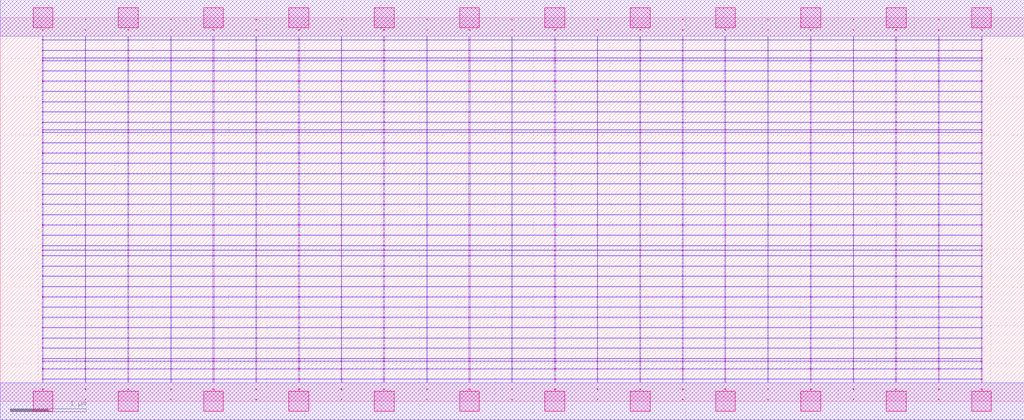
<source format=lef>
MACRO OAAOOAAOI21232_DEBUG
 CLASS CORE ;
 FOREIGN OAAOOAAOI21232_DEBUG 0 0 ;
 SIZE 13.44 BY 5.04 ;
 ORIGIN 0 0 ;
 SYMMETRY X Y R90 ;
 SITE unit ;

 OBS
    LAYER polycont ;
     RECT 6.71600000 0.15300000 6.72400000 0.16100000 ;
     RECT 6.71600000 0.28800000 6.72400000 0.29600000 ;
     RECT 6.71600000 0.42300000 6.72400000 0.43100000 ;
     RECT 6.71600000 0.52100000 6.72400000 0.52900000 ;
     RECT 6.71600000 0.55800000 6.72400000 0.56600000 ;
     RECT 6.71600000 0.69300000 6.72400000 0.70100000 ;
     RECT 6.71600000 0.82800000 6.72400000 0.83600000 ;
     RECT 6.71600000 0.96300000 6.72400000 0.97100000 ;
     RECT 6.71600000 1.09800000 6.72400000 1.10600000 ;
     RECT 6.71600000 1.23300000 6.72400000 1.24100000 ;
     RECT 6.71600000 1.36800000 6.72400000 1.37600000 ;
     RECT 6.71600000 1.50300000 6.72400000 1.51100000 ;
     RECT 6.71600000 1.63800000 6.72400000 1.64600000 ;
     RECT 6.71600000 1.77300000 6.72400000 1.78100000 ;
     RECT 6.71600000 1.90800000 6.72400000 1.91600000 ;
     RECT 6.71600000 1.98100000 6.72400000 1.98900000 ;
     RECT 6.71600000 2.04300000 6.72400000 2.05100000 ;
     RECT 6.71600000 2.17800000 6.72400000 2.18600000 ;
     RECT 6.71600000 2.31300000 6.72400000 2.32100000 ;
     RECT 6.71600000 2.44800000 6.72400000 2.45600000 ;
     RECT 6.71600000 2.58300000 6.72400000 2.59100000 ;
     RECT 6.71600000 2.71800000 6.72400000 2.72600000 ;
     RECT 6.71600000 2.85300000 6.72400000 2.86100000 ;
     RECT 6.71600000 2.98800000 6.72400000 2.99600000 ;
     RECT 8.95600000 2.58300000 8.96400000 2.59100000 ;
     RECT 9.51100000 2.58300000 9.52400000 2.59100000 ;
     RECT 10.07600000 2.58300000 10.08400000 2.59100000 ;
     RECT 10.63100000 2.58300000 10.64900000 2.59100000 ;
     RECT 11.19600000 2.58300000 11.20400000 2.59100000 ;
     RECT 11.75100000 2.58300000 11.76900000 2.59100000 ;
     RECT 12.31600000 2.58300000 12.32400000 2.59100000 ;
     RECT 12.87600000 2.58300000 12.88900000 2.59100000 ;
     RECT 7.27100000 2.58300000 7.28900000 2.59100000 ;
     RECT 7.27100000 2.71800000 7.28900000 2.72600000 ;
     RECT 7.83600000 2.71800000 7.84400000 2.72600000 ;
     RECT 8.39600000 2.71800000 8.40900000 2.72600000 ;
     RECT 8.95600000 2.71800000 8.96400000 2.72600000 ;
     RECT 9.51100000 2.71800000 9.52400000 2.72600000 ;
     RECT 10.07600000 2.71800000 10.08400000 2.72600000 ;
     RECT 10.63100000 2.71800000 10.64900000 2.72600000 ;
     RECT 11.19600000 2.71800000 11.20400000 2.72600000 ;
     RECT 11.75100000 2.71800000 11.76900000 2.72600000 ;
     RECT 12.31600000 2.71800000 12.32400000 2.72600000 ;
     RECT 12.87600000 2.71800000 12.88900000 2.72600000 ;
     RECT 7.83600000 2.58300000 7.84400000 2.59100000 ;
     RECT 7.27100000 2.85300000 7.28900000 2.86100000 ;
     RECT 7.83600000 2.85300000 7.84400000 2.86100000 ;
     RECT 8.39600000 2.85300000 8.40900000 2.86100000 ;
     RECT 8.95600000 2.85300000 8.96400000 2.86100000 ;
     RECT 9.51100000 2.85300000 9.52400000 2.86100000 ;
     RECT 10.07600000 2.85300000 10.08400000 2.86100000 ;
     RECT 10.63100000 2.85300000 10.64900000 2.86100000 ;
     RECT 11.19600000 2.85300000 11.20400000 2.86100000 ;
     RECT 11.75100000 2.85300000 11.76900000 2.86100000 ;
     RECT 12.31600000 2.85300000 12.32400000 2.86100000 ;
     RECT 12.87600000 2.85300000 12.88900000 2.86100000 ;
     RECT 8.39600000 2.58300000 8.40900000 2.59100000 ;
     RECT 7.27100000 2.98800000 7.28900000 2.99600000 ;
     RECT 7.83600000 2.98800000 7.84400000 2.99600000 ;
     RECT 8.39600000 2.98800000 8.40900000 2.99600000 ;
     RECT 8.95600000 2.98800000 8.96400000 2.99600000 ;
     RECT 9.51100000 2.98800000 9.52400000 2.99600000 ;
     RECT 10.07600000 2.98800000 10.08400000 2.99600000 ;
     RECT 10.63100000 2.98800000 10.64900000 2.99600000 ;
     RECT 11.19600000 2.98800000 11.20400000 2.99600000 ;
     RECT 11.75100000 2.98800000 11.76900000 2.99600000 ;
     RECT 12.31600000 2.98800000 12.32400000 2.99600000 ;
     RECT 12.87600000 2.98800000 12.88900000 2.99600000 ;
     RECT 8.95600000 3.12300000 8.96400000 3.13100000 ;
     RECT 8.95600000 3.25800000 8.96400000 3.26600000 ;
     RECT 8.95600000 3.39300000 8.96400000 3.40100000 ;
     RECT 8.95600000 3.52800000 8.96400000 3.53600000 ;
     RECT 8.95600000 3.56100000 8.96400000 3.56900000 ;
     RECT 8.95600000 3.66300000 8.96400000 3.67100000 ;
     RECT 8.95600000 3.79800000 8.96400000 3.80600000 ;
     RECT 8.95600000 3.93300000 8.96400000 3.94100000 ;
     RECT 8.95600000 4.06800000 8.96400000 4.07600000 ;
     RECT 8.95600000 4.20300000 8.96400000 4.21100000 ;
     RECT 8.95600000 4.33800000 8.96400000 4.34600000 ;
     RECT 8.95600000 4.47300000 8.96400000 4.48100000 ;
     RECT 8.95600000 4.51100000 8.96400000 4.51900000 ;
     RECT 8.95600000 4.60800000 8.96400000 4.61600000 ;
     RECT 8.95600000 4.74300000 8.96400000 4.75100000 ;
     RECT 8.95600000 4.87800000 8.96400000 4.88600000 ;
     RECT 5.03100000 2.71800000 5.04900000 2.72600000 ;
     RECT 5.59600000 2.71800000 5.60400000 2.72600000 ;
     RECT 6.15100000 2.71800000 6.16900000 2.72600000 ;
     RECT 1.11600000 2.58300000 1.12400000 2.59100000 ;
     RECT 1.67100000 2.58300000 1.68900000 2.59100000 ;
     RECT 0.55100000 2.98800000 0.56400000 2.99600000 ;
     RECT 1.11600000 2.98800000 1.12400000 2.99600000 ;
     RECT 1.67100000 2.98800000 1.68900000 2.99600000 ;
     RECT 2.23600000 2.98800000 2.24400000 2.99600000 ;
     RECT 2.79100000 2.98800000 2.80900000 2.99600000 ;
     RECT 3.35600000 2.98800000 3.36400000 2.99600000 ;
     RECT 3.91100000 2.98800000 3.92900000 2.99600000 ;
     RECT 4.47600000 2.98800000 4.48400000 2.99600000 ;
     RECT 5.03100000 2.98800000 5.04900000 2.99600000 ;
     RECT 5.59600000 2.98800000 5.60400000 2.99600000 ;
     RECT 6.15100000 2.98800000 6.16900000 2.99600000 ;
     RECT 2.23600000 2.58300000 2.24400000 2.59100000 ;
     RECT 2.79100000 2.58300000 2.80900000 2.59100000 ;
     RECT 3.35600000 2.58300000 3.36400000 2.59100000 ;
     RECT 3.91100000 2.58300000 3.92900000 2.59100000 ;
     RECT 4.47600000 2.58300000 4.48400000 2.59100000 ;
     RECT 5.03100000 2.58300000 5.04900000 2.59100000 ;
     RECT 5.59600000 2.58300000 5.60400000 2.59100000 ;
     RECT 6.15100000 2.58300000 6.16900000 2.59100000 ;
     RECT 0.55100000 2.58300000 0.56400000 2.59100000 ;
     RECT 0.55100000 2.71800000 0.56400000 2.72600000 ;
     RECT 0.55100000 2.85300000 0.56400000 2.86100000 ;
     RECT 1.11600000 2.85300000 1.12400000 2.86100000 ;
     RECT 1.67100000 2.85300000 1.68900000 2.86100000 ;
     RECT 2.23600000 2.85300000 2.24400000 2.86100000 ;
     RECT 2.79100000 2.85300000 2.80900000 2.86100000 ;
     RECT 3.35600000 2.85300000 3.36400000 2.86100000 ;
     RECT 3.91100000 2.85300000 3.92900000 2.86100000 ;
     RECT 4.47600000 2.85300000 4.48400000 2.86100000 ;
     RECT 5.03100000 2.85300000 5.04900000 2.86100000 ;
     RECT 5.59600000 2.85300000 5.60400000 2.86100000 ;
     RECT 6.15100000 2.85300000 6.16900000 2.86100000 ;
     RECT 1.11600000 2.71800000 1.12400000 2.72600000 ;
     RECT 1.67100000 2.71800000 1.68900000 2.72600000 ;
     RECT 2.23600000 2.71800000 2.24400000 2.72600000 ;
     RECT 2.79100000 2.71800000 2.80900000 2.72600000 ;
     RECT 3.35600000 2.71800000 3.36400000 2.72600000 ;
     RECT 3.91100000 2.71800000 3.92900000 2.72600000 ;
     RECT 4.47600000 2.71800000 4.48400000 2.72600000 ;

    LAYER pdiffc ;
     RECT 0.55100000 3.39300000 0.55900000 3.40100000 ;
     RECT 8.40100000 3.39300000 8.40900000 3.40100000 ;
     RECT 9.51100000 3.39300000 9.51900000 3.40100000 ;
     RECT 12.88100000 3.39300000 12.88900000 3.40100000 ;
     RECT 0.55100000 3.52800000 0.55900000 3.53600000 ;
     RECT 8.40100000 3.52800000 8.40900000 3.53600000 ;
     RECT 9.51100000 3.52800000 9.51900000 3.53600000 ;
     RECT 12.88100000 3.52800000 12.88900000 3.53600000 ;
     RECT 0.55100000 3.56100000 0.55900000 3.56900000 ;
     RECT 8.40100000 3.56100000 8.40900000 3.56900000 ;
     RECT 9.51100000 3.56100000 9.51900000 3.56900000 ;
     RECT 12.88100000 3.56100000 12.88900000 3.56900000 ;
     RECT 0.55100000 3.66300000 0.55900000 3.67100000 ;
     RECT 8.40100000 3.66300000 8.40900000 3.67100000 ;
     RECT 9.51100000 3.66300000 9.51900000 3.67100000 ;
     RECT 12.88100000 3.66300000 12.88900000 3.67100000 ;
     RECT 0.55100000 3.79800000 0.55900000 3.80600000 ;
     RECT 8.40100000 3.79800000 8.40900000 3.80600000 ;
     RECT 9.51100000 3.79800000 9.51900000 3.80600000 ;
     RECT 12.88100000 3.79800000 12.88900000 3.80600000 ;
     RECT 0.55100000 3.93300000 0.55900000 3.94100000 ;
     RECT 8.40100000 3.93300000 8.40900000 3.94100000 ;
     RECT 9.51100000 3.93300000 9.51900000 3.94100000 ;
     RECT 12.88100000 3.93300000 12.88900000 3.94100000 ;
     RECT 0.55100000 4.06800000 0.55900000 4.07600000 ;
     RECT 8.40100000 4.06800000 8.40900000 4.07600000 ;
     RECT 9.51100000 4.06800000 9.51900000 4.07600000 ;
     RECT 12.88100000 4.06800000 12.88900000 4.07600000 ;
     RECT 0.55100000 4.20300000 0.55900000 4.21100000 ;
     RECT 8.40100000 4.20300000 8.40900000 4.21100000 ;
     RECT 9.51100000 4.20300000 9.51900000 4.21100000 ;
     RECT 12.88100000 4.20300000 12.88900000 4.21100000 ;
     RECT 0.55100000 4.33800000 0.55900000 4.34600000 ;
     RECT 8.40100000 4.33800000 8.40900000 4.34600000 ;
     RECT 9.51100000 4.33800000 9.51900000 4.34600000 ;
     RECT 12.88100000 4.33800000 12.88900000 4.34600000 ;
     RECT 0.55100000 4.47300000 0.55900000 4.48100000 ;
     RECT 8.40100000 4.47300000 8.40900000 4.48100000 ;
     RECT 9.51100000 4.47300000 9.51900000 4.48100000 ;
     RECT 12.88100000 4.47300000 12.88900000 4.48100000 ;
     RECT 0.55100000 4.51100000 0.55900000 4.51900000 ;
     RECT 8.40100000 4.51100000 8.40900000 4.51900000 ;
     RECT 9.51100000 4.51100000 9.51900000 4.51900000 ;
     RECT 12.88100000 4.51100000 12.88900000 4.51900000 ;
     RECT 0.55100000 4.60800000 0.55900000 4.61600000 ;
     RECT 8.40100000 4.60800000 8.40900000 4.61600000 ;
     RECT 9.51100000 4.60800000 9.51900000 4.61600000 ;
     RECT 12.88100000 4.60800000 12.88900000 4.61600000 ;

    LAYER ndiffc ;
     RECT 7.27100000 0.42300000 7.28900000 0.43100000 ;
     RECT 8.39600000 0.42300000 8.40900000 0.43100000 ;
     RECT 9.51100000 0.42300000 9.52400000 0.43100000 ;
     RECT 10.63100000 0.42300000 10.64900000 0.43100000 ;
     RECT 11.75100000 0.42300000 11.76900000 0.43100000 ;
     RECT 12.87600000 0.42300000 12.88900000 0.43100000 ;
     RECT 7.27100000 0.52100000 7.28900000 0.52900000 ;
     RECT 8.39600000 0.52100000 8.40900000 0.52900000 ;
     RECT 9.51100000 0.52100000 9.52400000 0.52900000 ;
     RECT 10.63100000 0.52100000 10.64900000 0.52900000 ;
     RECT 11.75100000 0.52100000 11.76900000 0.52900000 ;
     RECT 12.87600000 0.52100000 12.88900000 0.52900000 ;
     RECT 7.27100000 0.55800000 7.28900000 0.56600000 ;
     RECT 8.39600000 0.55800000 8.40900000 0.56600000 ;
     RECT 9.51100000 0.55800000 9.52400000 0.56600000 ;
     RECT 10.63100000 0.55800000 10.64900000 0.56600000 ;
     RECT 11.75100000 0.55800000 11.76900000 0.56600000 ;
     RECT 12.87600000 0.55800000 12.88900000 0.56600000 ;
     RECT 7.27100000 0.69300000 7.28900000 0.70100000 ;
     RECT 8.39600000 0.69300000 8.40900000 0.70100000 ;
     RECT 9.51100000 0.69300000 9.52400000 0.70100000 ;
     RECT 10.63100000 0.69300000 10.64900000 0.70100000 ;
     RECT 11.75100000 0.69300000 11.76900000 0.70100000 ;
     RECT 12.87600000 0.69300000 12.88900000 0.70100000 ;
     RECT 7.27100000 0.82800000 7.28900000 0.83600000 ;
     RECT 8.39600000 0.82800000 8.40900000 0.83600000 ;
     RECT 9.51100000 0.82800000 9.52400000 0.83600000 ;
     RECT 10.63100000 0.82800000 10.64900000 0.83600000 ;
     RECT 11.75100000 0.82800000 11.76900000 0.83600000 ;
     RECT 12.87600000 0.82800000 12.88900000 0.83600000 ;
     RECT 7.27100000 0.96300000 7.28900000 0.97100000 ;
     RECT 8.39600000 0.96300000 8.40900000 0.97100000 ;
     RECT 9.51100000 0.96300000 9.52400000 0.97100000 ;
     RECT 10.63100000 0.96300000 10.64900000 0.97100000 ;
     RECT 11.75100000 0.96300000 11.76900000 0.97100000 ;
     RECT 12.87600000 0.96300000 12.88900000 0.97100000 ;
     RECT 7.27100000 1.09800000 7.28900000 1.10600000 ;
     RECT 8.39600000 1.09800000 8.40900000 1.10600000 ;
     RECT 9.51100000 1.09800000 9.52400000 1.10600000 ;
     RECT 10.63100000 1.09800000 10.64900000 1.10600000 ;
     RECT 11.75100000 1.09800000 11.76900000 1.10600000 ;
     RECT 12.87600000 1.09800000 12.88900000 1.10600000 ;
     RECT 7.27100000 1.23300000 7.28900000 1.24100000 ;
     RECT 8.39600000 1.23300000 8.40900000 1.24100000 ;
     RECT 9.51100000 1.23300000 9.52400000 1.24100000 ;
     RECT 10.63100000 1.23300000 10.64900000 1.24100000 ;
     RECT 11.75100000 1.23300000 11.76900000 1.24100000 ;
     RECT 12.87600000 1.23300000 12.88900000 1.24100000 ;
     RECT 7.27100000 1.36800000 7.28900000 1.37600000 ;
     RECT 8.39600000 1.36800000 8.40900000 1.37600000 ;
     RECT 9.51100000 1.36800000 9.52400000 1.37600000 ;
     RECT 10.63100000 1.36800000 10.64900000 1.37600000 ;
     RECT 11.75100000 1.36800000 11.76900000 1.37600000 ;
     RECT 12.87600000 1.36800000 12.88900000 1.37600000 ;
     RECT 7.27100000 1.50300000 7.28900000 1.51100000 ;
     RECT 8.39600000 1.50300000 8.40900000 1.51100000 ;
     RECT 9.51100000 1.50300000 9.52400000 1.51100000 ;
     RECT 10.63100000 1.50300000 10.64900000 1.51100000 ;
     RECT 11.75100000 1.50300000 11.76900000 1.51100000 ;
     RECT 12.87600000 1.50300000 12.88900000 1.51100000 ;
     RECT 7.27100000 1.63800000 7.28900000 1.64600000 ;
     RECT 8.39600000 1.63800000 8.40900000 1.64600000 ;
     RECT 9.51100000 1.63800000 9.52400000 1.64600000 ;
     RECT 10.63100000 1.63800000 10.64900000 1.64600000 ;
     RECT 11.75100000 1.63800000 11.76900000 1.64600000 ;
     RECT 12.87600000 1.63800000 12.88900000 1.64600000 ;
     RECT 7.27100000 1.77300000 7.28900000 1.78100000 ;
     RECT 8.39600000 1.77300000 8.40900000 1.78100000 ;
     RECT 9.51100000 1.77300000 9.52400000 1.78100000 ;
     RECT 10.63100000 1.77300000 10.64900000 1.78100000 ;
     RECT 11.75100000 1.77300000 11.76900000 1.78100000 ;
     RECT 12.87600000 1.77300000 12.88900000 1.78100000 ;
     RECT 7.27100000 1.90800000 7.28900000 1.91600000 ;
     RECT 8.39600000 1.90800000 8.40900000 1.91600000 ;
     RECT 9.51100000 1.90800000 9.52400000 1.91600000 ;
     RECT 10.63100000 1.90800000 10.64900000 1.91600000 ;
     RECT 11.75100000 1.90800000 11.76900000 1.91600000 ;
     RECT 12.87600000 1.90800000 12.88900000 1.91600000 ;
     RECT 7.27100000 1.98100000 7.28900000 1.98900000 ;
     RECT 8.39600000 1.98100000 8.40900000 1.98900000 ;
     RECT 9.51100000 1.98100000 9.52400000 1.98900000 ;
     RECT 10.63100000 1.98100000 10.64900000 1.98900000 ;
     RECT 11.75100000 1.98100000 11.76900000 1.98900000 ;
     RECT 12.87600000 1.98100000 12.88900000 1.98900000 ;
     RECT 7.27100000 2.04300000 7.28900000 2.05100000 ;
     RECT 8.39600000 2.04300000 8.40900000 2.05100000 ;
     RECT 9.51100000 2.04300000 9.52400000 2.05100000 ;
     RECT 10.63100000 2.04300000 10.64900000 2.05100000 ;
     RECT 11.75100000 2.04300000 11.76900000 2.05100000 ;
     RECT 12.87600000 2.04300000 12.88900000 2.05100000 ;
     RECT 0.55100000 0.42300000 0.56400000 0.43100000 ;
     RECT 1.67100000 0.42300000 1.68900000 0.43100000 ;
     RECT 2.79100000 0.42300000 2.80900000 0.43100000 ;
     RECT 3.91100000 0.42300000 3.92900000 0.43100000 ;
     RECT 5.03100000 0.42300000 5.04900000 0.43100000 ;
     RECT 6.15100000 0.42300000 6.16900000 0.43100000 ;
     RECT 0.55100000 1.36800000 0.56400000 1.37600000 ;
     RECT 1.67100000 1.36800000 1.68900000 1.37600000 ;
     RECT 2.79100000 1.36800000 2.80900000 1.37600000 ;
     RECT 3.91100000 1.36800000 3.92900000 1.37600000 ;
     RECT 5.03100000 1.36800000 5.04900000 1.37600000 ;
     RECT 6.15100000 1.36800000 6.16900000 1.37600000 ;
     RECT 0.55100000 0.82800000 0.56400000 0.83600000 ;
     RECT 1.67100000 0.82800000 1.68900000 0.83600000 ;
     RECT 2.79100000 0.82800000 2.80900000 0.83600000 ;
     RECT 3.91100000 0.82800000 3.92900000 0.83600000 ;
     RECT 5.03100000 0.82800000 5.04900000 0.83600000 ;
     RECT 6.15100000 0.82800000 6.16900000 0.83600000 ;
     RECT 0.55100000 1.50300000 0.56400000 1.51100000 ;
     RECT 1.67100000 1.50300000 1.68900000 1.51100000 ;
     RECT 2.79100000 1.50300000 2.80900000 1.51100000 ;
     RECT 3.91100000 1.50300000 3.92900000 1.51100000 ;
     RECT 5.03100000 1.50300000 5.04900000 1.51100000 ;
     RECT 6.15100000 1.50300000 6.16900000 1.51100000 ;
     RECT 0.55100000 0.55800000 0.56400000 0.56600000 ;
     RECT 1.67100000 0.55800000 1.68900000 0.56600000 ;
     RECT 2.79100000 0.55800000 2.80900000 0.56600000 ;
     RECT 3.91100000 0.55800000 3.92900000 0.56600000 ;
     RECT 5.03100000 0.55800000 5.04900000 0.56600000 ;
     RECT 6.15100000 0.55800000 6.16900000 0.56600000 ;
     RECT 0.55100000 1.63800000 0.56400000 1.64600000 ;
     RECT 1.67100000 1.63800000 1.68900000 1.64600000 ;
     RECT 2.79100000 1.63800000 2.80900000 1.64600000 ;
     RECT 3.91100000 1.63800000 3.92900000 1.64600000 ;
     RECT 5.03100000 1.63800000 5.04900000 1.64600000 ;
     RECT 6.15100000 1.63800000 6.16900000 1.64600000 ;
     RECT 0.55100000 0.96300000 0.56400000 0.97100000 ;
     RECT 1.67100000 0.96300000 1.68900000 0.97100000 ;
     RECT 2.79100000 0.96300000 2.80900000 0.97100000 ;
     RECT 3.91100000 0.96300000 3.92900000 0.97100000 ;
     RECT 5.03100000 0.96300000 5.04900000 0.97100000 ;
     RECT 6.15100000 0.96300000 6.16900000 0.97100000 ;
     RECT 0.55100000 1.77300000 0.56400000 1.78100000 ;
     RECT 1.67100000 1.77300000 1.68900000 1.78100000 ;
     RECT 2.79100000 1.77300000 2.80900000 1.78100000 ;
     RECT 3.91100000 1.77300000 3.92900000 1.78100000 ;
     RECT 5.03100000 1.77300000 5.04900000 1.78100000 ;
     RECT 6.15100000 1.77300000 6.16900000 1.78100000 ;
     RECT 0.55100000 0.52100000 0.56400000 0.52900000 ;
     RECT 1.67100000 0.52100000 1.68900000 0.52900000 ;
     RECT 2.79100000 0.52100000 2.80900000 0.52900000 ;
     RECT 3.91100000 0.52100000 3.92900000 0.52900000 ;
     RECT 5.03100000 0.52100000 5.04900000 0.52900000 ;
     RECT 6.15100000 0.52100000 6.16900000 0.52900000 ;
     RECT 0.55100000 1.90800000 0.56400000 1.91600000 ;
     RECT 1.67100000 1.90800000 1.68900000 1.91600000 ;
     RECT 2.79100000 1.90800000 2.80900000 1.91600000 ;
     RECT 3.91100000 1.90800000 3.92900000 1.91600000 ;
     RECT 5.03100000 1.90800000 5.04900000 1.91600000 ;
     RECT 6.15100000 1.90800000 6.16900000 1.91600000 ;
     RECT 0.55100000 1.09800000 0.56400000 1.10600000 ;
     RECT 1.67100000 1.09800000 1.68900000 1.10600000 ;
     RECT 2.79100000 1.09800000 2.80900000 1.10600000 ;
     RECT 3.91100000 1.09800000 3.92900000 1.10600000 ;
     RECT 5.03100000 1.09800000 5.04900000 1.10600000 ;
     RECT 6.15100000 1.09800000 6.16900000 1.10600000 ;
     RECT 0.55100000 1.98100000 0.56400000 1.98900000 ;
     RECT 1.67100000 1.98100000 1.68900000 1.98900000 ;
     RECT 2.79100000 1.98100000 2.80900000 1.98900000 ;
     RECT 3.91100000 1.98100000 3.92900000 1.98900000 ;
     RECT 5.03100000 1.98100000 5.04900000 1.98900000 ;
     RECT 6.15100000 1.98100000 6.16900000 1.98900000 ;
     RECT 0.55100000 0.69300000 0.56400000 0.70100000 ;
     RECT 1.67100000 0.69300000 1.68900000 0.70100000 ;
     RECT 2.79100000 0.69300000 2.80900000 0.70100000 ;
     RECT 3.91100000 0.69300000 3.92900000 0.70100000 ;
     RECT 5.03100000 0.69300000 5.04900000 0.70100000 ;
     RECT 6.15100000 0.69300000 6.16900000 0.70100000 ;
     RECT 0.55100000 2.04300000 0.56400000 2.05100000 ;
     RECT 1.67100000 2.04300000 1.68900000 2.05100000 ;
     RECT 2.79100000 2.04300000 2.80900000 2.05100000 ;
     RECT 3.91100000 2.04300000 3.92900000 2.05100000 ;
     RECT 5.03100000 2.04300000 5.04900000 2.05100000 ;
     RECT 6.15100000 2.04300000 6.16900000 2.05100000 ;
     RECT 0.55100000 1.23300000 0.56400000 1.24100000 ;
     RECT 1.67100000 1.23300000 1.68900000 1.24100000 ;
     RECT 2.79100000 1.23300000 2.80900000 1.24100000 ;
     RECT 3.91100000 1.23300000 3.92900000 1.24100000 ;
     RECT 5.03100000 1.23300000 5.04900000 1.24100000 ;
     RECT 6.15100000 1.23300000 6.16900000 1.24100000 ;

    LAYER met1 ;
     RECT 0.00000000 -0.24000000 13.44000000 0.24000000 ;
     RECT 6.71600000 0.24000000 6.72400000 0.28800000 ;
     RECT 0.55100000 0.28800000 12.88900000 0.29600000 ;
     RECT 6.71600000 0.29600000 6.72400000 0.42300000 ;
     RECT 0.55100000 0.42300000 12.88900000 0.43100000 ;
     RECT 6.71600000 0.43100000 6.72400000 0.52100000 ;
     RECT 0.55100000 0.52100000 12.88900000 0.52900000 ;
     RECT 6.71600000 0.52900000 6.72400000 0.55800000 ;
     RECT 0.55100000 0.55800000 12.88900000 0.56600000 ;
     RECT 6.71600000 0.56600000 6.72400000 0.69300000 ;
     RECT 0.55100000 0.69300000 12.88900000 0.70100000 ;
     RECT 6.71600000 0.70100000 6.72400000 0.82800000 ;
     RECT 0.55100000 0.82800000 12.88900000 0.83600000 ;
     RECT 6.71600000 0.83600000 6.72400000 0.96300000 ;
     RECT 0.55100000 0.96300000 12.88900000 0.97100000 ;
     RECT 6.71600000 0.97100000 6.72400000 1.09800000 ;
     RECT 0.55100000 1.09800000 12.88900000 1.10600000 ;
     RECT 6.71600000 1.10600000 6.72400000 1.23300000 ;
     RECT 0.55100000 1.23300000 12.88900000 1.24100000 ;
     RECT 6.71600000 1.24100000 6.72400000 1.36800000 ;
     RECT 0.55100000 1.36800000 12.88900000 1.37600000 ;
     RECT 6.71600000 1.37600000 6.72400000 1.50300000 ;
     RECT 0.55100000 1.50300000 12.88900000 1.51100000 ;
     RECT 6.71600000 1.51100000 6.72400000 1.63800000 ;
     RECT 0.55100000 1.63800000 12.88900000 1.64600000 ;
     RECT 6.71600000 1.64600000 6.72400000 1.77300000 ;
     RECT 0.55100000 1.77300000 12.88900000 1.78100000 ;
     RECT 6.71600000 1.78100000 6.72400000 1.90800000 ;
     RECT 0.55100000 1.90800000 12.88900000 1.91600000 ;
     RECT 6.71600000 1.91600000 6.72400000 1.98100000 ;
     RECT 0.55100000 1.98100000 12.88900000 1.98900000 ;
     RECT 6.71600000 1.98900000 6.72400000 2.04300000 ;
     RECT 0.55100000 2.04300000 12.88900000 2.05100000 ;
     RECT 6.71600000 2.05100000 6.72400000 2.17800000 ;
     RECT 0.55100000 2.17800000 12.88900000 2.18600000 ;
     RECT 6.71600000 2.18600000 6.72400000 2.31300000 ;
     RECT 0.55100000 2.31300000 12.88900000 2.32100000 ;
     RECT 6.71600000 2.32100000 6.72400000 2.44800000 ;
     RECT 0.55100000 2.44800000 12.88900000 2.45600000 ;
     RECT 0.55100000 2.45600000 0.56400000 2.58300000 ;
     RECT 1.11600000 2.45600000 1.12400000 2.58300000 ;
     RECT 1.67100000 2.45600000 1.68900000 2.58300000 ;
     RECT 2.23600000 2.45600000 2.24400000 2.58300000 ;
     RECT 2.79100000 2.45600000 2.80900000 2.58300000 ;
     RECT 3.35600000 2.45600000 3.36400000 2.58300000 ;
     RECT 3.91100000 2.45600000 3.92900000 2.58300000 ;
     RECT 4.47600000 2.45600000 4.48400000 2.58300000 ;
     RECT 5.03100000 2.45600000 5.04900000 2.58300000 ;
     RECT 5.59600000 2.45600000 5.60400000 2.58300000 ;
     RECT 6.15100000 2.45600000 6.16900000 2.58300000 ;
     RECT 6.71600000 2.45600000 6.72400000 2.58300000 ;
     RECT 7.27100000 2.45600000 7.28900000 2.58300000 ;
     RECT 7.83600000 2.45600000 7.84400000 2.58300000 ;
     RECT 8.39600000 2.45600000 8.40900000 2.58300000 ;
     RECT 8.95600000 2.45600000 8.96400000 2.58300000 ;
     RECT 9.51100000 2.45600000 9.52400000 2.58300000 ;
     RECT 10.07600000 2.45600000 10.08400000 2.58300000 ;
     RECT 10.63100000 2.45600000 10.64900000 2.58300000 ;
     RECT 11.19600000 2.45600000 11.20400000 2.58300000 ;
     RECT 11.75100000 2.45600000 11.76900000 2.58300000 ;
     RECT 12.31600000 2.45600000 12.32400000 2.58300000 ;
     RECT 12.87600000 2.45600000 12.88900000 2.58300000 ;
     RECT 0.55100000 2.58300000 12.88900000 2.59100000 ;
     RECT 6.71600000 2.59100000 6.72400000 2.71800000 ;
     RECT 0.55100000 2.71800000 12.88900000 2.72600000 ;
     RECT 6.71600000 2.72600000 6.72400000 2.85300000 ;
     RECT 0.55100000 2.85300000 12.88900000 2.86100000 ;
     RECT 6.71600000 2.86100000 6.72400000 2.98800000 ;
     RECT 0.55100000 2.98800000 12.88900000 2.99600000 ;
     RECT 6.71600000 2.99600000 6.72400000 3.12300000 ;
     RECT 0.55100000 3.12300000 12.88900000 3.13100000 ;
     RECT 6.71600000 3.13100000 6.72400000 3.25800000 ;
     RECT 0.55100000 3.25800000 12.88900000 3.26600000 ;
     RECT 6.71600000 3.26600000 6.72400000 3.39300000 ;
     RECT 0.55100000 3.39300000 12.88900000 3.40100000 ;
     RECT 6.71600000 3.40100000 6.72400000 3.52800000 ;
     RECT 0.55100000 3.52800000 12.88900000 3.53600000 ;
     RECT 6.71600000 3.53600000 6.72400000 3.56100000 ;
     RECT 0.55100000 3.56100000 12.88900000 3.56900000 ;
     RECT 6.71600000 3.56900000 6.72400000 3.66300000 ;
     RECT 0.55100000 3.66300000 12.88900000 3.67100000 ;
     RECT 6.71600000 3.67100000 6.72400000 3.79800000 ;
     RECT 0.55100000 3.79800000 12.88900000 3.80600000 ;
     RECT 6.71600000 3.80600000 6.72400000 3.93300000 ;
     RECT 0.55100000 3.93300000 12.88900000 3.94100000 ;
     RECT 6.71600000 3.94100000 6.72400000 4.06800000 ;
     RECT 0.55100000 4.06800000 12.88900000 4.07600000 ;
     RECT 6.71600000 4.07600000 6.72400000 4.20300000 ;
     RECT 0.55100000 4.20300000 12.88900000 4.21100000 ;
     RECT 6.71600000 4.21100000 6.72400000 4.33800000 ;
     RECT 0.55100000 4.33800000 12.88900000 4.34600000 ;
     RECT 6.71600000 4.34600000 6.72400000 4.47300000 ;
     RECT 0.55100000 4.47300000 12.88900000 4.48100000 ;
     RECT 6.71600000 4.48100000 6.72400000 4.51100000 ;
     RECT 0.55100000 4.51100000 12.88900000 4.51900000 ;
     RECT 6.71600000 4.51900000 6.72400000 4.60800000 ;
     RECT 0.55100000 4.60800000 12.88900000 4.61600000 ;
     RECT 6.71600000 4.61600000 6.72400000 4.74300000 ;
     RECT 0.55100000 4.74300000 12.88900000 4.75100000 ;
     RECT 6.71600000 4.75100000 6.72400000 4.80000000 ;
     RECT 0.00000000 4.80000000 13.44000000 5.28000000 ;
     RECT 10.07600000 2.59100000 10.08400000 2.71800000 ;
     RECT 10.07600000 2.99600000 10.08400000 3.12300000 ;
     RECT 10.07600000 3.13100000 10.08400000 3.25800000 ;
     RECT 10.07600000 3.26600000 10.08400000 3.39300000 ;
     RECT 10.07600000 3.40100000 10.08400000 3.52800000 ;
     RECT 10.07600000 3.53600000 10.08400000 3.56100000 ;
     RECT 10.07600000 3.56900000 10.08400000 3.66300000 ;
     RECT 10.07600000 3.67100000 10.08400000 3.79800000 ;
     RECT 10.07600000 2.72600000 10.08400000 2.85300000 ;
     RECT 7.27100000 3.80600000 7.28900000 3.93300000 ;
     RECT 7.83600000 3.80600000 7.84400000 3.93300000 ;
     RECT 8.39600000 3.80600000 8.40900000 3.93300000 ;
     RECT 8.95600000 3.80600000 8.96400000 3.93300000 ;
     RECT 9.51100000 3.80600000 9.52400000 3.93300000 ;
     RECT 10.07600000 3.80600000 10.08400000 3.93300000 ;
     RECT 10.63100000 3.80600000 10.64900000 3.93300000 ;
     RECT 11.19600000 3.80600000 11.20400000 3.93300000 ;
     RECT 11.75100000 3.80600000 11.76900000 3.93300000 ;
     RECT 12.31600000 3.80600000 12.32400000 3.93300000 ;
     RECT 12.87600000 3.80600000 12.88900000 3.93300000 ;
     RECT 10.07600000 3.94100000 10.08400000 4.06800000 ;
     RECT 10.07600000 4.07600000 10.08400000 4.20300000 ;
     RECT 10.07600000 4.21100000 10.08400000 4.33800000 ;
     RECT 10.07600000 4.34600000 10.08400000 4.47300000 ;
     RECT 10.07600000 4.48100000 10.08400000 4.51100000 ;
     RECT 10.07600000 2.86100000 10.08400000 2.98800000 ;
     RECT 10.07600000 4.51900000 10.08400000 4.60800000 ;
     RECT 10.07600000 4.61600000 10.08400000 4.74300000 ;
     RECT 10.07600000 4.75100000 10.08400000 4.80000000 ;
     RECT 11.75100000 4.07600000 11.76900000 4.20300000 ;
     RECT 12.31600000 4.07600000 12.32400000 4.20300000 ;
     RECT 12.87600000 4.07600000 12.88900000 4.20300000 ;
     RECT 11.19600000 3.94100000 11.20400000 4.06800000 ;
     RECT 10.63100000 4.21100000 10.64900000 4.33800000 ;
     RECT 11.19600000 4.21100000 11.20400000 4.33800000 ;
     RECT 11.75100000 4.21100000 11.76900000 4.33800000 ;
     RECT 12.31600000 4.21100000 12.32400000 4.33800000 ;
     RECT 12.87600000 4.21100000 12.88900000 4.33800000 ;
     RECT 11.75100000 3.94100000 11.76900000 4.06800000 ;
     RECT 10.63100000 4.34600000 10.64900000 4.47300000 ;
     RECT 11.19600000 4.34600000 11.20400000 4.47300000 ;
     RECT 11.75100000 4.34600000 11.76900000 4.47300000 ;
     RECT 12.31600000 4.34600000 12.32400000 4.47300000 ;
     RECT 12.87600000 4.34600000 12.88900000 4.47300000 ;
     RECT 12.31600000 3.94100000 12.32400000 4.06800000 ;
     RECT 10.63100000 4.48100000 10.64900000 4.51100000 ;
     RECT 11.19600000 4.48100000 11.20400000 4.51100000 ;
     RECT 11.75100000 4.48100000 11.76900000 4.51100000 ;
     RECT 12.31600000 4.48100000 12.32400000 4.51100000 ;
     RECT 12.87600000 4.48100000 12.88900000 4.51100000 ;
     RECT 12.87600000 3.94100000 12.88900000 4.06800000 ;
     RECT 10.63100000 3.94100000 10.64900000 4.06800000 ;
     RECT 10.63100000 4.51900000 10.64900000 4.60800000 ;
     RECT 11.19600000 4.51900000 11.20400000 4.60800000 ;
     RECT 11.75100000 4.51900000 11.76900000 4.60800000 ;
     RECT 12.31600000 4.51900000 12.32400000 4.60800000 ;
     RECT 12.87600000 4.51900000 12.88900000 4.60800000 ;
     RECT 10.63100000 4.07600000 10.64900000 4.20300000 ;
     RECT 10.63100000 4.61600000 10.64900000 4.74300000 ;
     RECT 11.19600000 4.61600000 11.20400000 4.74300000 ;
     RECT 11.75100000 4.61600000 11.76900000 4.74300000 ;
     RECT 12.31600000 4.61600000 12.32400000 4.74300000 ;
     RECT 12.87600000 4.61600000 12.88900000 4.74300000 ;
     RECT 11.19600000 4.07600000 11.20400000 4.20300000 ;
     RECT 10.63100000 4.75100000 10.64900000 4.80000000 ;
     RECT 11.19600000 4.75100000 11.20400000 4.80000000 ;
     RECT 11.75100000 4.75100000 11.76900000 4.80000000 ;
     RECT 12.31600000 4.75100000 12.32400000 4.80000000 ;
     RECT 12.87600000 4.75100000 12.88900000 4.80000000 ;
     RECT 8.39600000 4.21100000 8.40900000 4.33800000 ;
     RECT 8.95600000 4.21100000 8.96400000 4.33800000 ;
     RECT 9.51100000 4.21100000 9.52400000 4.33800000 ;
     RECT 7.83600000 4.07600000 7.84400000 4.20300000 ;
     RECT 8.39600000 4.07600000 8.40900000 4.20300000 ;
     RECT 8.95600000 4.07600000 8.96400000 4.20300000 ;
     RECT 9.51100000 4.07600000 9.52400000 4.20300000 ;
     RECT 7.27100000 4.51900000 7.28900000 4.60800000 ;
     RECT 7.83600000 4.51900000 7.84400000 4.60800000 ;
     RECT 8.39600000 4.51900000 8.40900000 4.60800000 ;
     RECT 8.95600000 4.51900000 8.96400000 4.60800000 ;
     RECT 9.51100000 4.51900000 9.52400000 4.60800000 ;
     RECT 7.83600000 3.94100000 7.84400000 4.06800000 ;
     RECT 8.39600000 3.94100000 8.40900000 4.06800000 ;
     RECT 7.27100000 4.34600000 7.28900000 4.47300000 ;
     RECT 7.83600000 4.34600000 7.84400000 4.47300000 ;
     RECT 8.39600000 4.34600000 8.40900000 4.47300000 ;
     RECT 8.95600000 4.34600000 8.96400000 4.47300000 ;
     RECT 7.27100000 4.61600000 7.28900000 4.74300000 ;
     RECT 7.83600000 4.61600000 7.84400000 4.74300000 ;
     RECT 8.39600000 4.61600000 8.40900000 4.74300000 ;
     RECT 8.95600000 4.61600000 8.96400000 4.74300000 ;
     RECT 9.51100000 4.61600000 9.52400000 4.74300000 ;
     RECT 9.51100000 4.34600000 9.52400000 4.47300000 ;
     RECT 8.95600000 3.94100000 8.96400000 4.06800000 ;
     RECT 9.51100000 3.94100000 9.52400000 4.06800000 ;
     RECT 7.27100000 3.94100000 7.28900000 4.06800000 ;
     RECT 7.27100000 4.07600000 7.28900000 4.20300000 ;
     RECT 7.27100000 4.21100000 7.28900000 4.33800000 ;
     RECT 7.27100000 4.75100000 7.28900000 4.80000000 ;
     RECT 7.83600000 4.75100000 7.84400000 4.80000000 ;
     RECT 8.39600000 4.75100000 8.40900000 4.80000000 ;
     RECT 8.95600000 4.75100000 8.96400000 4.80000000 ;
     RECT 9.51100000 4.75100000 9.52400000 4.80000000 ;
     RECT 7.83600000 4.21100000 7.84400000 4.33800000 ;
     RECT 7.27100000 4.48100000 7.28900000 4.51100000 ;
     RECT 7.83600000 4.48100000 7.84400000 4.51100000 ;
     RECT 8.39600000 4.48100000 8.40900000 4.51100000 ;
     RECT 8.95600000 4.48100000 8.96400000 4.51100000 ;
     RECT 9.51100000 4.48100000 9.52400000 4.51100000 ;
     RECT 7.83600000 2.99600000 7.84400000 3.12300000 ;
     RECT 7.27100000 2.59100000 7.28900000 2.71800000 ;
     RECT 8.39600000 2.86100000 8.40900000 2.98800000 ;
     RECT 8.95600000 2.86100000 8.96400000 2.98800000 ;
     RECT 7.27100000 3.40100000 7.28900000 3.52800000 ;
     RECT 7.83600000 3.40100000 7.84400000 3.52800000 ;
     RECT 8.39600000 3.40100000 8.40900000 3.52800000 ;
     RECT 8.95600000 3.40100000 8.96400000 3.52800000 ;
     RECT 9.51100000 3.40100000 9.52400000 3.52800000 ;
     RECT 8.39600000 2.99600000 8.40900000 3.12300000 ;
     RECT 7.83600000 2.59100000 7.84400000 2.71800000 ;
     RECT 7.27100000 2.72600000 7.28900000 2.85300000 ;
     RECT 7.27100000 3.53600000 7.28900000 3.56100000 ;
     RECT 7.83600000 3.53600000 7.84400000 3.56100000 ;
     RECT 8.39600000 3.53600000 8.40900000 3.56100000 ;
     RECT 9.51100000 2.86100000 9.52400000 2.98800000 ;
     RECT 8.95600000 3.53600000 8.96400000 3.56100000 ;
     RECT 9.51100000 3.53600000 9.52400000 3.56100000 ;
     RECT 8.95600000 2.99600000 8.96400000 3.12300000 ;
     RECT 7.83600000 2.72600000 7.84400000 2.85300000 ;
     RECT 8.39600000 2.72600000 8.40900000 2.85300000 ;
     RECT 7.27100000 3.56900000 7.28900000 3.66300000 ;
     RECT 7.83600000 3.56900000 7.84400000 3.66300000 ;
     RECT 8.39600000 3.56900000 8.40900000 3.66300000 ;
     RECT 8.95600000 3.56900000 8.96400000 3.66300000 ;
     RECT 9.51100000 3.56900000 9.52400000 3.66300000 ;
     RECT 8.39600000 2.59100000 8.40900000 2.71800000 ;
     RECT 8.95600000 2.59100000 8.96400000 2.71800000 ;
     RECT 9.51100000 2.99600000 9.52400000 3.12300000 ;
     RECT 8.95600000 2.72600000 8.96400000 2.85300000 ;
     RECT 9.51100000 2.72600000 9.52400000 2.85300000 ;
     RECT 7.27100000 3.67100000 7.28900000 3.79800000 ;
     RECT 7.83600000 3.67100000 7.84400000 3.79800000 ;
     RECT 8.39600000 3.67100000 8.40900000 3.79800000 ;
     RECT 8.95600000 3.67100000 8.96400000 3.79800000 ;
     RECT 9.51100000 3.67100000 9.52400000 3.79800000 ;
     RECT 9.51100000 2.59100000 9.52400000 2.71800000 ;
     RECT 7.27100000 3.13100000 7.28900000 3.25800000 ;
     RECT 7.83600000 3.13100000 7.84400000 3.25800000 ;
     RECT 7.27100000 2.86100000 7.28900000 2.98800000 ;
     RECT 7.83600000 2.86100000 7.84400000 2.98800000 ;
     RECT 8.39600000 3.13100000 8.40900000 3.25800000 ;
     RECT 8.95600000 3.13100000 8.96400000 3.25800000 ;
     RECT 9.51100000 3.13100000 9.52400000 3.25800000 ;
     RECT 7.27100000 2.99600000 7.28900000 3.12300000 ;
     RECT 7.27100000 3.26600000 7.28900000 3.39300000 ;
     RECT 7.83600000 3.26600000 7.84400000 3.39300000 ;
     RECT 8.39600000 3.26600000 8.40900000 3.39300000 ;
     RECT 8.95600000 3.26600000 8.96400000 3.39300000 ;
     RECT 9.51100000 3.26600000 9.52400000 3.39300000 ;
     RECT 10.63100000 3.13100000 10.64900000 3.25800000 ;
     RECT 11.19600000 3.13100000 11.20400000 3.25800000 ;
     RECT 10.63100000 3.56900000 10.64900000 3.66300000 ;
     RECT 12.31600000 2.72600000 12.32400000 2.85300000 ;
     RECT 12.87600000 2.72600000 12.88900000 2.85300000 ;
     RECT 11.19600000 3.56900000 11.20400000 3.66300000 ;
     RECT 11.75100000 3.56900000 11.76900000 3.66300000 ;
     RECT 12.31600000 3.56900000 12.32400000 3.66300000 ;
     RECT 12.87600000 3.56900000 12.88900000 3.66300000 ;
     RECT 11.75100000 3.13100000 11.76900000 3.25800000 ;
     RECT 12.31600000 3.13100000 12.32400000 3.25800000 ;
     RECT 12.87600000 3.13100000 12.88900000 3.25800000 ;
     RECT 11.75100000 2.59100000 11.76900000 2.71800000 ;
     RECT 10.63100000 3.40100000 10.64900000 3.52800000 ;
     RECT 11.19600000 3.40100000 11.20400000 3.52800000 ;
     RECT 11.75100000 3.40100000 11.76900000 3.52800000 ;
     RECT 12.31600000 3.40100000 12.32400000 3.52800000 ;
     RECT 10.63100000 3.67100000 10.64900000 3.79800000 ;
     RECT 11.19600000 3.67100000 11.20400000 3.79800000 ;
     RECT 11.75100000 3.67100000 11.76900000 3.79800000 ;
     RECT 12.31600000 3.67100000 12.32400000 3.79800000 ;
     RECT 12.87600000 3.67100000 12.88900000 3.79800000 ;
     RECT 12.87600000 3.40100000 12.88900000 3.52800000 ;
     RECT 10.63100000 2.86100000 10.64900000 2.98800000 ;
     RECT 11.19600000 2.86100000 11.20400000 2.98800000 ;
     RECT 10.63100000 2.72600000 10.64900000 2.85300000 ;
     RECT 12.31600000 2.59100000 12.32400000 2.71800000 ;
     RECT 11.19600000 2.59100000 11.20400000 2.71800000 ;
     RECT 10.63100000 2.99600000 10.64900000 3.12300000 ;
     RECT 11.19600000 2.99600000 11.20400000 3.12300000 ;
     RECT 11.75100000 2.99600000 11.76900000 3.12300000 ;
     RECT 12.31600000 2.99600000 12.32400000 3.12300000 ;
     RECT 12.87600000 2.99600000 12.88900000 3.12300000 ;
     RECT 10.63100000 3.26600000 10.64900000 3.39300000 ;
     RECT 10.63100000 3.53600000 10.64900000 3.56100000 ;
     RECT 11.19600000 3.53600000 11.20400000 3.56100000 ;
     RECT 11.75100000 2.86100000 11.76900000 2.98800000 ;
     RECT 12.31600000 2.86100000 12.32400000 2.98800000 ;
     RECT 11.75100000 3.53600000 11.76900000 3.56100000 ;
     RECT 11.19600000 2.72600000 11.20400000 2.85300000 ;
     RECT 11.75100000 2.72600000 11.76900000 2.85300000 ;
     RECT 12.31600000 3.53600000 12.32400000 3.56100000 ;
     RECT 12.87600000 3.53600000 12.88900000 3.56100000 ;
     RECT 11.19600000 3.26600000 11.20400000 3.39300000 ;
     RECT 11.75100000 3.26600000 11.76900000 3.39300000 ;
     RECT 12.31600000 3.26600000 12.32400000 3.39300000 ;
     RECT 12.87600000 3.26600000 12.88900000 3.39300000 ;
     RECT 12.87600000 2.59100000 12.88900000 2.71800000 ;
     RECT 10.63100000 2.59100000 10.64900000 2.71800000 ;
     RECT 12.87600000 2.86100000 12.88900000 2.98800000 ;
     RECT 4.47600000 3.80600000 4.48400000 3.93300000 ;
     RECT 5.03100000 3.80600000 5.04900000 3.93300000 ;
     RECT 5.59600000 3.80600000 5.60400000 3.93300000 ;
     RECT 6.15100000 3.80600000 6.16900000 3.93300000 ;
     RECT 3.35600000 2.59100000 3.36400000 2.71800000 ;
     RECT 3.35600000 3.94100000 3.36400000 4.06800000 ;
     RECT 3.35600000 2.99600000 3.36400000 3.12300000 ;
     RECT 3.35600000 3.40100000 3.36400000 3.52800000 ;
     RECT 3.35600000 4.07600000 3.36400000 4.20300000 ;
     RECT 3.35600000 4.21100000 3.36400000 4.33800000 ;
     RECT 3.35600000 3.53600000 3.36400000 3.56100000 ;
     RECT 3.35600000 4.34600000 3.36400000 4.47300000 ;
     RECT 3.35600000 3.13100000 3.36400000 3.25800000 ;
     RECT 3.35600000 4.48100000 3.36400000 4.51100000 ;
     RECT 3.35600000 3.56900000 3.36400000 3.66300000 ;
     RECT 3.35600000 2.86100000 3.36400000 2.98800000 ;
     RECT 3.35600000 4.51900000 3.36400000 4.60800000 ;
     RECT 3.35600000 4.61600000 3.36400000 4.74300000 ;
     RECT 3.35600000 3.67100000 3.36400000 3.79800000 ;
     RECT 3.35600000 2.72600000 3.36400000 2.85300000 ;
     RECT 3.35600000 4.75100000 3.36400000 4.80000000 ;
     RECT 3.35600000 3.26600000 3.36400000 3.39300000 ;
     RECT 0.55100000 3.80600000 0.56400000 3.93300000 ;
     RECT 1.11600000 3.80600000 1.12400000 3.93300000 ;
     RECT 1.67100000 3.80600000 1.68900000 3.93300000 ;
     RECT 2.23600000 3.80600000 2.24400000 3.93300000 ;
     RECT 2.79100000 3.80600000 2.80900000 3.93300000 ;
     RECT 3.35600000 3.80600000 3.36400000 3.93300000 ;
     RECT 3.91100000 3.80600000 3.92900000 3.93300000 ;
     RECT 5.03100000 4.34600000 5.04900000 4.47300000 ;
     RECT 5.59600000 4.34600000 5.60400000 4.47300000 ;
     RECT 6.15100000 4.34600000 6.16900000 4.47300000 ;
     RECT 4.47600000 3.94100000 4.48400000 4.06800000 ;
     RECT 5.03100000 3.94100000 5.04900000 4.06800000 ;
     RECT 3.91100000 4.48100000 3.92900000 4.51100000 ;
     RECT 4.47600000 4.48100000 4.48400000 4.51100000 ;
     RECT 5.03100000 4.48100000 5.04900000 4.51100000 ;
     RECT 5.59600000 4.48100000 5.60400000 4.51100000 ;
     RECT 6.15100000 4.48100000 6.16900000 4.51100000 ;
     RECT 3.91100000 4.07600000 3.92900000 4.20300000 ;
     RECT 4.47600000 4.07600000 4.48400000 4.20300000 ;
     RECT 5.03100000 4.07600000 5.04900000 4.20300000 ;
     RECT 3.91100000 4.51900000 3.92900000 4.60800000 ;
     RECT 4.47600000 4.51900000 4.48400000 4.60800000 ;
     RECT 5.03100000 4.51900000 5.04900000 4.60800000 ;
     RECT 5.59600000 4.51900000 5.60400000 4.60800000 ;
     RECT 6.15100000 4.51900000 6.16900000 4.60800000 ;
     RECT 5.59600000 4.07600000 5.60400000 4.20300000 ;
     RECT 3.91100000 4.61600000 3.92900000 4.74300000 ;
     RECT 4.47600000 4.61600000 4.48400000 4.74300000 ;
     RECT 5.03100000 4.61600000 5.04900000 4.74300000 ;
     RECT 5.59600000 4.61600000 5.60400000 4.74300000 ;
     RECT 6.15100000 4.61600000 6.16900000 4.74300000 ;
     RECT 6.15100000 4.07600000 6.16900000 4.20300000 ;
     RECT 5.59600000 3.94100000 5.60400000 4.06800000 ;
     RECT 3.91100000 4.21100000 3.92900000 4.33800000 ;
     RECT 3.91100000 4.75100000 3.92900000 4.80000000 ;
     RECT 4.47600000 4.75100000 4.48400000 4.80000000 ;
     RECT 5.03100000 4.75100000 5.04900000 4.80000000 ;
     RECT 5.59600000 4.75100000 5.60400000 4.80000000 ;
     RECT 6.15100000 4.75100000 6.16900000 4.80000000 ;
     RECT 4.47600000 4.21100000 4.48400000 4.33800000 ;
     RECT 5.03100000 4.21100000 5.04900000 4.33800000 ;
     RECT 5.59600000 4.21100000 5.60400000 4.33800000 ;
     RECT 6.15100000 4.21100000 6.16900000 4.33800000 ;
     RECT 6.15100000 3.94100000 6.16900000 4.06800000 ;
     RECT 3.91100000 3.94100000 3.92900000 4.06800000 ;
     RECT 3.91100000 4.34600000 3.92900000 4.47300000 ;
     RECT 4.47600000 4.34600000 4.48400000 4.47300000 ;
     RECT 2.23600000 4.51900000 2.24400000 4.60800000 ;
     RECT 2.79100000 4.51900000 2.80900000 4.60800000 ;
     RECT 0.55100000 4.34600000 0.56400000 4.47300000 ;
     RECT 1.11600000 4.34600000 1.12400000 4.47300000 ;
     RECT 1.67100000 4.34600000 1.68900000 4.47300000 ;
     RECT 2.23600000 4.34600000 2.24400000 4.47300000 ;
     RECT 2.79100000 4.34600000 2.80900000 4.47300000 ;
     RECT 1.11600000 3.94100000 1.12400000 4.06800000 ;
     RECT 0.55100000 4.61600000 0.56400000 4.74300000 ;
     RECT 1.11600000 4.61600000 1.12400000 4.74300000 ;
     RECT 1.67100000 4.61600000 1.68900000 4.74300000 ;
     RECT 2.23600000 4.61600000 2.24400000 4.74300000 ;
     RECT 2.79100000 4.61600000 2.80900000 4.74300000 ;
     RECT 1.67100000 3.94100000 1.68900000 4.06800000 ;
     RECT 0.55100000 4.07600000 0.56400000 4.20300000 ;
     RECT 0.55100000 4.21100000 0.56400000 4.33800000 ;
     RECT 1.11600000 4.21100000 1.12400000 4.33800000 ;
     RECT 1.67100000 4.21100000 1.68900000 4.33800000 ;
     RECT 2.23600000 4.21100000 2.24400000 4.33800000 ;
     RECT 0.55100000 4.48100000 0.56400000 4.51100000 ;
     RECT 1.11600000 4.48100000 1.12400000 4.51100000 ;
     RECT 0.55100000 4.75100000 0.56400000 4.80000000 ;
     RECT 1.11600000 4.75100000 1.12400000 4.80000000 ;
     RECT 1.67100000 4.75100000 1.68900000 4.80000000 ;
     RECT 2.23600000 4.75100000 2.24400000 4.80000000 ;
     RECT 2.79100000 4.75100000 2.80900000 4.80000000 ;
     RECT 1.67100000 4.48100000 1.68900000 4.51100000 ;
     RECT 2.23600000 4.48100000 2.24400000 4.51100000 ;
     RECT 2.79100000 4.48100000 2.80900000 4.51100000 ;
     RECT 2.79100000 4.21100000 2.80900000 4.33800000 ;
     RECT 1.11600000 4.07600000 1.12400000 4.20300000 ;
     RECT 1.67100000 4.07600000 1.68900000 4.20300000 ;
     RECT 2.23600000 4.07600000 2.24400000 4.20300000 ;
     RECT 2.79100000 4.07600000 2.80900000 4.20300000 ;
     RECT 2.23600000 3.94100000 2.24400000 4.06800000 ;
     RECT 2.79100000 3.94100000 2.80900000 4.06800000 ;
     RECT 0.55100000 3.94100000 0.56400000 4.06800000 ;
     RECT 0.55100000 4.51900000 0.56400000 4.60800000 ;
     RECT 1.11600000 4.51900000 1.12400000 4.60800000 ;
     RECT 1.67100000 4.51900000 1.68900000 4.60800000 ;
     RECT 1.67100000 2.99600000 1.68900000 3.12300000 ;
     RECT 2.23600000 2.99600000 2.24400000 3.12300000 ;
     RECT 2.79100000 2.99600000 2.80900000 3.12300000 ;
     RECT 2.23600000 2.59100000 2.24400000 2.71800000 ;
     RECT 1.67100000 2.86100000 1.68900000 2.98800000 ;
     RECT 1.67100000 2.72600000 1.68900000 2.85300000 ;
     RECT 2.23600000 2.72600000 2.24400000 2.85300000 ;
     RECT 2.79100000 2.72600000 2.80900000 2.85300000 ;
     RECT 0.55100000 3.67100000 0.56400000 3.79800000 ;
     RECT 1.11600000 3.67100000 1.12400000 3.79800000 ;
     RECT 1.67100000 3.67100000 1.68900000 3.79800000 ;
     RECT 2.23600000 3.67100000 2.24400000 3.79800000 ;
     RECT 2.79100000 3.67100000 2.80900000 3.79800000 ;
     RECT 2.23600000 2.86100000 2.24400000 2.98800000 ;
     RECT 0.55100000 3.13100000 0.56400000 3.25800000 ;
     RECT 1.11600000 3.13100000 1.12400000 3.25800000 ;
     RECT 1.67100000 3.13100000 1.68900000 3.25800000 ;
     RECT 2.23600000 3.13100000 2.24400000 3.25800000 ;
     RECT 2.79100000 3.13100000 2.80900000 3.25800000 ;
     RECT 2.79100000 2.59100000 2.80900000 2.71800000 ;
     RECT 0.55100000 3.56900000 0.56400000 3.66300000 ;
     RECT 1.11600000 3.56900000 1.12400000 3.66300000 ;
     RECT 1.67100000 3.56900000 1.68900000 3.66300000 ;
     RECT 1.67100000 2.59100000 1.68900000 2.71800000 ;
     RECT 0.55100000 2.99600000 0.56400000 3.12300000 ;
     RECT 0.55100000 3.40100000 0.56400000 3.52800000 ;
     RECT 0.55100000 3.26600000 0.56400000 3.39300000 ;
     RECT 1.11600000 3.26600000 1.12400000 3.39300000 ;
     RECT 1.67100000 3.26600000 1.68900000 3.39300000 ;
     RECT 2.23600000 3.26600000 2.24400000 3.39300000 ;
     RECT 1.11600000 3.40100000 1.12400000 3.52800000 ;
     RECT 1.11600000 3.53600000 1.12400000 3.56100000 ;
     RECT 1.67100000 3.53600000 1.68900000 3.56100000 ;
     RECT 2.23600000 3.53600000 2.24400000 3.56100000 ;
     RECT 2.79100000 3.53600000 2.80900000 3.56100000 ;
     RECT 1.67100000 3.40100000 1.68900000 3.52800000 ;
     RECT 1.11600000 2.72600000 1.12400000 2.85300000 ;
     RECT 0.55100000 2.86100000 0.56400000 2.98800000 ;
     RECT 2.23600000 3.56900000 2.24400000 3.66300000 ;
     RECT 2.79100000 3.56900000 2.80900000 3.66300000 ;
     RECT 1.11600000 2.86100000 1.12400000 2.98800000 ;
     RECT 2.79100000 3.26600000 2.80900000 3.39300000 ;
     RECT 2.79100000 2.86100000 2.80900000 2.98800000 ;
     RECT 2.23600000 3.40100000 2.24400000 3.52800000 ;
     RECT 0.55100000 2.59100000 0.56400000 2.71800000 ;
     RECT 1.11600000 2.59100000 1.12400000 2.71800000 ;
     RECT 0.55100000 2.72600000 0.56400000 2.85300000 ;
     RECT 0.55100000 3.53600000 0.56400000 3.56100000 ;
     RECT 2.79100000 3.40100000 2.80900000 3.52800000 ;
     RECT 1.11600000 2.99600000 1.12400000 3.12300000 ;
     RECT 6.15100000 2.72600000 6.16900000 2.85300000 ;
     RECT 4.47600000 2.99600000 4.48400000 3.12300000 ;
     RECT 5.03100000 2.99600000 5.04900000 3.12300000 ;
     RECT 5.59600000 2.99600000 5.60400000 3.12300000 ;
     RECT 6.15100000 2.99600000 6.16900000 3.12300000 ;
     RECT 3.91100000 2.59100000 3.92900000 2.71800000 ;
     RECT 4.47600000 2.59100000 4.48400000 2.71800000 ;
     RECT 3.91100000 3.56900000 3.92900000 3.66300000 ;
     RECT 4.47600000 3.56900000 4.48400000 3.66300000 ;
     RECT 5.03100000 3.56900000 5.04900000 3.66300000 ;
     RECT 5.59600000 3.56900000 5.60400000 3.66300000 ;
     RECT 6.15100000 3.56900000 6.16900000 3.66300000 ;
     RECT 5.03100000 3.13100000 5.04900000 3.25800000 ;
     RECT 5.59600000 3.13100000 5.60400000 3.25800000 ;
     RECT 3.91100000 3.67100000 3.92900000 3.79800000 ;
     RECT 4.47600000 3.67100000 4.48400000 3.79800000 ;
     RECT 5.03100000 3.67100000 5.04900000 3.79800000 ;
     RECT 5.59600000 3.67100000 5.60400000 3.79800000 ;
     RECT 6.15100000 3.67100000 6.16900000 3.79800000 ;
     RECT 6.15100000 3.13100000 6.16900000 3.25800000 ;
     RECT 3.91100000 2.72600000 3.92900000 2.85300000 ;
     RECT 4.47600000 2.72600000 4.48400000 2.85300000 ;
     RECT 5.03100000 2.59100000 5.04900000 2.71800000 ;
     RECT 5.59600000 2.59100000 5.60400000 2.71800000 ;
     RECT 6.15100000 2.59100000 6.16900000 2.71800000 ;
     RECT 6.15100000 3.26600000 6.16900000 3.39300000 ;
     RECT 3.91100000 3.53600000 3.92900000 3.56100000 ;
     RECT 4.47600000 3.53600000 4.48400000 3.56100000 ;
     RECT 5.03100000 3.53600000 5.04900000 3.56100000 ;
     RECT 3.91100000 3.13100000 3.92900000 3.25800000 ;
     RECT 4.47600000 3.13100000 4.48400000 3.25800000 ;
     RECT 5.59600000 3.53600000 5.60400000 3.56100000 ;
     RECT 6.15100000 3.53600000 6.16900000 3.56100000 ;
     RECT 5.03100000 2.72600000 5.04900000 2.85300000 ;
     RECT 5.59600000 2.72600000 5.60400000 2.85300000 ;
     RECT 3.91100000 2.86100000 3.92900000 2.98800000 ;
     RECT 4.47600000 2.86100000 4.48400000 2.98800000 ;
     RECT 5.03100000 2.86100000 5.04900000 2.98800000 ;
     RECT 5.59600000 2.86100000 5.60400000 2.98800000 ;
     RECT 3.91100000 3.26600000 3.92900000 3.39300000 ;
     RECT 4.47600000 3.26600000 4.48400000 3.39300000 ;
     RECT 5.03100000 3.26600000 5.04900000 3.39300000 ;
     RECT 5.59600000 3.26600000 5.60400000 3.39300000 ;
     RECT 6.15100000 2.86100000 6.16900000 2.98800000 ;
     RECT 3.91100000 3.40100000 3.92900000 3.52800000 ;
     RECT 4.47600000 3.40100000 4.48400000 3.52800000 ;
     RECT 5.03100000 3.40100000 5.04900000 3.52800000 ;
     RECT 5.59600000 3.40100000 5.60400000 3.52800000 ;
     RECT 6.15100000 3.40100000 6.16900000 3.52800000 ;
     RECT 3.91100000 2.99600000 3.92900000 3.12300000 ;
     RECT 0.55100000 1.10600000 0.56400000 1.23300000 ;
     RECT 1.11600000 1.10600000 1.12400000 1.23300000 ;
     RECT 1.67100000 1.10600000 1.68900000 1.23300000 ;
     RECT 2.23600000 1.10600000 2.24400000 1.23300000 ;
     RECT 2.79100000 1.10600000 2.80900000 1.23300000 ;
     RECT 3.35600000 1.10600000 3.36400000 1.23300000 ;
     RECT 3.91100000 1.10600000 3.92900000 1.23300000 ;
     RECT 4.47600000 1.10600000 4.48400000 1.23300000 ;
     RECT 5.03100000 1.10600000 5.04900000 1.23300000 ;
     RECT 5.59600000 1.10600000 5.60400000 1.23300000 ;
     RECT 6.15100000 1.10600000 6.16900000 1.23300000 ;
     RECT 3.35600000 1.24100000 3.36400000 1.36800000 ;
     RECT 3.35600000 0.29600000 3.36400000 0.42300000 ;
     RECT 3.35600000 1.37600000 3.36400000 1.50300000 ;
     RECT 3.35600000 1.51100000 3.36400000 1.63800000 ;
     RECT 3.35600000 1.64600000 3.36400000 1.77300000 ;
     RECT 3.35600000 1.78100000 3.36400000 1.90800000 ;
     RECT 3.35600000 1.91600000 3.36400000 1.98100000 ;
     RECT 3.35600000 1.98900000 3.36400000 2.04300000 ;
     RECT 3.35600000 0.43100000 3.36400000 0.52100000 ;
     RECT 3.35600000 2.05100000 3.36400000 2.17800000 ;
     RECT 3.35600000 2.18600000 3.36400000 2.31300000 ;
     RECT 3.35600000 2.32100000 3.36400000 2.44800000 ;
     RECT 3.35600000 0.24000000 3.36400000 0.28800000 ;
     RECT 3.35600000 0.52900000 3.36400000 0.55800000 ;
     RECT 3.35600000 0.56600000 3.36400000 0.69300000 ;
     RECT 3.35600000 0.70100000 3.36400000 0.82800000 ;
     RECT 3.35600000 0.83600000 3.36400000 0.96300000 ;
     RECT 3.35600000 0.97100000 3.36400000 1.09800000 ;
     RECT 6.15100000 1.51100000 6.16900000 1.63800000 ;
     RECT 5.59600000 1.24100000 5.60400000 1.36800000 ;
     RECT 3.91100000 1.64600000 3.92900000 1.77300000 ;
     RECT 4.47600000 1.64600000 4.48400000 1.77300000 ;
     RECT 5.03100000 1.64600000 5.04900000 1.77300000 ;
     RECT 5.59600000 1.64600000 5.60400000 1.77300000 ;
     RECT 6.15100000 1.64600000 6.16900000 1.77300000 ;
     RECT 6.15100000 1.24100000 6.16900000 1.36800000 ;
     RECT 3.91100000 1.78100000 3.92900000 1.90800000 ;
     RECT 4.47600000 1.78100000 4.48400000 1.90800000 ;
     RECT 5.03100000 1.78100000 5.04900000 1.90800000 ;
     RECT 5.59600000 1.78100000 5.60400000 1.90800000 ;
     RECT 6.15100000 1.78100000 6.16900000 1.90800000 ;
     RECT 3.91100000 1.24100000 3.92900000 1.36800000 ;
     RECT 3.91100000 1.91600000 3.92900000 1.98100000 ;
     RECT 4.47600000 1.91600000 4.48400000 1.98100000 ;
     RECT 5.03100000 1.91600000 5.04900000 1.98100000 ;
     RECT 5.59600000 1.91600000 5.60400000 1.98100000 ;
     RECT 6.15100000 1.91600000 6.16900000 1.98100000 ;
     RECT 4.47600000 1.24100000 4.48400000 1.36800000 ;
     RECT 3.91100000 1.98900000 3.92900000 2.04300000 ;
     RECT 4.47600000 1.98900000 4.48400000 2.04300000 ;
     RECT 5.03100000 1.98900000 5.04900000 2.04300000 ;
     RECT 5.59600000 1.98900000 5.60400000 2.04300000 ;
     RECT 6.15100000 1.98900000 6.16900000 2.04300000 ;
     RECT 3.91100000 1.37600000 3.92900000 1.50300000 ;
     RECT 4.47600000 1.37600000 4.48400000 1.50300000 ;
     RECT 3.91100000 2.05100000 3.92900000 2.17800000 ;
     RECT 4.47600000 2.05100000 4.48400000 2.17800000 ;
     RECT 5.03100000 2.05100000 5.04900000 2.17800000 ;
     RECT 5.59600000 2.05100000 5.60400000 2.17800000 ;
     RECT 6.15100000 2.05100000 6.16900000 2.17800000 ;
     RECT 5.03100000 1.37600000 5.04900000 1.50300000 ;
     RECT 3.91100000 2.18600000 3.92900000 2.31300000 ;
     RECT 4.47600000 2.18600000 4.48400000 2.31300000 ;
     RECT 5.03100000 2.18600000 5.04900000 2.31300000 ;
     RECT 5.59600000 2.18600000 5.60400000 2.31300000 ;
     RECT 6.15100000 2.18600000 6.16900000 2.31300000 ;
     RECT 5.59600000 1.37600000 5.60400000 1.50300000 ;
     RECT 3.91100000 2.32100000 3.92900000 2.44800000 ;
     RECT 4.47600000 2.32100000 4.48400000 2.44800000 ;
     RECT 5.03100000 2.32100000 5.04900000 2.44800000 ;
     RECT 5.59600000 2.32100000 5.60400000 2.44800000 ;
     RECT 6.15100000 2.32100000 6.16900000 2.44800000 ;
     RECT 6.15100000 1.37600000 6.16900000 1.50300000 ;
     RECT 5.03100000 1.24100000 5.04900000 1.36800000 ;
     RECT 3.91100000 1.51100000 3.92900000 1.63800000 ;
     RECT 4.47600000 1.51100000 4.48400000 1.63800000 ;
     RECT 5.03100000 1.51100000 5.04900000 1.63800000 ;
     RECT 5.59600000 1.51100000 5.60400000 1.63800000 ;
     RECT 1.11600000 1.98900000 1.12400000 2.04300000 ;
     RECT 1.67100000 1.98900000 1.68900000 2.04300000 ;
     RECT 2.23600000 1.98900000 2.24400000 2.04300000 ;
     RECT 2.79100000 1.98900000 2.80900000 2.04300000 ;
     RECT 2.23600000 1.64600000 2.24400000 1.77300000 ;
     RECT 2.79100000 1.64600000 2.80900000 1.77300000 ;
     RECT 2.79100000 1.24100000 2.80900000 1.36800000 ;
     RECT 0.55100000 1.24100000 0.56400000 1.36800000 ;
     RECT 1.11600000 1.24100000 1.12400000 1.36800000 ;
     RECT 0.55100000 1.37600000 0.56400000 1.50300000 ;
     RECT 0.55100000 1.51100000 0.56400000 1.63800000 ;
     RECT 0.55100000 2.05100000 0.56400000 2.17800000 ;
     RECT 1.11600000 2.05100000 1.12400000 2.17800000 ;
     RECT 1.67100000 2.05100000 1.68900000 2.17800000 ;
     RECT 2.23600000 2.05100000 2.24400000 2.17800000 ;
     RECT 2.79100000 2.05100000 2.80900000 2.17800000 ;
     RECT 1.11600000 1.51100000 1.12400000 1.63800000 ;
     RECT 0.55100000 1.78100000 0.56400000 1.90800000 ;
     RECT 1.11600000 1.78100000 1.12400000 1.90800000 ;
     RECT 1.67100000 1.78100000 1.68900000 1.90800000 ;
     RECT 2.23600000 1.78100000 2.24400000 1.90800000 ;
     RECT 2.79100000 1.78100000 2.80900000 1.90800000 ;
     RECT 0.55100000 2.18600000 0.56400000 2.31300000 ;
     RECT 1.11600000 2.18600000 1.12400000 2.31300000 ;
     RECT 1.67100000 2.18600000 1.68900000 2.31300000 ;
     RECT 2.23600000 2.18600000 2.24400000 2.31300000 ;
     RECT 2.79100000 2.18600000 2.80900000 2.31300000 ;
     RECT 1.67100000 1.51100000 1.68900000 1.63800000 ;
     RECT 2.23600000 1.51100000 2.24400000 1.63800000 ;
     RECT 2.79100000 1.51100000 2.80900000 1.63800000 ;
     RECT 1.11600000 1.37600000 1.12400000 1.50300000 ;
     RECT 1.67100000 1.37600000 1.68900000 1.50300000 ;
     RECT 2.23600000 1.37600000 2.24400000 1.50300000 ;
     RECT 0.55100000 2.32100000 0.56400000 2.44800000 ;
     RECT 1.11600000 2.32100000 1.12400000 2.44800000 ;
     RECT 1.67100000 2.32100000 1.68900000 2.44800000 ;
     RECT 2.23600000 2.32100000 2.24400000 2.44800000 ;
     RECT 2.79100000 2.32100000 2.80900000 2.44800000 ;
     RECT 0.55100000 1.91600000 0.56400000 1.98100000 ;
     RECT 1.11600000 1.91600000 1.12400000 1.98100000 ;
     RECT 1.67100000 1.91600000 1.68900000 1.98100000 ;
     RECT 2.23600000 1.91600000 2.24400000 1.98100000 ;
     RECT 2.79100000 1.91600000 2.80900000 1.98100000 ;
     RECT 2.79100000 1.37600000 2.80900000 1.50300000 ;
     RECT 1.67100000 1.24100000 1.68900000 1.36800000 ;
     RECT 2.23600000 1.24100000 2.24400000 1.36800000 ;
     RECT 0.55100000 1.64600000 0.56400000 1.77300000 ;
     RECT 1.11600000 1.64600000 1.12400000 1.77300000 ;
     RECT 1.67100000 1.64600000 1.68900000 1.77300000 ;
     RECT 0.55100000 1.98900000 0.56400000 2.04300000 ;
     RECT 1.67100000 0.43100000 1.68900000 0.52100000 ;
     RECT 2.23600000 0.43100000 2.24400000 0.52100000 ;
     RECT 2.79100000 0.29600000 2.80900000 0.42300000 ;
     RECT 2.79100000 0.43100000 2.80900000 0.52100000 ;
     RECT 1.67100000 0.29600000 1.68900000 0.42300000 ;
     RECT 2.79100000 0.24000000 2.80900000 0.28800000 ;
     RECT 1.67100000 0.24000000 1.68900000 0.28800000 ;
     RECT 0.55100000 0.52900000 0.56400000 0.55800000 ;
     RECT 1.11600000 0.52900000 1.12400000 0.55800000 ;
     RECT 1.67100000 0.52900000 1.68900000 0.55800000 ;
     RECT 2.23600000 0.52900000 2.24400000 0.55800000 ;
     RECT 2.79100000 0.52900000 2.80900000 0.55800000 ;
     RECT 0.55100000 0.43100000 0.56400000 0.52100000 ;
     RECT 0.55100000 0.56600000 0.56400000 0.69300000 ;
     RECT 1.11600000 0.56600000 1.12400000 0.69300000 ;
     RECT 1.67100000 0.56600000 1.68900000 0.69300000 ;
     RECT 2.23600000 0.56600000 2.24400000 0.69300000 ;
     RECT 2.79100000 0.56600000 2.80900000 0.69300000 ;
     RECT 1.11600000 0.43100000 1.12400000 0.52100000 ;
     RECT 0.55100000 0.70100000 0.56400000 0.82800000 ;
     RECT 1.11600000 0.70100000 1.12400000 0.82800000 ;
     RECT 1.67100000 0.70100000 1.68900000 0.82800000 ;
     RECT 2.23600000 0.70100000 2.24400000 0.82800000 ;
     RECT 2.79100000 0.70100000 2.80900000 0.82800000 ;
     RECT 2.23600000 0.24000000 2.24400000 0.28800000 ;
     RECT 0.55100000 0.24000000 0.56400000 0.28800000 ;
     RECT 0.55100000 0.83600000 0.56400000 0.96300000 ;
     RECT 1.11600000 0.83600000 1.12400000 0.96300000 ;
     RECT 1.67100000 0.83600000 1.68900000 0.96300000 ;
     RECT 2.23600000 0.83600000 2.24400000 0.96300000 ;
     RECT 2.79100000 0.83600000 2.80900000 0.96300000 ;
     RECT 1.11600000 0.29600000 1.12400000 0.42300000 ;
     RECT 1.11600000 0.24000000 1.12400000 0.28800000 ;
     RECT 0.55100000 0.29600000 0.56400000 0.42300000 ;
     RECT 0.55100000 0.97100000 0.56400000 1.09800000 ;
     RECT 1.11600000 0.97100000 1.12400000 1.09800000 ;
     RECT 1.67100000 0.97100000 1.68900000 1.09800000 ;
     RECT 2.23600000 0.97100000 2.24400000 1.09800000 ;
     RECT 2.79100000 0.97100000 2.80900000 1.09800000 ;
     RECT 2.23600000 0.29600000 2.24400000 0.42300000 ;
     RECT 5.03100000 0.56600000 5.04900000 0.69300000 ;
     RECT 5.59600000 0.56600000 5.60400000 0.69300000 ;
     RECT 6.15100000 0.56600000 6.16900000 0.69300000 ;
     RECT 5.03100000 0.24000000 5.04900000 0.28800000 ;
     RECT 5.59600000 0.24000000 5.60400000 0.28800000 ;
     RECT 3.91100000 0.29600000 3.92900000 0.42300000 ;
     RECT 5.59600000 0.29600000 5.60400000 0.42300000 ;
     RECT 6.15100000 0.29600000 6.16900000 0.42300000 ;
     RECT 3.91100000 0.43100000 3.92900000 0.52100000 ;
     RECT 4.47600000 0.43100000 4.48400000 0.52100000 ;
     RECT 6.15100000 0.97100000 6.16900000 1.09800000 ;
     RECT 3.91100000 0.70100000 3.92900000 0.82800000 ;
     RECT 4.47600000 0.70100000 4.48400000 0.82800000 ;
     RECT 5.03100000 0.70100000 5.04900000 0.82800000 ;
     RECT 5.59600000 0.70100000 5.60400000 0.82800000 ;
     RECT 6.15100000 0.70100000 6.16900000 0.82800000 ;
     RECT 6.15100000 0.24000000 6.16900000 0.28800000 ;
     RECT 3.91100000 0.52900000 3.92900000 0.55800000 ;
     RECT 4.47600000 0.52900000 4.48400000 0.55800000 ;
     RECT 5.03100000 0.52900000 5.04900000 0.55800000 ;
     RECT 5.59600000 0.52900000 5.60400000 0.55800000 ;
     RECT 6.15100000 0.52900000 6.16900000 0.55800000 ;
     RECT 3.91100000 0.24000000 3.92900000 0.28800000 ;
     RECT 4.47600000 0.24000000 4.48400000 0.28800000 ;
     RECT 3.91100000 0.83600000 3.92900000 0.96300000 ;
     RECT 4.47600000 0.83600000 4.48400000 0.96300000 ;
     RECT 5.03100000 0.83600000 5.04900000 0.96300000 ;
     RECT 5.59600000 0.83600000 5.60400000 0.96300000 ;
     RECT 6.15100000 0.83600000 6.16900000 0.96300000 ;
     RECT 5.59600000 0.97100000 5.60400000 1.09800000 ;
     RECT 5.03100000 0.43100000 5.04900000 0.52100000 ;
     RECT 5.59600000 0.43100000 5.60400000 0.52100000 ;
     RECT 6.15100000 0.43100000 6.16900000 0.52100000 ;
     RECT 4.47600000 0.29600000 4.48400000 0.42300000 ;
     RECT 5.03100000 0.29600000 5.04900000 0.42300000 ;
     RECT 3.91100000 0.56600000 3.92900000 0.69300000 ;
     RECT 4.47600000 0.56600000 4.48400000 0.69300000 ;
     RECT 3.91100000 0.97100000 3.92900000 1.09800000 ;
     RECT 4.47600000 0.97100000 4.48400000 1.09800000 ;
     RECT 5.03100000 0.97100000 5.04900000 1.09800000 ;
     RECT 10.07600000 1.78100000 10.08400000 1.90800000 ;
     RECT 10.07600000 0.97100000 10.08400000 1.09800000 ;
     RECT 10.07600000 1.91600000 10.08400000 1.98100000 ;
     RECT 10.07600000 0.56600000 10.08400000 0.69300000 ;
     RECT 7.27100000 1.10600000 7.28900000 1.23300000 ;
     RECT 7.83600000 1.10600000 7.84400000 1.23300000 ;
     RECT 8.39600000 1.10600000 8.40900000 1.23300000 ;
     RECT 10.07600000 1.98900000 10.08400000 2.04300000 ;
     RECT 8.95600000 1.10600000 8.96400000 1.23300000 ;
     RECT 9.51100000 1.10600000 9.52400000 1.23300000 ;
     RECT 10.07600000 1.10600000 10.08400000 1.23300000 ;
     RECT 10.63100000 1.10600000 10.64900000 1.23300000 ;
     RECT 11.19600000 1.10600000 11.20400000 1.23300000 ;
     RECT 11.75100000 1.10600000 11.76900000 1.23300000 ;
     RECT 12.31600000 1.10600000 12.32400000 1.23300000 ;
     RECT 12.87600000 1.10600000 12.88900000 1.23300000 ;
     RECT 10.07600000 0.43100000 10.08400000 0.52100000 ;
     RECT 10.07600000 2.05100000 10.08400000 2.17800000 ;
     RECT 10.07600000 2.18600000 10.08400000 2.31300000 ;
     RECT 10.07600000 1.24100000 10.08400000 1.36800000 ;
     RECT 10.07600000 0.29600000 10.08400000 0.42300000 ;
     RECT 10.07600000 2.32100000 10.08400000 2.44800000 ;
     RECT 10.07600000 0.70100000 10.08400000 0.82800000 ;
     RECT 10.07600000 1.37600000 10.08400000 1.50300000 ;
     RECT 10.07600000 0.24000000 10.08400000 0.28800000 ;
     RECT 10.07600000 1.51100000 10.08400000 1.63800000 ;
     RECT 10.07600000 0.52900000 10.08400000 0.55800000 ;
     RECT 10.07600000 0.83600000 10.08400000 0.96300000 ;
     RECT 10.07600000 1.64600000 10.08400000 1.77300000 ;
     RECT 11.75100000 1.91600000 11.76900000 1.98100000 ;
     RECT 12.31600000 1.91600000 12.32400000 1.98100000 ;
     RECT 12.87600000 1.91600000 12.88900000 1.98100000 ;
     RECT 10.63100000 1.78100000 10.64900000 1.90800000 ;
     RECT 11.19600000 1.78100000 11.20400000 1.90800000 ;
     RECT 11.75100000 1.78100000 11.76900000 1.90800000 ;
     RECT 10.63100000 2.05100000 10.64900000 2.17800000 ;
     RECT 11.19600000 2.05100000 11.20400000 2.17800000 ;
     RECT 11.75100000 2.05100000 11.76900000 2.17800000 ;
     RECT 12.31600000 2.05100000 12.32400000 2.17800000 ;
     RECT 12.87600000 2.05100000 12.88900000 2.17800000 ;
     RECT 12.31600000 1.78100000 12.32400000 1.90800000 ;
     RECT 10.63100000 2.18600000 10.64900000 2.31300000 ;
     RECT 11.19600000 2.18600000 11.20400000 2.31300000 ;
     RECT 11.75100000 2.18600000 11.76900000 2.31300000 ;
     RECT 12.31600000 2.18600000 12.32400000 2.31300000 ;
     RECT 12.87600000 2.18600000 12.88900000 2.31300000 ;
     RECT 12.87600000 1.78100000 12.88900000 1.90800000 ;
     RECT 10.63100000 1.24100000 10.64900000 1.36800000 ;
     RECT 11.19600000 1.24100000 11.20400000 1.36800000 ;
     RECT 11.75100000 1.24100000 11.76900000 1.36800000 ;
     RECT 12.31600000 1.24100000 12.32400000 1.36800000 ;
     RECT 12.87600000 1.24100000 12.88900000 1.36800000 ;
     RECT 10.63100000 1.98900000 10.64900000 2.04300000 ;
     RECT 11.19600000 1.98900000 11.20400000 2.04300000 ;
     RECT 10.63100000 2.32100000 10.64900000 2.44800000 ;
     RECT 11.19600000 2.32100000 11.20400000 2.44800000 ;
     RECT 11.75100000 2.32100000 11.76900000 2.44800000 ;
     RECT 12.31600000 2.32100000 12.32400000 2.44800000 ;
     RECT 12.87600000 2.32100000 12.88900000 2.44800000 ;
     RECT 11.75100000 1.98900000 11.76900000 2.04300000 ;
     RECT 12.31600000 1.98900000 12.32400000 2.04300000 ;
     RECT 10.63100000 1.37600000 10.64900000 1.50300000 ;
     RECT 11.19600000 1.37600000 11.20400000 1.50300000 ;
     RECT 11.75100000 1.37600000 11.76900000 1.50300000 ;
     RECT 12.31600000 1.37600000 12.32400000 1.50300000 ;
     RECT 12.87600000 1.37600000 12.88900000 1.50300000 ;
     RECT 12.87600000 1.98900000 12.88900000 2.04300000 ;
     RECT 12.87600000 1.64600000 12.88900000 1.77300000 ;
     RECT 10.63100000 1.51100000 10.64900000 1.63800000 ;
     RECT 11.19600000 1.51100000 11.20400000 1.63800000 ;
     RECT 11.75100000 1.51100000 11.76900000 1.63800000 ;
     RECT 12.31600000 1.51100000 12.32400000 1.63800000 ;
     RECT 12.87600000 1.51100000 12.88900000 1.63800000 ;
     RECT 12.31600000 1.64600000 12.32400000 1.77300000 ;
     RECT 10.63100000 1.91600000 10.64900000 1.98100000 ;
     RECT 11.19600000 1.91600000 11.20400000 1.98100000 ;
     RECT 10.63100000 1.64600000 10.64900000 1.77300000 ;
     RECT 11.19600000 1.64600000 11.20400000 1.77300000 ;
     RECT 11.75100000 1.64600000 11.76900000 1.77300000 ;
     RECT 7.27100000 2.05100000 7.28900000 2.17800000 ;
     RECT 7.83600000 2.05100000 7.84400000 2.17800000 ;
     RECT 8.39600000 2.05100000 8.40900000 2.17800000 ;
     RECT 8.95600000 2.05100000 8.96400000 2.17800000 ;
     RECT 7.27100000 2.32100000 7.28900000 2.44800000 ;
     RECT 7.83600000 2.32100000 7.84400000 2.44800000 ;
     RECT 8.39600000 2.32100000 8.40900000 2.44800000 ;
     RECT 8.95600000 2.32100000 8.96400000 2.44800000 ;
     RECT 9.51100000 2.32100000 9.52400000 2.44800000 ;
     RECT 9.51100000 2.05100000 9.52400000 2.17800000 ;
     RECT 8.39600000 1.78100000 8.40900000 1.90800000 ;
     RECT 8.95600000 1.78100000 8.96400000 1.90800000 ;
     RECT 9.51100000 1.78100000 9.52400000 1.90800000 ;
     RECT 7.27100000 1.78100000 7.28900000 1.90800000 ;
     RECT 7.83600000 1.78100000 7.84400000 1.90800000 ;
     RECT 7.27100000 1.91600000 7.28900000 1.98100000 ;
     RECT 7.27100000 1.37600000 7.28900000 1.50300000 ;
     RECT 7.83600000 1.37600000 7.84400000 1.50300000 ;
     RECT 8.39600000 1.37600000 8.40900000 1.50300000 ;
     RECT 8.95600000 1.37600000 8.96400000 1.50300000 ;
     RECT 9.51100000 1.37600000 9.52400000 1.50300000 ;
     RECT 7.27100000 1.24100000 7.28900000 1.36800000 ;
     RECT 7.83600000 1.24100000 7.84400000 1.36800000 ;
     RECT 8.39600000 1.24100000 8.40900000 1.36800000 ;
     RECT 8.95600000 1.24100000 8.96400000 1.36800000 ;
     RECT 9.51100000 1.24100000 9.52400000 1.36800000 ;
     RECT 7.27100000 2.18600000 7.28900000 2.31300000 ;
     RECT 7.83600000 2.18600000 7.84400000 2.31300000 ;
     RECT 7.27100000 1.51100000 7.28900000 1.63800000 ;
     RECT 7.83600000 1.51100000 7.84400000 1.63800000 ;
     RECT 8.39600000 1.51100000 8.40900000 1.63800000 ;
     RECT 8.95600000 1.51100000 8.96400000 1.63800000 ;
     RECT 9.51100000 1.51100000 9.52400000 1.63800000 ;
     RECT 8.39600000 2.18600000 8.40900000 2.31300000 ;
     RECT 8.95600000 2.18600000 8.96400000 2.31300000 ;
     RECT 9.51100000 2.18600000 9.52400000 2.31300000 ;
     RECT 7.83600000 1.91600000 7.84400000 1.98100000 ;
     RECT 8.39600000 1.91600000 8.40900000 1.98100000 ;
     RECT 8.95600000 1.91600000 8.96400000 1.98100000 ;
     RECT 9.51100000 1.91600000 9.52400000 1.98100000 ;
     RECT 7.27100000 1.98900000 7.28900000 2.04300000 ;
     RECT 7.27100000 1.64600000 7.28900000 1.77300000 ;
     RECT 7.83600000 1.64600000 7.84400000 1.77300000 ;
     RECT 8.39600000 1.64600000 8.40900000 1.77300000 ;
     RECT 8.95600000 1.64600000 8.96400000 1.77300000 ;
     RECT 9.51100000 1.64600000 9.52400000 1.77300000 ;
     RECT 7.83600000 1.98900000 7.84400000 2.04300000 ;
     RECT 8.39600000 1.98900000 8.40900000 2.04300000 ;
     RECT 8.95600000 1.98900000 8.96400000 2.04300000 ;
     RECT 9.51100000 1.98900000 9.52400000 2.04300000 ;
     RECT 8.95600000 0.29600000 8.96400000 0.42300000 ;
     RECT 9.51100000 0.29600000 9.52400000 0.42300000 ;
     RECT 9.51100000 0.56600000 9.52400000 0.69300000 ;
     RECT 7.27100000 0.70100000 7.28900000 0.82800000 ;
     RECT 8.39600000 0.24000000 8.40900000 0.28800000 ;
     RECT 8.95600000 0.24000000 8.96400000 0.28800000 ;
     RECT 9.51100000 0.24000000 9.52400000 0.28800000 ;
     RECT 7.83600000 0.70100000 7.84400000 0.82800000 ;
     RECT 7.27100000 0.52900000 7.28900000 0.55800000 ;
     RECT 7.83600000 0.52900000 7.84400000 0.55800000 ;
     RECT 8.39600000 0.52900000 8.40900000 0.55800000 ;
     RECT 8.95600000 0.52900000 8.96400000 0.55800000 ;
     RECT 9.51100000 0.52900000 9.52400000 0.55800000 ;
     RECT 8.39600000 0.70100000 8.40900000 0.82800000 ;
     RECT 8.95600000 0.70100000 8.96400000 0.82800000 ;
     RECT 7.27100000 0.24000000 7.28900000 0.28800000 ;
     RECT 7.83600000 0.24000000 7.84400000 0.28800000 ;
     RECT 7.27100000 0.29600000 7.28900000 0.42300000 ;
     RECT 7.83600000 0.97100000 7.84400000 1.09800000 ;
     RECT 8.39600000 0.97100000 8.40900000 1.09800000 ;
     RECT 9.51100000 0.43100000 9.52400000 0.52100000 ;
     RECT 8.95600000 0.97100000 8.96400000 1.09800000 ;
     RECT 9.51100000 0.97100000 9.52400000 1.09800000 ;
     RECT 7.27100000 0.97100000 7.28900000 1.09800000 ;
     RECT 7.83600000 0.29600000 7.84400000 0.42300000 ;
     RECT 7.27100000 0.83600000 7.28900000 0.96300000 ;
     RECT 7.83600000 0.83600000 7.84400000 0.96300000 ;
     RECT 8.39600000 0.83600000 8.40900000 0.96300000 ;
     RECT 8.95600000 0.83600000 8.96400000 0.96300000 ;
     RECT 9.51100000 0.83600000 9.52400000 0.96300000 ;
     RECT 7.27100000 0.43100000 7.28900000 0.52100000 ;
     RECT 9.51100000 0.70100000 9.52400000 0.82800000 ;
     RECT 7.83600000 0.43100000 7.84400000 0.52100000 ;
     RECT 8.39600000 0.43100000 8.40900000 0.52100000 ;
     RECT 8.95600000 0.43100000 8.96400000 0.52100000 ;
     RECT 7.27100000 0.56600000 7.28900000 0.69300000 ;
     RECT 7.83600000 0.56600000 7.84400000 0.69300000 ;
     RECT 8.39600000 0.56600000 8.40900000 0.69300000 ;
     RECT 8.95600000 0.56600000 8.96400000 0.69300000 ;
     RECT 8.39600000 0.29600000 8.40900000 0.42300000 ;
     RECT 12.31600000 0.52900000 12.32400000 0.55800000 ;
     RECT 12.87600000 0.52900000 12.88900000 0.55800000 ;
     RECT 10.63100000 0.24000000 10.64900000 0.28800000 ;
     RECT 11.19600000 0.24000000 11.20400000 0.28800000 ;
     RECT 11.75100000 0.24000000 11.76900000 0.28800000 ;
     RECT 12.31600000 0.24000000 12.32400000 0.28800000 ;
     RECT 12.87600000 0.24000000 12.88900000 0.28800000 ;
     RECT 11.19600000 0.52900000 11.20400000 0.55800000 ;
     RECT 10.63100000 0.56600000 10.64900000 0.69300000 ;
     RECT 11.19600000 0.56600000 11.20400000 0.69300000 ;
     RECT 11.75100000 0.52900000 11.76900000 0.55800000 ;
     RECT 10.63100000 0.97100000 10.64900000 1.09800000 ;
     RECT 11.19600000 0.97100000 11.20400000 1.09800000 ;
     RECT 10.63100000 0.70100000 10.64900000 0.82800000 ;
     RECT 11.19600000 0.70100000 11.20400000 0.82800000 ;
     RECT 11.75100000 0.70100000 11.76900000 0.82800000 ;
     RECT 12.31600000 0.70100000 12.32400000 0.82800000 ;
     RECT 10.63100000 0.43100000 10.64900000 0.52100000 ;
     RECT 11.19600000 0.43100000 11.20400000 0.52100000 ;
     RECT 11.75100000 0.43100000 11.76900000 0.52100000 ;
     RECT 12.31600000 0.43100000 12.32400000 0.52100000 ;
     RECT 12.87600000 0.43100000 12.88900000 0.52100000 ;
     RECT 11.75100000 0.97100000 11.76900000 1.09800000 ;
     RECT 12.31600000 0.97100000 12.32400000 1.09800000 ;
     RECT 10.63100000 0.29600000 10.64900000 0.42300000 ;
     RECT 10.63100000 0.83600000 10.64900000 0.96300000 ;
     RECT 11.19600000 0.83600000 11.20400000 0.96300000 ;
     RECT 11.75100000 0.83600000 11.76900000 0.96300000 ;
     RECT 12.31600000 0.83600000 12.32400000 0.96300000 ;
     RECT 12.87600000 0.83600000 12.88900000 0.96300000 ;
     RECT 10.63100000 0.52900000 10.64900000 0.55800000 ;
     RECT 11.19600000 0.29600000 11.20400000 0.42300000 ;
     RECT 12.87600000 0.97100000 12.88900000 1.09800000 ;
     RECT 11.75100000 0.56600000 11.76900000 0.69300000 ;
     RECT 12.87600000 0.70100000 12.88900000 0.82800000 ;
     RECT 11.75100000 0.29600000 11.76900000 0.42300000 ;
     RECT 12.31600000 0.29600000 12.32400000 0.42300000 ;
     RECT 12.87600000 0.29600000 12.88900000 0.42300000 ;
     RECT 12.31600000 0.56600000 12.32400000 0.69300000 ;
     RECT 12.87600000 0.56600000 12.88900000 0.69300000 ;

    LAYER via1 ;
     RECT 6.71600000 0.01800000 6.72400000 0.02600000 ;
     RECT 6.71600000 0.15300000 6.72400000 0.16100000 ;
     RECT 6.71600000 0.28800000 6.72400000 0.29600000 ;
     RECT 6.71600000 0.42300000 6.72400000 0.43100000 ;
     RECT 6.71600000 0.52100000 6.72400000 0.52900000 ;
     RECT 6.71600000 0.55800000 6.72400000 0.56600000 ;
     RECT 6.71600000 0.69300000 6.72400000 0.70100000 ;
     RECT 6.71600000 0.82800000 6.72400000 0.83600000 ;
     RECT 6.71600000 0.96300000 6.72400000 0.97100000 ;
     RECT 6.71600000 1.09800000 6.72400000 1.10600000 ;
     RECT 6.71600000 1.23300000 6.72400000 1.24100000 ;
     RECT 6.71600000 1.36800000 6.72400000 1.37600000 ;
     RECT 6.71600000 1.50300000 6.72400000 1.51100000 ;
     RECT 6.71600000 1.63800000 6.72400000 1.64600000 ;
     RECT 6.71600000 1.77300000 6.72400000 1.78100000 ;
     RECT 6.71600000 1.90800000 6.72400000 1.91600000 ;
     RECT 6.71600000 1.98100000 6.72400000 1.98900000 ;
     RECT 6.71600000 2.04300000 6.72400000 2.05100000 ;
     RECT 6.71600000 2.17800000 6.72400000 2.18600000 ;
     RECT 6.71600000 2.31300000 6.72400000 2.32100000 ;
     RECT 6.71600000 2.44800000 6.72400000 2.45600000 ;
     RECT 6.71600000 2.58300000 6.72400000 2.59100000 ;
     RECT 6.71600000 2.71800000 6.72400000 2.72600000 ;
     RECT 6.71600000 2.85300000 6.72400000 2.86100000 ;
     RECT 6.71600000 2.98800000 6.72400000 2.99600000 ;
     RECT 6.71600000 3.12300000 6.72400000 3.13100000 ;
     RECT 6.71600000 3.25800000 6.72400000 3.26600000 ;
     RECT 6.71600000 3.39300000 6.72400000 3.40100000 ;
     RECT 6.71600000 3.52800000 6.72400000 3.53600000 ;
     RECT 6.71600000 3.56100000 6.72400000 3.56900000 ;
     RECT 6.71600000 3.66300000 6.72400000 3.67100000 ;
     RECT 6.71600000 3.79800000 6.72400000 3.80600000 ;
     RECT 6.71600000 3.93300000 6.72400000 3.94100000 ;
     RECT 6.71600000 4.06800000 6.72400000 4.07600000 ;
     RECT 6.71600000 4.20300000 6.72400000 4.21100000 ;
     RECT 6.71600000 4.33800000 6.72400000 4.34600000 ;
     RECT 6.71600000 4.47300000 6.72400000 4.48100000 ;
     RECT 6.71600000 4.51100000 6.72400000 4.51900000 ;
     RECT 6.71600000 4.60800000 6.72400000 4.61600000 ;
     RECT 6.71600000 4.74300000 6.72400000 4.75100000 ;
     RECT 6.71600000 4.87800000 6.72400000 4.88600000 ;
     RECT 6.71600000 5.01300000 6.72400000 5.02100000 ;
     RECT 10.07600000 3.93300000 10.08400000 3.94100000 ;
     RECT 10.63100000 3.93300000 10.64900000 3.94100000 ;
     RECT 11.19600000 3.93300000 11.20400000 3.94100000 ;
     RECT 11.75100000 3.93300000 11.76900000 3.94100000 ;
     RECT 12.31600000 3.93300000 12.32400000 3.94100000 ;
     RECT 12.87600000 3.93300000 12.88900000 3.94100000 ;
     RECT 10.07600000 4.06800000 10.08400000 4.07600000 ;
     RECT 10.63100000 4.06800000 10.64900000 4.07600000 ;
     RECT 11.19600000 4.06800000 11.20400000 4.07600000 ;
     RECT 11.75100000 4.06800000 11.76900000 4.07600000 ;
     RECT 12.31600000 4.06800000 12.32400000 4.07600000 ;
     RECT 12.87600000 4.06800000 12.88900000 4.07600000 ;
     RECT 10.07600000 4.20300000 10.08400000 4.21100000 ;
     RECT 10.63100000 4.20300000 10.64900000 4.21100000 ;
     RECT 11.19600000 4.20300000 11.20400000 4.21100000 ;
     RECT 11.75100000 4.20300000 11.76900000 4.21100000 ;
     RECT 12.31600000 4.20300000 12.32400000 4.21100000 ;
     RECT 12.87600000 4.20300000 12.88900000 4.21100000 ;
     RECT 10.07600000 4.33800000 10.08400000 4.34600000 ;
     RECT 10.63100000 4.33800000 10.64900000 4.34600000 ;
     RECT 11.19600000 4.33800000 11.20400000 4.34600000 ;
     RECT 11.75100000 4.33800000 11.76900000 4.34600000 ;
     RECT 12.31600000 4.33800000 12.32400000 4.34600000 ;
     RECT 12.87600000 4.33800000 12.88900000 4.34600000 ;
     RECT 10.07600000 4.47300000 10.08400000 4.48100000 ;
     RECT 10.63100000 4.47300000 10.64900000 4.48100000 ;
     RECT 11.19600000 4.47300000 11.20400000 4.48100000 ;
     RECT 11.75100000 4.47300000 11.76900000 4.48100000 ;
     RECT 12.31600000 4.47300000 12.32400000 4.48100000 ;
     RECT 12.87600000 4.47300000 12.88900000 4.48100000 ;
     RECT 10.07600000 4.51100000 10.08400000 4.51900000 ;
     RECT 10.63100000 4.51100000 10.64900000 4.51900000 ;
     RECT 11.19600000 4.51100000 11.20400000 4.51900000 ;
     RECT 11.75100000 4.51100000 11.76900000 4.51900000 ;
     RECT 12.31600000 4.51100000 12.32400000 4.51900000 ;
     RECT 12.87600000 4.51100000 12.88900000 4.51900000 ;
     RECT 10.07600000 4.60800000 10.08400000 4.61600000 ;
     RECT 10.63100000 4.60800000 10.64900000 4.61600000 ;
     RECT 11.19600000 4.60800000 11.20400000 4.61600000 ;
     RECT 11.75100000 4.60800000 11.76900000 4.61600000 ;
     RECT 12.31600000 4.60800000 12.32400000 4.61600000 ;
     RECT 12.87600000 4.60800000 12.88900000 4.61600000 ;
     RECT 10.07600000 4.74300000 10.08400000 4.75100000 ;
     RECT 10.63100000 4.74300000 10.64900000 4.75100000 ;
     RECT 11.19600000 4.74300000 11.20400000 4.75100000 ;
     RECT 11.75100000 4.74300000 11.76900000 4.75100000 ;
     RECT 12.31600000 4.74300000 12.32400000 4.75100000 ;
     RECT 12.87600000 4.74300000 12.88900000 4.75100000 ;
     RECT 10.07600000 4.87800000 10.08400000 4.88600000 ;
     RECT 10.63100000 4.87800000 10.64900000 4.88600000 ;
     RECT 11.19600000 4.87800000 11.20400000 4.88600000 ;
     RECT 11.75100000 4.87800000 11.76900000 4.88600000 ;
     RECT 12.31600000 4.87800000 12.32400000 4.88600000 ;
     RECT 12.87600000 4.87800000 12.88900000 4.88600000 ;
     RECT 10.07600000 5.01300000 10.08400000 5.02100000 ;
     RECT 11.19600000 5.01300000 11.20400000 5.02100000 ;
     RECT 12.31600000 5.01300000 12.32400000 5.02100000 ;
     RECT 10.51000000 4.91000000 10.77000000 5.17000000 ;
     RECT 11.63000000 4.91000000 11.89000000 5.17000000 ;
     RECT 12.75000000 4.91000000 13.01000000 5.17000000 ;
     RECT 9.51100000 4.06800000 9.52400000 4.07600000 ;
     RECT 7.83600000 3.93300000 7.84400000 3.94100000 ;
     RECT 8.39600000 3.93300000 8.40900000 3.94100000 ;
     RECT 7.27100000 4.33800000 7.28900000 4.34600000 ;
     RECT 7.83600000 4.33800000 7.84400000 4.34600000 ;
     RECT 8.39600000 4.33800000 8.40900000 4.34600000 ;
     RECT 7.27100000 4.60800000 7.28900000 4.61600000 ;
     RECT 7.83600000 4.60800000 7.84400000 4.61600000 ;
     RECT 8.39600000 4.60800000 8.40900000 4.61600000 ;
     RECT 8.95600000 4.60800000 8.96400000 4.61600000 ;
     RECT 9.51100000 4.60800000 9.52400000 4.61600000 ;
     RECT 8.95600000 4.33800000 8.96400000 4.34600000 ;
     RECT 9.51100000 4.33800000 9.52400000 4.34600000 ;
     RECT 8.95600000 3.93300000 8.96400000 3.94100000 ;
     RECT 9.51100000 3.93300000 9.52400000 3.94100000 ;
     RECT 7.27100000 3.93300000 7.28900000 3.94100000 ;
     RECT 7.27100000 4.06800000 7.28900000 4.07600000 ;
     RECT 7.27100000 4.74300000 7.28900000 4.75100000 ;
     RECT 7.83600000 4.74300000 7.84400000 4.75100000 ;
     RECT 8.39600000 4.74300000 8.40900000 4.75100000 ;
     RECT 8.95600000 4.74300000 8.96400000 4.75100000 ;
     RECT 9.51100000 4.74300000 9.52400000 4.75100000 ;
     RECT 7.27100000 4.20300000 7.28900000 4.21100000 ;
     RECT 7.83600000 4.20300000 7.84400000 4.21100000 ;
     RECT 7.27100000 4.47300000 7.28900000 4.48100000 ;
     RECT 7.83600000 4.47300000 7.84400000 4.48100000 ;
     RECT 8.39600000 4.47300000 8.40900000 4.48100000 ;
     RECT 8.95600000 4.47300000 8.96400000 4.48100000 ;
     RECT 7.27100000 4.87800000 7.28900000 4.88600000 ;
     RECT 7.83600000 4.87800000 7.84400000 4.88600000 ;
     RECT 8.39600000 4.87800000 8.40900000 4.88600000 ;
     RECT 8.95600000 4.87800000 8.96400000 4.88600000 ;
     RECT 9.51100000 4.87800000 9.52400000 4.88600000 ;
     RECT 9.51100000 4.47300000 9.52400000 4.48100000 ;
     RECT 8.39600000 4.20300000 8.40900000 4.21100000 ;
     RECT 8.95600000 4.20300000 8.96400000 4.21100000 ;
     RECT 9.51100000 4.20300000 9.52400000 4.21100000 ;
     RECT 7.83600000 4.06800000 7.84400000 4.07600000 ;
     RECT 8.39600000 4.06800000 8.40900000 4.07600000 ;
     RECT 7.83600000 5.01300000 7.84400000 5.02100000 ;
     RECT 8.95600000 5.01300000 8.96400000 5.02100000 ;
     RECT 8.95600000 4.06800000 8.96400000 4.07600000 ;
     RECT 7.27100000 4.51100000 7.28900000 4.51900000 ;
     RECT 7.83600000 4.51100000 7.84400000 4.51900000 ;
     RECT 7.15000000 4.91000000 7.41000000 5.17000000 ;
     RECT 8.27000000 4.91000000 8.53000000 5.17000000 ;
     RECT 9.39000000 4.91000000 9.65000000 5.17000000 ;
     RECT 8.39600000 4.51100000 8.40900000 4.51900000 ;
     RECT 8.95600000 4.51100000 8.96400000 4.51900000 ;
     RECT 9.51100000 4.51100000 9.52400000 4.51900000 ;
     RECT 7.27100000 2.98800000 7.28900000 2.99600000 ;
     RECT 7.83600000 2.98800000 7.84400000 2.99600000 ;
     RECT 8.39600000 2.98800000 8.40900000 2.99600000 ;
     RECT 8.95600000 2.98800000 8.96400000 2.99600000 ;
     RECT 7.27100000 2.58300000 7.28900000 2.59100000 ;
     RECT 9.51100000 2.98800000 9.52400000 2.99600000 ;
     RECT 8.95600000 2.58300000 8.96400000 2.59100000 ;
     RECT 7.27100000 3.12300000 7.28900000 3.13100000 ;
     RECT 7.83600000 3.12300000 7.84400000 3.13100000 ;
     RECT 8.39600000 3.12300000 8.40900000 3.13100000 ;
     RECT 9.51100000 2.71800000 9.52400000 2.72600000 ;
     RECT 8.95600000 3.12300000 8.96400000 3.13100000 ;
     RECT 9.51100000 3.12300000 9.52400000 3.13100000 ;
     RECT 9.51100000 2.58300000 9.52400000 2.59100000 ;
     RECT 7.27100000 3.25800000 7.28900000 3.26600000 ;
     RECT 7.83600000 3.25800000 7.84400000 3.26600000 ;
     RECT 8.39600000 3.25800000 8.40900000 3.26600000 ;
     RECT 7.27100000 2.71800000 7.28900000 2.72600000 ;
     RECT 8.95600000 3.25800000 8.96400000 3.26600000 ;
     RECT 9.51100000 3.25800000 9.52400000 3.26600000 ;
     RECT 7.27100000 3.39300000 7.28900000 3.40100000 ;
     RECT 7.83600000 3.39300000 7.84400000 3.40100000 ;
     RECT 8.39600000 3.39300000 8.40900000 3.40100000 ;
     RECT 8.95600000 3.39300000 8.96400000 3.40100000 ;
     RECT 9.51100000 3.39300000 9.52400000 3.40100000 ;
     RECT 7.27100000 3.52800000 7.28900000 3.53600000 ;
     RECT 7.83600000 3.52800000 7.84400000 3.53600000 ;
     RECT 8.39600000 3.52800000 8.40900000 3.53600000 ;
     RECT 8.95600000 3.52800000 8.96400000 3.53600000 ;
     RECT 7.83600000 2.71800000 7.84400000 2.72600000 ;
     RECT 9.51100000 3.52800000 9.52400000 3.53600000 ;
     RECT 7.27100000 3.56100000 7.28900000 3.56900000 ;
     RECT 7.83600000 3.56100000 7.84400000 3.56900000 ;
     RECT 8.39600000 3.56100000 8.40900000 3.56900000 ;
     RECT 8.95600000 3.56100000 8.96400000 3.56900000 ;
     RECT 9.51100000 3.56100000 9.52400000 3.56900000 ;
     RECT 7.27100000 3.66300000 7.28900000 3.67100000 ;
     RECT 7.83600000 3.66300000 7.84400000 3.67100000 ;
     RECT 8.39600000 3.66300000 8.40900000 3.67100000 ;
     RECT 8.95600000 3.66300000 8.96400000 3.67100000 ;
     RECT 9.51100000 3.66300000 9.52400000 3.67100000 ;
     RECT 8.39600000 2.71800000 8.40900000 2.72600000 ;
     RECT 7.27100000 3.79800000 7.28900000 3.80600000 ;
     RECT 7.83600000 3.79800000 7.84400000 3.80600000 ;
     RECT 8.39600000 3.79800000 8.40900000 3.80600000 ;
     RECT 8.95600000 3.79800000 8.96400000 3.80600000 ;
     RECT 9.51100000 3.79800000 9.52400000 3.80600000 ;
     RECT 7.83600000 2.58300000 7.84400000 2.59100000 ;
     RECT 7.27100000 2.85300000 7.28900000 2.86100000 ;
     RECT 7.83600000 2.85300000 7.84400000 2.86100000 ;
     RECT 8.39600000 2.85300000 8.40900000 2.86100000 ;
     RECT 8.95600000 2.85300000 8.96400000 2.86100000 ;
     RECT 9.51100000 2.85300000 9.52400000 2.86100000 ;
     RECT 8.95600000 2.71800000 8.96400000 2.72600000 ;
     RECT 8.39600000 2.58300000 8.40900000 2.59100000 ;
     RECT 10.63100000 3.25800000 10.64900000 3.26600000 ;
     RECT 11.19600000 3.25800000 11.20400000 3.26600000 ;
     RECT 11.75100000 3.25800000 11.76900000 3.26600000 ;
     RECT 10.07600000 3.79800000 10.08400000 3.80600000 ;
     RECT 10.63100000 3.79800000 10.64900000 3.80600000 ;
     RECT 11.19600000 3.79800000 11.20400000 3.80600000 ;
     RECT 11.75100000 3.79800000 11.76900000 3.80600000 ;
     RECT 12.31600000 3.79800000 12.32400000 3.80600000 ;
     RECT 12.87600000 3.79800000 12.88900000 3.80600000 ;
     RECT 12.87600000 2.58300000 12.88900000 2.59100000 ;
     RECT 12.31600000 3.25800000 12.32400000 3.26600000 ;
     RECT 12.87600000 3.25800000 12.88900000 3.26600000 ;
     RECT 10.07600000 2.58300000 10.08400000 2.59100000 ;
     RECT 11.75100000 2.98800000 11.76900000 2.99600000 ;
     RECT 12.31600000 2.98800000 12.32400000 2.99600000 ;
     RECT 12.87600000 2.98800000 12.88900000 2.99600000 ;
     RECT 11.75100000 2.85300000 11.76900000 2.86100000 ;
     RECT 12.31600000 2.85300000 12.32400000 2.86100000 ;
     RECT 10.07600000 3.39300000 10.08400000 3.40100000 ;
     RECT 10.63100000 3.39300000 10.64900000 3.40100000 ;
     RECT 11.19600000 3.39300000 11.20400000 3.40100000 ;
     RECT 11.75100000 3.39300000 11.76900000 3.40100000 ;
     RECT 12.31600000 3.39300000 12.32400000 3.40100000 ;
     RECT 12.87600000 3.39300000 12.88900000 3.40100000 ;
     RECT 10.63100000 2.58300000 10.64900000 2.59100000 ;
     RECT 12.87600000 2.85300000 12.88900000 2.86100000 ;
     RECT 11.75100000 2.71800000 11.76900000 2.72600000 ;
     RECT 12.31600000 2.71800000 12.32400000 2.72600000 ;
     RECT 12.87600000 2.71800000 12.88900000 2.72600000 ;
     RECT 10.07600000 3.12300000 10.08400000 3.13100000 ;
     RECT 10.07600000 2.71800000 10.08400000 2.72600000 ;
     RECT 10.07600000 3.52800000 10.08400000 3.53600000 ;
     RECT 10.63100000 3.52800000 10.64900000 3.53600000 ;
     RECT 11.19600000 3.52800000 11.20400000 3.53600000 ;
     RECT 11.75100000 3.52800000 11.76900000 3.53600000 ;
     RECT 12.31600000 3.52800000 12.32400000 3.53600000 ;
     RECT 12.87600000 3.52800000 12.88900000 3.53600000 ;
     RECT 11.19600000 2.58300000 11.20400000 2.59100000 ;
     RECT 10.63100000 3.12300000 10.64900000 3.13100000 ;
     RECT 11.19600000 3.12300000 11.20400000 3.13100000 ;
     RECT 11.75100000 3.12300000 11.76900000 3.13100000 ;
     RECT 12.31600000 3.12300000 12.32400000 3.13100000 ;
     RECT 10.63100000 2.71800000 10.64900000 2.72600000 ;
     RECT 12.87600000 3.12300000 12.88900000 3.13100000 ;
     RECT 10.07600000 3.56100000 10.08400000 3.56900000 ;
     RECT 10.63100000 3.56100000 10.64900000 3.56900000 ;
     RECT 11.19600000 3.56100000 11.20400000 3.56900000 ;
     RECT 11.75100000 3.56100000 11.76900000 3.56900000 ;
     RECT 12.31600000 3.56100000 12.32400000 3.56900000 ;
     RECT 12.87600000 3.56100000 12.88900000 3.56900000 ;
     RECT 11.75100000 2.58300000 11.76900000 2.59100000 ;
     RECT 10.07600000 2.85300000 10.08400000 2.86100000 ;
     RECT 10.63100000 2.85300000 10.64900000 2.86100000 ;
     RECT 11.19600000 2.85300000 11.20400000 2.86100000 ;
     RECT 11.19600000 2.71800000 11.20400000 2.72600000 ;
     RECT 10.07600000 2.98800000 10.08400000 2.99600000 ;
     RECT 10.63100000 2.98800000 10.64900000 2.99600000 ;
     RECT 10.07600000 3.66300000 10.08400000 3.67100000 ;
     RECT 10.63100000 3.66300000 10.64900000 3.67100000 ;
     RECT 11.19600000 3.66300000 11.20400000 3.67100000 ;
     RECT 11.75100000 3.66300000 11.76900000 3.67100000 ;
     RECT 12.31600000 3.66300000 12.32400000 3.67100000 ;
     RECT 12.87600000 3.66300000 12.88900000 3.67100000 ;
     RECT 12.31600000 2.58300000 12.32400000 2.59100000 ;
     RECT 11.19600000 2.98800000 11.20400000 2.99600000 ;
     RECT 10.07600000 3.25800000 10.08400000 3.26600000 ;
     RECT 3.91100000 3.93300000 3.92900000 3.94100000 ;
     RECT 4.47600000 3.93300000 4.48400000 3.94100000 ;
     RECT 5.03100000 3.93300000 5.04900000 3.94100000 ;
     RECT 5.59600000 3.93300000 5.60400000 3.94100000 ;
     RECT 6.15100000 3.93300000 6.16900000 3.94100000 ;
     RECT 3.91100000 4.06800000 3.92900000 4.07600000 ;
     RECT 4.47600000 4.06800000 4.48400000 4.07600000 ;
     RECT 5.03100000 4.06800000 5.04900000 4.07600000 ;
     RECT 5.59600000 4.06800000 5.60400000 4.07600000 ;
     RECT 6.15100000 4.06800000 6.16900000 4.07600000 ;
     RECT 3.91100000 4.20300000 3.92900000 4.21100000 ;
     RECT 4.47600000 4.20300000 4.48400000 4.21100000 ;
     RECT 5.03100000 4.20300000 5.04900000 4.21100000 ;
     RECT 5.59600000 4.20300000 5.60400000 4.21100000 ;
     RECT 6.15100000 4.20300000 6.16900000 4.21100000 ;
     RECT 3.91100000 4.33800000 3.92900000 4.34600000 ;
     RECT 4.47600000 4.33800000 4.48400000 4.34600000 ;
     RECT 5.03100000 4.33800000 5.04900000 4.34600000 ;
     RECT 5.59600000 4.33800000 5.60400000 4.34600000 ;
     RECT 6.15100000 4.33800000 6.16900000 4.34600000 ;
     RECT 3.91100000 4.47300000 3.92900000 4.48100000 ;
     RECT 4.47600000 4.47300000 4.48400000 4.48100000 ;
     RECT 5.03100000 4.47300000 5.04900000 4.48100000 ;
     RECT 5.59600000 4.47300000 5.60400000 4.48100000 ;
     RECT 6.15100000 4.47300000 6.16900000 4.48100000 ;
     RECT 3.91100000 4.51100000 3.92900000 4.51900000 ;
     RECT 4.47600000 4.51100000 4.48400000 4.51900000 ;
     RECT 5.03100000 4.51100000 5.04900000 4.51900000 ;
     RECT 5.59600000 4.51100000 5.60400000 4.51900000 ;
     RECT 6.15100000 4.51100000 6.16900000 4.51900000 ;
     RECT 3.91100000 4.60800000 3.92900000 4.61600000 ;
     RECT 4.47600000 4.60800000 4.48400000 4.61600000 ;
     RECT 5.03100000 4.60800000 5.04900000 4.61600000 ;
     RECT 5.59600000 4.60800000 5.60400000 4.61600000 ;
     RECT 6.15100000 4.60800000 6.16900000 4.61600000 ;
     RECT 3.91100000 4.74300000 3.92900000 4.75100000 ;
     RECT 4.47600000 4.74300000 4.48400000 4.75100000 ;
     RECT 5.03100000 4.74300000 5.04900000 4.75100000 ;
     RECT 5.59600000 4.74300000 5.60400000 4.75100000 ;
     RECT 6.15100000 4.74300000 6.16900000 4.75100000 ;
     RECT 3.91100000 4.87800000 3.92900000 4.88600000 ;
     RECT 4.47600000 4.87800000 4.48400000 4.88600000 ;
     RECT 5.03100000 4.87800000 5.04900000 4.88600000 ;
     RECT 5.59600000 4.87800000 5.60400000 4.88600000 ;
     RECT 6.15100000 4.87800000 6.16900000 4.88600000 ;
     RECT 4.47600000 5.01300000 4.48400000 5.02100000 ;
     RECT 5.59600000 5.01300000 5.60400000 5.02100000 ;
     RECT 3.79000000 4.91000000 4.05000000 5.17000000 ;
     RECT 4.91000000 4.91000000 5.17000000 5.17000000 ;
     RECT 6.03000000 4.91000000 6.29000000 5.17000000 ;
     RECT 1.67100000 3.93300000 1.68900000 3.94100000 ;
     RECT 2.23600000 3.93300000 2.24400000 3.94100000 ;
     RECT 0.55100000 4.20300000 0.56400000 4.21100000 ;
     RECT 1.11600000 4.20300000 1.12400000 4.21100000 ;
     RECT 1.67100000 4.20300000 1.68900000 4.21100000 ;
     RECT 0.55100000 4.51100000 0.56400000 4.51900000 ;
     RECT 1.11600000 4.51100000 1.12400000 4.51900000 ;
     RECT 1.67100000 4.51100000 1.68900000 4.51900000 ;
     RECT 2.23600000 4.51100000 2.24400000 4.51900000 ;
     RECT 2.79100000 4.51100000 2.80900000 4.51900000 ;
     RECT 3.35600000 4.51100000 3.36400000 4.51900000 ;
     RECT 2.23600000 4.20300000 2.24400000 4.21100000 ;
     RECT 2.79100000 4.20300000 2.80900000 4.21100000 ;
     RECT 3.35600000 4.20300000 3.36400000 4.21100000 ;
     RECT 2.79100000 3.93300000 2.80900000 3.94100000 ;
     RECT 0.55100000 4.06800000 0.56400000 4.07600000 ;
     RECT 0.55100000 4.60800000 0.56400000 4.61600000 ;
     RECT 1.11600000 4.60800000 1.12400000 4.61600000 ;
     RECT 1.67100000 4.60800000 1.68900000 4.61600000 ;
     RECT 2.23600000 4.60800000 2.24400000 4.61600000 ;
     RECT 2.79100000 4.60800000 2.80900000 4.61600000 ;
     RECT 3.35600000 4.60800000 3.36400000 4.61600000 ;
     RECT 1.11600000 4.06800000 1.12400000 4.07600000 ;
     RECT 1.67100000 4.06800000 1.68900000 4.07600000 ;
     RECT 2.23600000 4.06800000 2.24400000 4.07600000 ;
     RECT 0.55100000 4.33800000 0.56400000 4.34600000 ;
     RECT 1.11600000 4.33800000 1.12400000 4.34600000 ;
     RECT 0.55100000 4.74300000 0.56400000 4.75100000 ;
     RECT 1.11600000 4.74300000 1.12400000 4.75100000 ;
     RECT 1.67100000 4.74300000 1.68900000 4.75100000 ;
     RECT 2.23600000 4.74300000 2.24400000 4.75100000 ;
     RECT 2.79100000 4.74300000 2.80900000 4.75100000 ;
     RECT 3.35600000 4.74300000 3.36400000 4.75100000 ;
     RECT 1.67100000 4.33800000 1.68900000 4.34600000 ;
     RECT 2.23600000 4.33800000 2.24400000 4.34600000 ;
     RECT 2.79100000 4.33800000 2.80900000 4.34600000 ;
     RECT 3.35600000 4.33800000 3.36400000 4.34600000 ;
     RECT 2.79100000 4.06800000 2.80900000 4.07600000 ;
     RECT 0.55100000 4.87800000 0.56400000 4.88600000 ;
     RECT 1.11600000 4.87800000 1.12400000 4.88600000 ;
     RECT 1.67100000 4.87800000 1.68900000 4.88600000 ;
     RECT 2.23600000 4.87800000 2.24400000 4.88600000 ;
     RECT 2.79100000 4.87800000 2.80900000 4.88600000 ;
     RECT 3.35600000 4.87800000 3.36400000 4.88600000 ;
     RECT 3.35600000 4.06800000 3.36400000 4.07600000 ;
     RECT 3.35600000 3.93300000 3.36400000 3.94100000 ;
     RECT 0.55100000 3.93300000 0.56400000 3.94100000 ;
     RECT 1.11600000 3.93300000 1.12400000 3.94100000 ;
     RECT 0.55100000 4.47300000 0.56400000 4.48100000 ;
     RECT 1.11600000 5.01300000 1.12400000 5.02100000 ;
     RECT 2.23600000 5.01300000 2.24400000 5.02100000 ;
     RECT 3.35600000 5.01300000 3.36400000 5.02100000 ;
     RECT 1.11600000 4.47300000 1.12400000 4.48100000 ;
     RECT 1.67100000 4.47300000 1.68900000 4.48100000 ;
     RECT 0.43000000 4.91000000 0.69000000 5.17000000 ;
     RECT 1.55000000 4.91000000 1.81000000 5.17000000 ;
     RECT 2.67000000 4.91000000 2.93000000 5.17000000 ;
     RECT 2.23600000 4.47300000 2.24400000 4.48100000 ;
     RECT 2.79100000 4.47300000 2.80900000 4.48100000 ;
     RECT 3.35600000 4.47300000 3.36400000 4.48100000 ;
     RECT 0.55100000 2.85300000 0.56400000 2.86100000 ;
     RECT 1.11600000 2.85300000 1.12400000 2.86100000 ;
     RECT 2.23600000 3.39300000 2.24400000 3.40100000 ;
     RECT 2.79100000 3.39300000 2.80900000 3.40100000 ;
     RECT 3.35600000 3.39300000 3.36400000 3.40100000 ;
     RECT 2.23600000 2.58300000 2.24400000 2.59100000 ;
     RECT 2.79100000 2.58300000 2.80900000 2.59100000 ;
     RECT 3.35600000 2.58300000 3.36400000 2.59100000 ;
     RECT 2.79100000 2.85300000 2.80900000 2.86100000 ;
     RECT 3.35600000 2.85300000 3.36400000 2.86100000 ;
     RECT 0.55100000 3.66300000 0.56400000 3.67100000 ;
     RECT 1.11600000 3.66300000 1.12400000 3.67100000 ;
     RECT 1.67100000 3.66300000 1.68900000 3.67100000 ;
     RECT 2.23600000 3.66300000 2.24400000 3.67100000 ;
     RECT 2.79100000 3.66300000 2.80900000 3.67100000 ;
     RECT 3.35600000 3.66300000 3.36400000 3.67100000 ;
     RECT 0.55100000 3.52800000 0.56400000 3.53600000 ;
     RECT 1.11600000 3.52800000 1.12400000 3.53600000 ;
     RECT 1.67100000 3.52800000 1.68900000 3.53600000 ;
     RECT 2.23600000 3.52800000 2.24400000 3.53600000 ;
     RECT 2.79100000 3.52800000 2.80900000 3.53600000 ;
     RECT 0.55100000 3.12300000 0.56400000 3.13100000 ;
     RECT 1.11600000 3.12300000 1.12400000 3.13100000 ;
     RECT 1.67100000 3.12300000 1.68900000 3.13100000 ;
     RECT 2.23600000 3.12300000 2.24400000 3.13100000 ;
     RECT 0.55100000 3.56100000 0.56400000 3.56900000 ;
     RECT 1.11600000 3.56100000 1.12400000 3.56900000 ;
     RECT 1.11600000 2.71800000 1.12400000 2.72600000 ;
     RECT 1.67100000 2.71800000 1.68900000 2.72600000 ;
     RECT 2.23600000 2.71800000 2.24400000 2.72600000 ;
     RECT 0.55100000 3.25800000 0.56400000 3.26600000 ;
     RECT 1.11600000 3.25800000 1.12400000 3.26600000 ;
     RECT 1.67100000 3.25800000 1.68900000 3.26600000 ;
     RECT 1.67100000 3.56100000 1.68900000 3.56900000 ;
     RECT 2.23600000 3.56100000 2.24400000 3.56900000 ;
     RECT 2.79100000 3.56100000 2.80900000 3.56900000 ;
     RECT 3.35600000 3.56100000 3.36400000 3.56900000 ;
     RECT 3.35600000 3.52800000 3.36400000 3.53600000 ;
     RECT 2.23600000 2.98800000 2.24400000 2.99600000 ;
     RECT 2.79100000 2.98800000 2.80900000 2.99600000 ;
     RECT 3.35600000 2.98800000 3.36400000 2.99600000 ;
     RECT 1.11600000 2.58300000 1.12400000 2.59100000 ;
     RECT 1.67100000 2.58300000 1.68900000 2.59100000 ;
     RECT 0.55100000 2.98800000 0.56400000 2.99600000 ;
     RECT 2.23600000 3.25800000 2.24400000 3.26600000 ;
     RECT 2.79100000 3.25800000 2.80900000 3.26600000 ;
     RECT 0.55100000 3.79800000 0.56400000 3.80600000 ;
     RECT 1.11600000 3.79800000 1.12400000 3.80600000 ;
     RECT 1.67100000 3.79800000 1.68900000 3.80600000 ;
     RECT 2.23600000 3.79800000 2.24400000 3.80600000 ;
     RECT 2.79100000 3.79800000 2.80900000 3.80600000 ;
     RECT 3.35600000 3.79800000 3.36400000 3.80600000 ;
     RECT 1.11600000 2.98800000 1.12400000 2.99600000 ;
     RECT 1.67100000 2.98800000 1.68900000 2.99600000 ;
     RECT 0.55100000 3.39300000 0.56400000 3.40100000 ;
     RECT 1.11600000 3.39300000 1.12400000 3.40100000 ;
     RECT 2.79100000 3.12300000 2.80900000 3.13100000 ;
     RECT 3.35600000 3.25800000 3.36400000 3.26600000 ;
     RECT 3.35600000 3.12300000 3.36400000 3.13100000 ;
     RECT 1.67100000 2.85300000 1.68900000 2.86100000 ;
     RECT 2.23600000 2.85300000 2.24400000 2.86100000 ;
     RECT 1.67100000 3.39300000 1.68900000 3.40100000 ;
     RECT 0.55100000 2.58300000 0.56400000 2.59100000 ;
     RECT 0.55100000 2.71800000 0.56400000 2.72600000 ;
     RECT 2.79100000 2.71800000 2.80900000 2.72600000 ;
     RECT 3.35600000 2.71800000 3.36400000 2.72600000 ;
     RECT 5.03100000 2.85300000 5.04900000 2.86100000 ;
     RECT 5.59600000 2.85300000 5.60400000 2.86100000 ;
     RECT 6.15100000 2.85300000 6.16900000 2.86100000 ;
     RECT 5.59600000 3.52800000 5.60400000 3.53600000 ;
     RECT 6.15100000 3.52800000 6.16900000 3.53600000 ;
     RECT 4.47600000 2.58300000 4.48400000 2.59100000 ;
     RECT 5.03100000 2.58300000 5.04900000 2.59100000 ;
     RECT 5.59600000 2.58300000 5.60400000 2.59100000 ;
     RECT 6.15100000 2.58300000 6.16900000 2.59100000 ;
     RECT 3.91100000 2.98800000 3.92900000 2.99600000 ;
     RECT 4.47600000 2.98800000 4.48400000 2.99600000 ;
     RECT 3.91100000 3.52800000 3.92900000 3.53600000 ;
     RECT 3.91100000 3.56100000 3.92900000 3.56900000 ;
     RECT 4.47600000 3.56100000 4.48400000 3.56900000 ;
     RECT 5.03100000 2.98800000 5.04900000 2.99600000 ;
     RECT 5.59600000 2.98800000 5.60400000 2.99600000 ;
     RECT 6.15100000 2.98800000 6.16900000 2.99600000 ;
     RECT 4.47600000 3.39300000 4.48400000 3.40100000 ;
     RECT 3.91100000 2.85300000 3.92900000 2.86100000 ;
     RECT 5.03100000 3.39300000 5.04900000 3.40100000 ;
     RECT 5.59600000 3.39300000 5.60400000 3.40100000 ;
     RECT 3.91100000 2.58300000 3.92900000 2.59100000 ;
     RECT 6.15100000 3.39300000 6.16900000 3.40100000 ;
     RECT 5.59600000 2.71800000 5.60400000 2.72600000 ;
     RECT 6.15100000 2.71800000 6.16900000 2.72600000 ;
     RECT 3.91100000 3.66300000 3.92900000 3.67100000 ;
     RECT 4.47600000 3.66300000 4.48400000 3.67100000 ;
     RECT 5.03100000 3.66300000 5.04900000 3.67100000 ;
     RECT 3.91100000 3.79800000 3.92900000 3.80600000 ;
     RECT 4.47600000 3.79800000 4.48400000 3.80600000 ;
     RECT 5.03100000 3.79800000 5.04900000 3.80600000 ;
     RECT 5.59600000 3.79800000 5.60400000 3.80600000 ;
     RECT 3.91100000 3.39300000 3.92900000 3.40100000 ;
     RECT 5.03100000 3.56100000 5.04900000 3.56900000 ;
     RECT 5.59600000 3.56100000 5.60400000 3.56900000 ;
     RECT 6.15100000 3.56100000 6.16900000 3.56900000 ;
     RECT 4.47600000 3.52800000 4.48400000 3.53600000 ;
     RECT 6.15100000 3.79800000 6.16900000 3.80600000 ;
     RECT 5.03100000 3.52800000 5.04900000 3.53600000 ;
     RECT 3.91100000 3.25800000 3.92900000 3.26600000 ;
     RECT 4.47600000 3.25800000 4.48400000 3.26600000 ;
     RECT 5.03100000 3.25800000 5.04900000 3.26600000 ;
     RECT 5.59600000 3.25800000 5.60400000 3.26600000 ;
     RECT 3.91100000 3.12300000 3.92900000 3.13100000 ;
     RECT 4.47600000 3.12300000 4.48400000 3.13100000 ;
     RECT 5.03100000 3.12300000 5.04900000 3.13100000 ;
     RECT 5.59600000 3.12300000 5.60400000 3.13100000 ;
     RECT 6.15100000 3.12300000 6.16900000 3.13100000 ;
     RECT 5.59600000 3.66300000 5.60400000 3.67100000 ;
     RECT 6.15100000 3.25800000 6.16900000 3.26600000 ;
     RECT 6.15100000 3.66300000 6.16900000 3.67100000 ;
     RECT 4.47600000 2.85300000 4.48400000 2.86100000 ;
     RECT 3.91100000 2.71800000 3.92900000 2.72600000 ;
     RECT 4.47600000 2.71800000 4.48400000 2.72600000 ;
     RECT 5.03100000 2.71800000 5.04900000 2.72600000 ;
     RECT 3.91100000 1.23300000 3.92900000 1.24100000 ;
     RECT 4.47600000 1.23300000 4.48400000 1.24100000 ;
     RECT 5.03100000 1.23300000 5.04900000 1.24100000 ;
     RECT 5.59600000 1.23300000 5.60400000 1.24100000 ;
     RECT 6.15100000 1.23300000 6.16900000 1.24100000 ;
     RECT 3.91100000 1.36800000 3.92900000 1.37600000 ;
     RECT 4.47600000 1.36800000 4.48400000 1.37600000 ;
     RECT 5.03100000 1.36800000 5.04900000 1.37600000 ;
     RECT 5.59600000 1.36800000 5.60400000 1.37600000 ;
     RECT 6.15100000 1.36800000 6.16900000 1.37600000 ;
     RECT 3.91100000 1.50300000 3.92900000 1.51100000 ;
     RECT 4.47600000 1.50300000 4.48400000 1.51100000 ;
     RECT 5.03100000 1.50300000 5.04900000 1.51100000 ;
     RECT 5.59600000 1.50300000 5.60400000 1.51100000 ;
     RECT 6.15100000 1.50300000 6.16900000 1.51100000 ;
     RECT 3.91100000 1.63800000 3.92900000 1.64600000 ;
     RECT 4.47600000 1.63800000 4.48400000 1.64600000 ;
     RECT 5.03100000 1.63800000 5.04900000 1.64600000 ;
     RECT 5.59600000 1.63800000 5.60400000 1.64600000 ;
     RECT 6.15100000 1.63800000 6.16900000 1.64600000 ;
     RECT 3.91100000 1.77300000 3.92900000 1.78100000 ;
     RECT 4.47600000 1.77300000 4.48400000 1.78100000 ;
     RECT 5.03100000 1.77300000 5.04900000 1.78100000 ;
     RECT 5.59600000 1.77300000 5.60400000 1.78100000 ;
     RECT 6.15100000 1.77300000 6.16900000 1.78100000 ;
     RECT 3.91100000 1.90800000 3.92900000 1.91600000 ;
     RECT 4.47600000 1.90800000 4.48400000 1.91600000 ;
     RECT 5.03100000 1.90800000 5.04900000 1.91600000 ;
     RECT 5.59600000 1.90800000 5.60400000 1.91600000 ;
     RECT 6.15100000 1.90800000 6.16900000 1.91600000 ;
     RECT 3.91100000 1.98100000 3.92900000 1.98900000 ;
     RECT 4.47600000 1.98100000 4.48400000 1.98900000 ;
     RECT 5.03100000 1.98100000 5.04900000 1.98900000 ;
     RECT 5.59600000 1.98100000 5.60400000 1.98900000 ;
     RECT 6.15100000 1.98100000 6.16900000 1.98900000 ;
     RECT 3.91100000 2.04300000 3.92900000 2.05100000 ;
     RECT 4.47600000 2.04300000 4.48400000 2.05100000 ;
     RECT 5.03100000 2.04300000 5.04900000 2.05100000 ;
     RECT 5.59600000 2.04300000 5.60400000 2.05100000 ;
     RECT 6.15100000 2.04300000 6.16900000 2.05100000 ;
     RECT 3.91100000 2.17800000 3.92900000 2.18600000 ;
     RECT 4.47600000 2.17800000 4.48400000 2.18600000 ;
     RECT 5.03100000 2.17800000 5.04900000 2.18600000 ;
     RECT 5.59600000 2.17800000 5.60400000 2.18600000 ;
     RECT 6.15100000 2.17800000 6.16900000 2.18600000 ;
     RECT 3.91100000 2.31300000 3.92900000 2.32100000 ;
     RECT 4.47600000 2.31300000 4.48400000 2.32100000 ;
     RECT 5.03100000 2.31300000 5.04900000 2.32100000 ;
     RECT 5.59600000 2.31300000 5.60400000 2.32100000 ;
     RECT 6.15100000 2.31300000 6.16900000 2.32100000 ;
     RECT 3.91100000 2.44800000 3.92900000 2.45600000 ;
     RECT 4.47600000 2.44800000 4.48400000 2.45600000 ;
     RECT 5.03100000 2.44800000 5.04900000 2.45600000 ;
     RECT 5.59600000 2.44800000 5.60400000 2.45600000 ;
     RECT 6.15100000 2.44800000 6.16900000 2.45600000 ;
     RECT 0.55100000 1.90800000 0.56400000 1.91600000 ;
     RECT 1.11600000 1.90800000 1.12400000 1.91600000 ;
     RECT 1.67100000 1.90800000 1.68900000 1.91600000 ;
     RECT 2.23600000 1.90800000 2.24400000 1.91600000 ;
     RECT 2.79100000 1.90800000 2.80900000 1.91600000 ;
     RECT 3.35600000 1.90800000 3.36400000 1.91600000 ;
     RECT 2.23600000 1.50300000 2.24400000 1.51100000 ;
     RECT 2.79100000 1.50300000 2.80900000 1.51100000 ;
     RECT 3.35600000 1.50300000 3.36400000 1.51100000 ;
     RECT 2.79100000 1.23300000 2.80900000 1.24100000 ;
     RECT 0.55100000 1.36800000 0.56400000 1.37600000 ;
     RECT 0.55100000 1.98100000 0.56400000 1.98900000 ;
     RECT 1.11600000 1.98100000 1.12400000 1.98900000 ;
     RECT 1.67100000 1.98100000 1.68900000 1.98900000 ;
     RECT 2.23600000 1.98100000 2.24400000 1.98900000 ;
     RECT 2.79100000 1.98100000 2.80900000 1.98900000 ;
     RECT 3.35600000 1.98100000 3.36400000 1.98900000 ;
     RECT 1.11600000 1.36800000 1.12400000 1.37600000 ;
     RECT 1.67100000 1.36800000 1.68900000 1.37600000 ;
     RECT 2.23600000 1.36800000 2.24400000 1.37600000 ;
     RECT 0.55100000 1.63800000 0.56400000 1.64600000 ;
     RECT 1.11600000 1.63800000 1.12400000 1.64600000 ;
     RECT 0.55100000 2.04300000 0.56400000 2.05100000 ;
     RECT 1.11600000 2.04300000 1.12400000 2.05100000 ;
     RECT 1.67100000 2.04300000 1.68900000 2.05100000 ;
     RECT 2.23600000 2.04300000 2.24400000 2.05100000 ;
     RECT 2.79100000 2.04300000 2.80900000 2.05100000 ;
     RECT 3.35600000 2.04300000 3.36400000 2.05100000 ;
     RECT 1.67100000 1.63800000 1.68900000 1.64600000 ;
     RECT 2.23600000 1.63800000 2.24400000 1.64600000 ;
     RECT 2.79100000 1.63800000 2.80900000 1.64600000 ;
     RECT 3.35600000 1.63800000 3.36400000 1.64600000 ;
     RECT 2.79100000 1.36800000 2.80900000 1.37600000 ;
     RECT 0.55100000 2.17800000 0.56400000 2.18600000 ;
     RECT 1.11600000 2.17800000 1.12400000 2.18600000 ;
     RECT 1.67100000 2.17800000 1.68900000 2.18600000 ;
     RECT 2.23600000 2.17800000 2.24400000 2.18600000 ;
     RECT 2.79100000 2.17800000 2.80900000 2.18600000 ;
     RECT 3.35600000 2.17800000 3.36400000 2.18600000 ;
     RECT 3.35600000 1.36800000 3.36400000 1.37600000 ;
     RECT 3.35600000 1.23300000 3.36400000 1.24100000 ;
     RECT 0.55100000 1.23300000 0.56400000 1.24100000 ;
     RECT 1.11600000 1.23300000 1.12400000 1.24100000 ;
     RECT 0.55100000 1.77300000 0.56400000 1.78100000 ;
     RECT 0.55100000 2.31300000 0.56400000 2.32100000 ;
     RECT 1.11600000 2.31300000 1.12400000 2.32100000 ;
     RECT 1.67100000 2.31300000 1.68900000 2.32100000 ;
     RECT 2.23600000 2.31300000 2.24400000 2.32100000 ;
     RECT 2.79100000 2.31300000 2.80900000 2.32100000 ;
     RECT 3.35600000 2.31300000 3.36400000 2.32100000 ;
     RECT 1.11600000 1.77300000 1.12400000 1.78100000 ;
     RECT 1.67100000 1.77300000 1.68900000 1.78100000 ;
     RECT 2.23600000 1.77300000 2.24400000 1.78100000 ;
     RECT 2.79100000 1.77300000 2.80900000 1.78100000 ;
     RECT 3.35600000 1.77300000 3.36400000 1.78100000 ;
     RECT 0.55100000 2.44800000 0.56400000 2.45600000 ;
     RECT 1.11600000 2.44800000 1.12400000 2.45600000 ;
     RECT 1.67100000 2.44800000 1.68900000 2.45600000 ;
     RECT 2.23600000 2.44800000 2.24400000 2.45600000 ;
     RECT 2.79100000 2.44800000 2.80900000 2.45600000 ;
     RECT 3.35600000 2.44800000 3.36400000 2.45600000 ;
     RECT 1.67100000 1.23300000 1.68900000 1.24100000 ;
     RECT 2.23600000 1.23300000 2.24400000 1.24100000 ;
     RECT 0.55100000 1.50300000 0.56400000 1.51100000 ;
     RECT 1.11600000 1.50300000 1.12400000 1.51100000 ;
     RECT 1.67100000 1.50300000 1.68900000 1.51100000 ;
     RECT 2.79100000 0.15300000 2.80900000 0.16100000 ;
     RECT 1.67100000 1.09800000 1.68900000 1.10600000 ;
     RECT 2.23600000 1.09800000 2.24400000 1.10600000 ;
     RECT 2.79100000 1.09800000 2.80900000 1.10600000 ;
     RECT 3.35600000 1.09800000 3.36400000 1.10600000 ;
     RECT 0.55100000 0.52100000 0.56400000 0.52900000 ;
     RECT 1.11600000 0.52100000 1.12400000 0.52900000 ;
     RECT 1.67100000 0.52100000 1.68900000 0.52900000 ;
     RECT 2.23600000 0.52100000 2.24400000 0.52900000 ;
     RECT 1.11600000 0.15300000 1.12400000 0.16100000 ;
     RECT 2.79100000 0.52100000 2.80900000 0.52900000 ;
     RECT 3.35600000 0.52100000 3.36400000 0.52900000 ;
     RECT 3.35600000 0.15300000 3.36400000 0.16100000 ;
     RECT 0.55100000 0.55800000 0.56400000 0.56600000 ;
     RECT 1.11600000 0.55800000 1.12400000 0.56600000 ;
     RECT 1.67100000 0.55800000 1.68900000 0.56600000 ;
     RECT 2.23600000 0.55800000 2.24400000 0.56600000 ;
     RECT 2.79100000 0.55800000 2.80900000 0.56600000 ;
     RECT 3.35600000 0.55800000 3.36400000 0.56600000 ;
     RECT 1.11600000 0.01800000 1.12400000 0.02600000 ;
     RECT 0.55100000 0.69300000 0.56400000 0.70100000 ;
     RECT 1.11600000 0.69300000 1.12400000 0.70100000 ;
     RECT 1.67100000 0.15300000 1.68900000 0.16100000 ;
     RECT 1.67100000 0.69300000 1.68900000 0.70100000 ;
     RECT 2.23600000 0.69300000 2.24400000 0.70100000 ;
     RECT 2.79100000 0.69300000 2.80900000 0.70100000 ;
     RECT 3.35600000 0.69300000 3.36400000 0.70100000 ;
     RECT 0.43000000 -0.13000000 0.69000000 0.13000000 ;
     RECT 0.55100000 0.82800000 0.56400000 0.83600000 ;
     RECT 1.11600000 0.82800000 1.12400000 0.83600000 ;
     RECT 1.67100000 0.82800000 1.68900000 0.83600000 ;
     RECT 2.23600000 0.82800000 2.24400000 0.83600000 ;
     RECT 2.79100000 0.82800000 2.80900000 0.83600000 ;
     RECT 3.35600000 0.82800000 3.36400000 0.83600000 ;
     RECT 2.23600000 0.15300000 2.24400000 0.16100000 ;
     RECT 1.55000000 -0.13000000 1.81000000 0.13000000 ;
     RECT 0.55100000 0.96300000 0.56400000 0.97100000 ;
     RECT 1.11600000 0.96300000 1.12400000 0.97100000 ;
     RECT 1.67100000 0.96300000 1.68900000 0.97100000 ;
     RECT 2.23600000 0.96300000 2.24400000 0.97100000 ;
     RECT 2.79100000 0.96300000 2.80900000 0.97100000 ;
     RECT 3.35600000 0.96300000 3.36400000 0.97100000 ;
     RECT 0.55100000 0.15300000 0.56400000 0.16100000 ;
     RECT 2.67000000 -0.13000000 2.93000000 0.13000000 ;
     RECT 0.55100000 1.09800000 0.56400000 1.10600000 ;
     RECT 1.11600000 1.09800000 1.12400000 1.10600000 ;
     RECT 2.23600000 0.01800000 2.24400000 0.02600000 ;
     RECT 0.55100000 0.28800000 0.56400000 0.29600000 ;
     RECT 1.11600000 0.28800000 1.12400000 0.29600000 ;
     RECT 1.67100000 0.28800000 1.68900000 0.29600000 ;
     RECT 2.23600000 0.28800000 2.24400000 0.29600000 ;
     RECT 2.79100000 0.28800000 2.80900000 0.29600000 ;
     RECT 3.35600000 0.28800000 3.36400000 0.29600000 ;
     RECT 3.35600000 0.01800000 3.36400000 0.02600000 ;
     RECT 0.55100000 0.42300000 0.56400000 0.43100000 ;
     RECT 1.11600000 0.42300000 1.12400000 0.43100000 ;
     RECT 1.67100000 0.42300000 1.68900000 0.43100000 ;
     RECT 2.23600000 0.42300000 2.24400000 0.43100000 ;
     RECT 2.79100000 0.42300000 2.80900000 0.43100000 ;
     RECT 3.35600000 0.42300000 3.36400000 0.43100000 ;
     RECT 6.03000000 -0.13000000 6.29000000 0.13000000 ;
     RECT 5.03100000 0.96300000 5.04900000 0.97100000 ;
     RECT 5.59600000 0.96300000 5.60400000 0.97100000 ;
     RECT 6.15100000 0.96300000 6.16900000 0.97100000 ;
     RECT 3.91100000 0.15300000 3.92900000 0.16100000 ;
     RECT 6.15100000 0.52100000 6.16900000 0.52900000 ;
     RECT 5.59600000 0.01800000 5.60400000 0.02600000 ;
     RECT 3.91100000 0.42300000 3.92900000 0.43100000 ;
     RECT 3.91100000 0.69300000 3.92900000 0.70100000 ;
     RECT 4.47600000 0.69300000 4.48400000 0.70100000 ;
     RECT 5.03100000 0.69300000 5.04900000 0.70100000 ;
     RECT 5.59600000 0.69300000 5.60400000 0.70100000 ;
     RECT 3.91100000 1.09800000 3.92900000 1.10600000 ;
     RECT 4.47600000 1.09800000 4.48400000 1.10600000 ;
     RECT 5.03100000 1.09800000 5.04900000 1.10600000 ;
     RECT 5.59600000 1.09800000 5.60400000 1.10600000 ;
     RECT 4.47600000 0.15300000 4.48400000 0.16100000 ;
     RECT 6.15100000 1.09800000 6.16900000 1.10600000 ;
     RECT 3.79000000 -0.13000000 4.05000000 0.13000000 ;
     RECT 6.15100000 0.69300000 6.16900000 0.70100000 ;
     RECT 4.47600000 0.42300000 4.48400000 0.43100000 ;
     RECT 5.03100000 0.42300000 5.04900000 0.43100000 ;
     RECT 5.59600000 0.42300000 5.60400000 0.43100000 ;
     RECT 6.15100000 0.42300000 6.16900000 0.43100000 ;
     RECT 4.47600000 0.01800000 4.48400000 0.02600000 ;
     RECT 3.91100000 0.55800000 3.92900000 0.56600000 ;
     RECT 4.47600000 0.55800000 4.48400000 0.56600000 ;
     RECT 3.91100000 0.82800000 3.92900000 0.83600000 ;
     RECT 5.03100000 0.15300000 5.04900000 0.16100000 ;
     RECT 5.59600000 0.15300000 5.60400000 0.16100000 ;
     RECT 6.15100000 0.15300000 6.16900000 0.16100000 ;
     RECT 4.47600000 0.82800000 4.48400000 0.83600000 ;
     RECT 5.03100000 0.82800000 5.04900000 0.83600000 ;
     RECT 4.91000000 -0.13000000 5.17000000 0.13000000 ;
     RECT 5.59600000 0.82800000 5.60400000 0.83600000 ;
     RECT 6.15100000 0.82800000 6.16900000 0.83600000 ;
     RECT 5.03100000 0.55800000 5.04900000 0.56600000 ;
     RECT 5.59600000 0.55800000 5.60400000 0.56600000 ;
     RECT 3.91100000 0.28800000 3.92900000 0.29600000 ;
     RECT 4.47600000 0.28800000 4.48400000 0.29600000 ;
     RECT 5.03100000 0.28800000 5.04900000 0.29600000 ;
     RECT 5.59600000 0.28800000 5.60400000 0.29600000 ;
     RECT 6.15100000 0.28800000 6.16900000 0.29600000 ;
     RECT 6.15100000 0.55800000 6.16900000 0.56600000 ;
     RECT 3.91100000 0.52100000 3.92900000 0.52900000 ;
     RECT 4.47600000 0.52100000 4.48400000 0.52900000 ;
     RECT 5.03100000 0.52100000 5.04900000 0.52900000 ;
     RECT 5.59600000 0.52100000 5.60400000 0.52900000 ;
     RECT 3.91100000 0.96300000 3.92900000 0.97100000 ;
     RECT 4.47600000 0.96300000 4.48400000 0.97100000 ;
     RECT 11.75100000 1.36800000 11.76900000 1.37600000 ;
     RECT 12.31600000 1.36800000 12.32400000 1.37600000 ;
     RECT 12.87600000 1.36800000 12.88900000 1.37600000 ;
     RECT 10.07600000 1.50300000 10.08400000 1.51100000 ;
     RECT 10.63100000 1.50300000 10.64900000 1.51100000 ;
     RECT 11.19600000 1.50300000 11.20400000 1.51100000 ;
     RECT 11.75100000 1.50300000 11.76900000 1.51100000 ;
     RECT 12.31600000 1.50300000 12.32400000 1.51100000 ;
     RECT 12.87600000 1.50300000 12.88900000 1.51100000 ;
     RECT 10.07600000 1.63800000 10.08400000 1.64600000 ;
     RECT 10.63100000 1.63800000 10.64900000 1.64600000 ;
     RECT 11.19600000 1.63800000 11.20400000 1.64600000 ;
     RECT 11.75100000 1.63800000 11.76900000 1.64600000 ;
     RECT 12.31600000 1.63800000 12.32400000 1.64600000 ;
     RECT 12.87600000 1.63800000 12.88900000 1.64600000 ;
     RECT 10.07600000 1.77300000 10.08400000 1.78100000 ;
     RECT 10.63100000 1.77300000 10.64900000 1.78100000 ;
     RECT 11.19600000 1.77300000 11.20400000 1.78100000 ;
     RECT 11.75100000 1.77300000 11.76900000 1.78100000 ;
     RECT 12.31600000 1.77300000 12.32400000 1.78100000 ;
     RECT 12.87600000 1.77300000 12.88900000 1.78100000 ;
     RECT 10.07600000 1.90800000 10.08400000 1.91600000 ;
     RECT 10.63100000 1.90800000 10.64900000 1.91600000 ;
     RECT 11.19600000 1.90800000 11.20400000 1.91600000 ;
     RECT 11.75100000 1.90800000 11.76900000 1.91600000 ;
     RECT 12.31600000 1.90800000 12.32400000 1.91600000 ;
     RECT 12.87600000 1.90800000 12.88900000 1.91600000 ;
     RECT 10.07600000 1.98100000 10.08400000 1.98900000 ;
     RECT 10.63100000 1.98100000 10.64900000 1.98900000 ;
     RECT 11.19600000 1.98100000 11.20400000 1.98900000 ;
     RECT 11.75100000 1.98100000 11.76900000 1.98900000 ;
     RECT 12.31600000 1.98100000 12.32400000 1.98900000 ;
     RECT 12.87600000 1.98100000 12.88900000 1.98900000 ;
     RECT 10.07600000 2.04300000 10.08400000 2.05100000 ;
     RECT 10.63100000 2.04300000 10.64900000 2.05100000 ;
     RECT 11.19600000 2.04300000 11.20400000 2.05100000 ;
     RECT 11.75100000 2.04300000 11.76900000 2.05100000 ;
     RECT 12.31600000 2.04300000 12.32400000 2.05100000 ;
     RECT 12.87600000 2.04300000 12.88900000 2.05100000 ;
     RECT 10.07600000 2.17800000 10.08400000 2.18600000 ;
     RECT 10.63100000 2.17800000 10.64900000 2.18600000 ;
     RECT 11.19600000 2.17800000 11.20400000 2.18600000 ;
     RECT 11.75100000 2.17800000 11.76900000 2.18600000 ;
     RECT 12.31600000 2.17800000 12.32400000 2.18600000 ;
     RECT 12.87600000 2.17800000 12.88900000 2.18600000 ;
     RECT 10.07600000 2.31300000 10.08400000 2.32100000 ;
     RECT 10.63100000 2.31300000 10.64900000 2.32100000 ;
     RECT 11.19600000 2.31300000 11.20400000 2.32100000 ;
     RECT 11.75100000 2.31300000 11.76900000 2.32100000 ;
     RECT 12.31600000 2.31300000 12.32400000 2.32100000 ;
     RECT 12.87600000 2.31300000 12.88900000 2.32100000 ;
     RECT 10.07600000 1.23300000 10.08400000 1.24100000 ;
     RECT 10.63100000 1.23300000 10.64900000 1.24100000 ;
     RECT 11.19600000 1.23300000 11.20400000 1.24100000 ;
     RECT 11.75100000 1.23300000 11.76900000 1.24100000 ;
     RECT 12.31600000 1.23300000 12.32400000 1.24100000 ;
     RECT 10.07600000 2.44800000 10.08400000 2.45600000 ;
     RECT 10.63100000 2.44800000 10.64900000 2.45600000 ;
     RECT 11.19600000 2.44800000 11.20400000 2.45600000 ;
     RECT 11.75100000 2.44800000 11.76900000 2.45600000 ;
     RECT 12.31600000 2.44800000 12.32400000 2.45600000 ;
     RECT 12.87600000 2.44800000 12.88900000 2.45600000 ;
     RECT 12.87600000 1.23300000 12.88900000 1.24100000 ;
     RECT 10.07600000 1.36800000 10.08400000 1.37600000 ;
     RECT 10.63100000 1.36800000 10.64900000 1.37600000 ;
     RECT 11.19600000 1.36800000 11.20400000 1.37600000 ;
     RECT 7.27100000 1.90800000 7.28900000 1.91600000 ;
     RECT 7.83600000 1.90800000 7.84400000 1.91600000 ;
     RECT 8.39600000 1.90800000 8.40900000 1.91600000 ;
     RECT 7.27100000 2.17800000 7.28900000 2.18600000 ;
     RECT 7.83600000 2.17800000 7.84400000 2.18600000 ;
     RECT 8.39600000 2.17800000 8.40900000 2.18600000 ;
     RECT 8.95600000 2.17800000 8.96400000 2.18600000 ;
     RECT 9.51100000 2.17800000 9.52400000 2.18600000 ;
     RECT 8.95600000 1.90800000 8.96400000 1.91600000 ;
     RECT 9.51100000 1.90800000 9.52400000 1.91600000 ;
     RECT 8.95600000 1.50300000 8.96400000 1.51100000 ;
     RECT 9.51100000 1.50300000 9.52400000 1.51100000 ;
     RECT 7.27100000 1.50300000 7.28900000 1.51100000 ;
     RECT 7.27100000 1.63800000 7.28900000 1.64600000 ;
     RECT 7.27100000 2.31300000 7.28900000 2.32100000 ;
     RECT 7.83600000 2.31300000 7.84400000 2.32100000 ;
     RECT 8.39600000 2.31300000 8.40900000 2.32100000 ;
     RECT 8.95600000 2.31300000 8.96400000 2.32100000 ;
     RECT 9.51100000 2.31300000 9.52400000 2.32100000 ;
     RECT 7.27100000 1.77300000 7.28900000 1.78100000 ;
     RECT 7.83600000 1.77300000 7.84400000 1.78100000 ;
     RECT 7.27100000 1.98100000 7.28900000 1.98900000 ;
     RECT 7.83600000 1.98100000 7.84400000 1.98900000 ;
     RECT 8.39600000 1.98100000 8.40900000 1.98900000 ;
     RECT 8.95600000 1.98100000 8.96400000 1.98900000 ;
     RECT 7.27100000 1.23300000 7.28900000 1.24100000 ;
     RECT 7.83600000 1.23300000 7.84400000 1.24100000 ;
     RECT 8.39600000 1.23300000 8.40900000 1.24100000 ;
     RECT 8.95600000 1.23300000 8.96400000 1.24100000 ;
     RECT 9.51100000 1.23300000 9.52400000 1.24100000 ;
     RECT 9.51100000 1.98100000 9.52400000 1.98900000 ;
     RECT 8.39600000 1.77300000 8.40900000 1.78100000 ;
     RECT 8.95600000 1.77300000 8.96400000 1.78100000 ;
     RECT 9.51100000 1.77300000 9.52400000 1.78100000 ;
     RECT 7.83600000 1.63800000 7.84400000 1.64600000 ;
     RECT 7.27100000 2.44800000 7.28900000 2.45600000 ;
     RECT 7.83600000 2.44800000 7.84400000 2.45600000 ;
     RECT 8.39600000 2.44800000 8.40900000 2.45600000 ;
     RECT 8.95600000 2.44800000 8.96400000 2.45600000 ;
     RECT 9.51100000 2.44800000 9.52400000 2.45600000 ;
     RECT 8.39600000 1.63800000 8.40900000 1.64600000 ;
     RECT 8.95600000 1.63800000 8.96400000 1.64600000 ;
     RECT 7.27100000 2.04300000 7.28900000 2.05100000 ;
     RECT 7.83600000 2.04300000 7.84400000 2.05100000 ;
     RECT 8.39600000 2.04300000 8.40900000 2.05100000 ;
     RECT 8.95600000 2.04300000 8.96400000 2.05100000 ;
     RECT 9.51100000 2.04300000 9.52400000 2.05100000 ;
     RECT 7.27100000 1.36800000 7.28900000 1.37600000 ;
     RECT 7.83600000 1.36800000 7.84400000 1.37600000 ;
     RECT 8.39600000 1.36800000 8.40900000 1.37600000 ;
     RECT 8.95600000 1.36800000 8.96400000 1.37600000 ;
     RECT 9.51100000 1.36800000 9.52400000 1.37600000 ;
     RECT 9.51100000 1.63800000 9.52400000 1.64600000 ;
     RECT 7.83600000 1.50300000 7.84400000 1.51100000 ;
     RECT 8.39600000 1.50300000 8.40900000 1.51100000 ;
     RECT 7.83600000 0.15300000 7.84400000 0.16100000 ;
     RECT 8.39600000 0.15300000 8.40900000 0.16100000 ;
     RECT 8.95600000 0.15300000 8.96400000 0.16100000 ;
     RECT 7.27100000 0.55800000 7.28900000 0.56600000 ;
     RECT 7.83600000 0.55800000 7.84400000 0.56600000 ;
     RECT 8.39600000 0.55800000 8.40900000 0.56600000 ;
     RECT 7.83600000 0.42300000 7.84400000 0.43100000 ;
     RECT 8.39600000 0.42300000 8.40900000 0.43100000 ;
     RECT 8.95600000 0.42300000 8.96400000 0.43100000 ;
     RECT 9.51100000 0.42300000 9.52400000 0.43100000 ;
     RECT 7.27100000 0.69300000 7.28900000 0.70100000 ;
     RECT 7.83600000 0.01800000 7.84400000 0.02600000 ;
     RECT 9.39000000 -0.13000000 9.65000000 0.13000000 ;
     RECT 8.95600000 0.01800000 8.96400000 0.02600000 ;
     RECT 7.27100000 0.15300000 7.28900000 0.16100000 ;
     RECT 7.27100000 0.28800000 7.28900000 0.29600000 ;
     RECT 9.51100000 0.52100000 9.52400000 0.52900000 ;
     RECT 8.95600000 0.55800000 8.96400000 0.56600000 ;
     RECT 9.51100000 0.55800000 9.52400000 0.56600000 ;
     RECT 8.39600000 0.28800000 8.40900000 0.29600000 ;
     RECT 8.95600000 0.28800000 8.96400000 0.29600000 ;
     RECT 7.83600000 0.28800000 7.84400000 0.29600000 ;
     RECT 7.15000000 -0.13000000 7.41000000 0.13000000 ;
     RECT 8.27000000 -0.13000000 8.53000000 0.13000000 ;
     RECT 7.27100000 0.82800000 7.28900000 0.83600000 ;
     RECT 7.83600000 0.82800000 7.84400000 0.83600000 ;
     RECT 8.39600000 0.82800000 8.40900000 0.83600000 ;
     RECT 8.95600000 0.82800000 8.96400000 0.83600000 ;
     RECT 9.51100000 0.82800000 9.52400000 0.83600000 ;
     RECT 7.83600000 0.69300000 7.84400000 0.70100000 ;
     RECT 8.39600000 0.69300000 8.40900000 0.70100000 ;
     RECT 8.95600000 0.69300000 8.96400000 0.70100000 ;
     RECT 9.51100000 0.28800000 9.52400000 0.29600000 ;
     RECT 7.27100000 1.09800000 7.28900000 1.10600000 ;
     RECT 7.83600000 1.09800000 7.84400000 1.10600000 ;
     RECT 8.39600000 1.09800000 8.40900000 1.10600000 ;
     RECT 8.95600000 1.09800000 8.96400000 1.10600000 ;
     RECT 9.51100000 1.09800000 9.52400000 1.10600000 ;
     RECT 9.51100000 0.69300000 9.52400000 0.70100000 ;
     RECT 7.27100000 0.52100000 7.28900000 0.52900000 ;
     RECT 7.83600000 0.52100000 7.84400000 0.52900000 ;
     RECT 9.51100000 0.15300000 9.52400000 0.16100000 ;
     RECT 8.39600000 0.52100000 8.40900000 0.52900000 ;
     RECT 8.95600000 0.52100000 8.96400000 0.52900000 ;
     RECT 7.27100000 0.96300000 7.28900000 0.97100000 ;
     RECT 7.83600000 0.96300000 7.84400000 0.97100000 ;
     RECT 8.39600000 0.96300000 8.40900000 0.97100000 ;
     RECT 8.95600000 0.96300000 8.96400000 0.97100000 ;
     RECT 9.51100000 0.96300000 9.52400000 0.97100000 ;
     RECT 7.27100000 0.42300000 7.28900000 0.43100000 ;
     RECT 10.07600000 0.52100000 10.08400000 0.52900000 ;
     RECT 10.63100000 0.52100000 10.64900000 0.52900000 ;
     RECT 11.19600000 0.52100000 11.20400000 0.52900000 ;
     RECT 11.75100000 0.52100000 11.76900000 0.52900000 ;
     RECT 12.31600000 0.52100000 12.32400000 0.52900000 ;
     RECT 12.87600000 0.52100000 12.88900000 0.52900000 ;
     RECT 10.63100000 0.42300000 10.64900000 0.43100000 ;
     RECT 12.87600000 0.42300000 12.88900000 0.43100000 ;
     RECT 12.31600000 0.01800000 12.32400000 0.02600000 ;
     RECT 11.19600000 0.42300000 11.20400000 0.43100000 ;
     RECT 11.75100000 0.42300000 11.76900000 0.43100000 ;
     RECT 12.31600000 0.42300000 12.32400000 0.43100000 ;
     RECT 11.19600000 0.82800000 11.20400000 0.83600000 ;
     RECT 11.75100000 0.82800000 11.76900000 0.83600000 ;
     RECT 12.31600000 0.82800000 12.32400000 0.83600000 ;
     RECT 12.87600000 0.82800000 12.88900000 0.83600000 ;
     RECT 12.87600000 0.15300000 12.88900000 0.16100000 ;
     RECT 10.51000000 -0.13000000 10.77000000 0.13000000 ;
     RECT 11.63000000 -0.13000000 11.89000000 0.13000000 ;
     RECT 10.07600000 0.96300000 10.08400000 0.97100000 ;
     RECT 10.07600000 0.28800000 10.08400000 0.29600000 ;
     RECT 10.63100000 0.28800000 10.64900000 0.29600000 ;
     RECT 10.63100000 0.96300000 10.64900000 0.97100000 ;
     RECT 11.19600000 0.96300000 11.20400000 0.97100000 ;
     RECT 12.75000000 -0.13000000 13.01000000 0.13000000 ;
     RECT 10.07600000 0.01800000 10.08400000 0.02600000 ;
     RECT 10.63100000 0.69300000 10.64900000 0.70100000 ;
     RECT 10.07600000 1.09800000 10.08400000 1.10600000 ;
     RECT 10.63100000 1.09800000 10.64900000 1.10600000 ;
     RECT 11.19600000 1.09800000 11.20400000 1.10600000 ;
     RECT 11.75100000 1.09800000 11.76900000 1.10600000 ;
     RECT 11.19600000 0.69300000 11.20400000 0.70100000 ;
     RECT 11.75100000 0.69300000 11.76900000 0.70100000 ;
     RECT 10.07600000 0.82800000 10.08400000 0.83600000 ;
     RECT 10.63100000 0.82800000 10.64900000 0.83600000 ;
     RECT 12.31600000 0.69300000 12.32400000 0.70100000 ;
     RECT 12.87600000 0.69300000 12.88900000 0.70100000 ;
     RECT 10.07600000 0.69300000 10.08400000 0.70100000 ;
     RECT 11.19600000 0.01800000 11.20400000 0.02600000 ;
     RECT 11.75100000 0.96300000 11.76900000 0.97100000 ;
     RECT 10.07600000 0.55800000 10.08400000 0.56600000 ;
     RECT 10.63100000 0.55800000 10.64900000 0.56600000 ;
     RECT 11.19600000 0.55800000 11.20400000 0.56600000 ;
     RECT 11.75100000 0.55800000 11.76900000 0.56600000 ;
     RECT 12.31600000 0.55800000 12.32400000 0.56600000 ;
     RECT 12.87600000 0.55800000 12.88900000 0.56600000 ;
     RECT 12.31600000 0.96300000 12.32400000 0.97100000 ;
     RECT 10.07600000 0.15300000 10.08400000 0.16100000 ;
     RECT 10.63100000 0.15300000 10.64900000 0.16100000 ;
     RECT 11.19600000 0.15300000 11.20400000 0.16100000 ;
     RECT 11.75100000 0.15300000 11.76900000 0.16100000 ;
     RECT 12.31600000 0.15300000 12.32400000 0.16100000 ;
     RECT 12.87600000 0.96300000 12.88900000 0.97100000 ;
     RECT 12.31600000 1.09800000 12.32400000 1.10600000 ;
     RECT 12.87600000 1.09800000 12.88900000 1.10600000 ;
     RECT 11.19600000 0.28800000 11.20400000 0.29600000 ;
     RECT 11.75100000 0.28800000 11.76900000 0.29600000 ;
     RECT 12.31600000 0.28800000 12.32400000 0.29600000 ;
     RECT 12.87600000 0.28800000 12.88900000 0.29600000 ;
     RECT 10.07600000 0.42300000 10.08400000 0.43100000 ;

    LAYER met2 ;
     RECT 0.00000000 -0.24000000 13.44000000 0.24000000 ;
     RECT 6.71600000 0.24000000 6.72400000 0.28800000 ;
     RECT 0.55100000 0.28800000 12.88900000 0.29600000 ;
     RECT 6.71600000 0.29600000 6.72400000 0.42300000 ;
     RECT 0.55100000 0.42300000 12.88900000 0.43100000 ;
     RECT 6.71600000 0.43100000 6.72400000 0.52100000 ;
     RECT 0.55100000 0.52100000 12.88900000 0.52900000 ;
     RECT 6.71600000 0.52900000 6.72400000 0.55800000 ;
     RECT 0.55100000 0.55800000 12.88900000 0.56600000 ;
     RECT 6.71600000 0.56600000 6.72400000 0.69300000 ;
     RECT 0.55100000 0.69300000 12.88900000 0.70100000 ;
     RECT 6.71600000 0.70100000 6.72400000 0.82800000 ;
     RECT 0.55100000 0.82800000 12.88900000 0.83600000 ;
     RECT 6.71600000 0.83600000 6.72400000 0.96300000 ;
     RECT 0.55100000 0.96300000 12.88900000 0.97100000 ;
     RECT 6.71600000 0.97100000 6.72400000 1.09800000 ;
     RECT 0.55100000 1.09800000 12.88900000 1.10600000 ;
     RECT 6.71600000 1.10600000 6.72400000 1.23300000 ;
     RECT 0.55100000 1.23300000 12.88900000 1.24100000 ;
     RECT 6.71600000 1.24100000 6.72400000 1.36800000 ;
     RECT 0.55100000 1.36800000 12.88900000 1.37600000 ;
     RECT 6.71600000 1.37600000 6.72400000 1.50300000 ;
     RECT 0.55100000 1.50300000 12.88900000 1.51100000 ;
     RECT 6.71600000 1.51100000 6.72400000 1.63800000 ;
     RECT 0.55100000 1.63800000 12.88900000 1.64600000 ;
     RECT 6.71600000 1.64600000 6.72400000 1.77300000 ;
     RECT 0.55100000 1.77300000 12.88900000 1.78100000 ;
     RECT 6.71600000 1.78100000 6.72400000 1.90800000 ;
     RECT 0.55100000 1.90800000 12.88900000 1.91600000 ;
     RECT 6.71600000 1.91600000 6.72400000 1.98100000 ;
     RECT 0.55100000 1.98100000 12.88900000 1.98900000 ;
     RECT 6.71600000 1.98900000 6.72400000 2.04300000 ;
     RECT 0.55100000 2.04300000 12.88900000 2.05100000 ;
     RECT 6.71600000 2.05100000 6.72400000 2.17800000 ;
     RECT 0.55100000 2.17800000 12.88900000 2.18600000 ;
     RECT 6.71600000 2.18600000 6.72400000 2.31300000 ;
     RECT 0.55100000 2.31300000 12.88900000 2.32100000 ;
     RECT 6.71600000 2.32100000 6.72400000 2.44800000 ;
     RECT 0.55100000 2.44800000 12.88900000 2.45600000 ;
     RECT 0.55100000 2.45600000 0.56400000 2.58300000 ;
     RECT 1.11600000 2.45600000 1.12400000 2.58300000 ;
     RECT 1.67100000 2.45600000 1.68900000 2.58300000 ;
     RECT 2.23600000 2.45600000 2.24400000 2.58300000 ;
     RECT 2.79100000 2.45600000 2.80900000 2.58300000 ;
     RECT 3.35600000 2.45600000 3.36400000 2.58300000 ;
     RECT 3.91100000 2.45600000 3.92900000 2.58300000 ;
     RECT 4.47600000 2.45600000 4.48400000 2.58300000 ;
     RECT 5.03100000 2.45600000 5.04900000 2.58300000 ;
     RECT 5.59600000 2.45600000 5.60400000 2.58300000 ;
     RECT 6.15100000 2.45600000 6.16900000 2.58300000 ;
     RECT 6.71600000 2.45600000 6.72400000 2.58300000 ;
     RECT 7.27100000 2.45600000 7.28900000 2.58300000 ;
     RECT 7.83600000 2.45600000 7.84400000 2.58300000 ;
     RECT 8.39600000 2.45600000 8.40900000 2.58300000 ;
     RECT 8.95600000 2.45600000 8.96400000 2.58300000 ;
     RECT 9.51100000 2.45600000 9.52400000 2.58300000 ;
     RECT 10.07600000 2.45600000 10.08400000 2.58300000 ;
     RECT 10.63100000 2.45600000 10.64900000 2.58300000 ;
     RECT 11.19600000 2.45600000 11.20400000 2.58300000 ;
     RECT 11.75100000 2.45600000 11.76900000 2.58300000 ;
     RECT 12.31600000 2.45600000 12.32400000 2.58300000 ;
     RECT 12.87600000 2.45600000 12.88900000 2.58300000 ;
     RECT 0.55100000 2.58300000 12.88900000 2.59100000 ;
     RECT 6.71600000 2.59100000 6.72400000 2.71800000 ;
     RECT 0.55100000 2.71800000 12.88900000 2.72600000 ;
     RECT 6.71600000 2.72600000 6.72400000 2.85300000 ;
     RECT 0.55100000 2.85300000 12.88900000 2.86100000 ;
     RECT 6.71600000 2.86100000 6.72400000 2.98800000 ;
     RECT 0.55100000 2.98800000 12.88900000 2.99600000 ;
     RECT 6.71600000 2.99600000 6.72400000 3.12300000 ;
     RECT 0.55100000 3.12300000 12.88900000 3.13100000 ;
     RECT 6.71600000 3.13100000 6.72400000 3.25800000 ;
     RECT 0.55100000 3.25800000 12.88900000 3.26600000 ;
     RECT 6.71600000 3.26600000 6.72400000 3.39300000 ;
     RECT 0.55100000 3.39300000 12.88900000 3.40100000 ;
     RECT 6.71600000 3.40100000 6.72400000 3.52800000 ;
     RECT 0.55100000 3.52800000 12.88900000 3.53600000 ;
     RECT 6.71600000 3.53600000 6.72400000 3.56100000 ;
     RECT 0.55100000 3.56100000 12.88900000 3.56900000 ;
     RECT 6.71600000 3.56900000 6.72400000 3.66300000 ;
     RECT 0.55100000 3.66300000 12.88900000 3.67100000 ;
     RECT 6.71600000 3.67100000 6.72400000 3.79800000 ;
     RECT 0.55100000 3.79800000 12.88900000 3.80600000 ;
     RECT 6.71600000 3.80600000 6.72400000 3.93300000 ;
     RECT 0.55100000 3.93300000 12.88900000 3.94100000 ;
     RECT 6.71600000 3.94100000 6.72400000 4.06800000 ;
     RECT 0.55100000 4.06800000 12.88900000 4.07600000 ;
     RECT 6.71600000 4.07600000 6.72400000 4.20300000 ;
     RECT 0.55100000 4.20300000 12.88900000 4.21100000 ;
     RECT 6.71600000 4.21100000 6.72400000 4.33800000 ;
     RECT 0.55100000 4.33800000 12.88900000 4.34600000 ;
     RECT 6.71600000 4.34600000 6.72400000 4.47300000 ;
     RECT 0.55100000 4.47300000 12.88900000 4.48100000 ;
     RECT 6.71600000 4.48100000 6.72400000 4.51100000 ;
     RECT 0.55100000 4.51100000 12.88900000 4.51900000 ;
     RECT 6.71600000 4.51900000 6.72400000 4.60800000 ;
     RECT 0.55100000 4.60800000 12.88900000 4.61600000 ;
     RECT 6.71600000 4.61600000 6.72400000 4.74300000 ;
     RECT 0.55100000 4.74300000 12.88900000 4.75100000 ;
     RECT 6.71600000 4.75100000 6.72400000 4.80000000 ;
     RECT 0.00000000 4.80000000 13.44000000 5.28000000 ;
     RECT 10.07600000 2.59100000 10.08400000 2.71800000 ;
     RECT 10.07600000 2.99600000 10.08400000 3.12300000 ;
     RECT 10.07600000 3.13100000 10.08400000 3.25800000 ;
     RECT 10.07600000 3.26600000 10.08400000 3.39300000 ;
     RECT 10.07600000 3.40100000 10.08400000 3.52800000 ;
     RECT 10.07600000 3.53600000 10.08400000 3.56100000 ;
     RECT 10.07600000 3.56900000 10.08400000 3.66300000 ;
     RECT 10.07600000 3.67100000 10.08400000 3.79800000 ;
     RECT 10.07600000 2.72600000 10.08400000 2.85300000 ;
     RECT 7.27100000 3.80600000 7.28900000 3.93300000 ;
     RECT 7.83600000 3.80600000 7.84400000 3.93300000 ;
     RECT 8.39600000 3.80600000 8.40900000 3.93300000 ;
     RECT 8.95600000 3.80600000 8.96400000 3.93300000 ;
     RECT 9.51100000 3.80600000 9.52400000 3.93300000 ;
     RECT 10.07600000 3.80600000 10.08400000 3.93300000 ;
     RECT 10.63100000 3.80600000 10.64900000 3.93300000 ;
     RECT 11.19600000 3.80600000 11.20400000 3.93300000 ;
     RECT 11.75100000 3.80600000 11.76900000 3.93300000 ;
     RECT 12.31600000 3.80600000 12.32400000 3.93300000 ;
     RECT 12.87600000 3.80600000 12.88900000 3.93300000 ;
     RECT 10.07600000 3.94100000 10.08400000 4.06800000 ;
     RECT 10.07600000 4.07600000 10.08400000 4.20300000 ;
     RECT 10.07600000 4.21100000 10.08400000 4.33800000 ;
     RECT 10.07600000 4.34600000 10.08400000 4.47300000 ;
     RECT 10.07600000 4.48100000 10.08400000 4.51100000 ;
     RECT 10.07600000 2.86100000 10.08400000 2.98800000 ;
     RECT 10.07600000 4.51900000 10.08400000 4.60800000 ;
     RECT 10.07600000 4.61600000 10.08400000 4.74300000 ;
     RECT 10.07600000 4.75100000 10.08400000 4.80000000 ;
     RECT 11.75100000 4.07600000 11.76900000 4.20300000 ;
     RECT 12.31600000 4.07600000 12.32400000 4.20300000 ;
     RECT 12.87600000 4.07600000 12.88900000 4.20300000 ;
     RECT 11.19600000 3.94100000 11.20400000 4.06800000 ;
     RECT 10.63100000 4.21100000 10.64900000 4.33800000 ;
     RECT 11.19600000 4.21100000 11.20400000 4.33800000 ;
     RECT 11.75100000 4.21100000 11.76900000 4.33800000 ;
     RECT 12.31600000 4.21100000 12.32400000 4.33800000 ;
     RECT 12.87600000 4.21100000 12.88900000 4.33800000 ;
     RECT 11.75100000 3.94100000 11.76900000 4.06800000 ;
     RECT 10.63100000 4.34600000 10.64900000 4.47300000 ;
     RECT 11.19600000 4.34600000 11.20400000 4.47300000 ;
     RECT 11.75100000 4.34600000 11.76900000 4.47300000 ;
     RECT 12.31600000 4.34600000 12.32400000 4.47300000 ;
     RECT 12.87600000 4.34600000 12.88900000 4.47300000 ;
     RECT 12.31600000 3.94100000 12.32400000 4.06800000 ;
     RECT 10.63100000 4.48100000 10.64900000 4.51100000 ;
     RECT 11.19600000 4.48100000 11.20400000 4.51100000 ;
     RECT 11.75100000 4.48100000 11.76900000 4.51100000 ;
     RECT 12.31600000 4.48100000 12.32400000 4.51100000 ;
     RECT 12.87600000 4.48100000 12.88900000 4.51100000 ;
     RECT 12.87600000 3.94100000 12.88900000 4.06800000 ;
     RECT 10.63100000 3.94100000 10.64900000 4.06800000 ;
     RECT 10.63100000 4.51900000 10.64900000 4.60800000 ;
     RECT 11.19600000 4.51900000 11.20400000 4.60800000 ;
     RECT 11.75100000 4.51900000 11.76900000 4.60800000 ;
     RECT 12.31600000 4.51900000 12.32400000 4.60800000 ;
     RECT 12.87600000 4.51900000 12.88900000 4.60800000 ;
     RECT 10.63100000 4.07600000 10.64900000 4.20300000 ;
     RECT 10.63100000 4.61600000 10.64900000 4.74300000 ;
     RECT 11.19600000 4.61600000 11.20400000 4.74300000 ;
     RECT 11.75100000 4.61600000 11.76900000 4.74300000 ;
     RECT 12.31600000 4.61600000 12.32400000 4.74300000 ;
     RECT 12.87600000 4.61600000 12.88900000 4.74300000 ;
     RECT 11.19600000 4.07600000 11.20400000 4.20300000 ;
     RECT 10.63100000 4.75100000 10.64900000 4.80000000 ;
     RECT 11.19600000 4.75100000 11.20400000 4.80000000 ;
     RECT 11.75100000 4.75100000 11.76900000 4.80000000 ;
     RECT 12.31600000 4.75100000 12.32400000 4.80000000 ;
     RECT 12.87600000 4.75100000 12.88900000 4.80000000 ;
     RECT 8.39600000 4.21100000 8.40900000 4.33800000 ;
     RECT 8.95600000 4.21100000 8.96400000 4.33800000 ;
     RECT 9.51100000 4.21100000 9.52400000 4.33800000 ;
     RECT 7.83600000 4.07600000 7.84400000 4.20300000 ;
     RECT 8.39600000 4.07600000 8.40900000 4.20300000 ;
     RECT 8.95600000 4.07600000 8.96400000 4.20300000 ;
     RECT 9.51100000 4.07600000 9.52400000 4.20300000 ;
     RECT 7.27100000 4.51900000 7.28900000 4.60800000 ;
     RECT 7.83600000 4.51900000 7.84400000 4.60800000 ;
     RECT 8.39600000 4.51900000 8.40900000 4.60800000 ;
     RECT 8.95600000 4.51900000 8.96400000 4.60800000 ;
     RECT 9.51100000 4.51900000 9.52400000 4.60800000 ;
     RECT 7.83600000 3.94100000 7.84400000 4.06800000 ;
     RECT 8.39600000 3.94100000 8.40900000 4.06800000 ;
     RECT 7.27100000 4.34600000 7.28900000 4.47300000 ;
     RECT 7.83600000 4.34600000 7.84400000 4.47300000 ;
     RECT 8.39600000 4.34600000 8.40900000 4.47300000 ;
     RECT 8.95600000 4.34600000 8.96400000 4.47300000 ;
     RECT 7.27100000 4.61600000 7.28900000 4.74300000 ;
     RECT 7.83600000 4.61600000 7.84400000 4.74300000 ;
     RECT 8.39600000 4.61600000 8.40900000 4.74300000 ;
     RECT 8.95600000 4.61600000 8.96400000 4.74300000 ;
     RECT 9.51100000 4.61600000 9.52400000 4.74300000 ;
     RECT 9.51100000 4.34600000 9.52400000 4.47300000 ;
     RECT 8.95600000 3.94100000 8.96400000 4.06800000 ;
     RECT 9.51100000 3.94100000 9.52400000 4.06800000 ;
     RECT 7.27100000 3.94100000 7.28900000 4.06800000 ;
     RECT 7.27100000 4.07600000 7.28900000 4.20300000 ;
     RECT 7.27100000 4.21100000 7.28900000 4.33800000 ;
     RECT 7.27100000 4.75100000 7.28900000 4.80000000 ;
     RECT 7.83600000 4.75100000 7.84400000 4.80000000 ;
     RECT 8.39600000 4.75100000 8.40900000 4.80000000 ;
     RECT 8.95600000 4.75100000 8.96400000 4.80000000 ;
     RECT 9.51100000 4.75100000 9.52400000 4.80000000 ;
     RECT 7.83600000 4.21100000 7.84400000 4.33800000 ;
     RECT 7.27100000 4.48100000 7.28900000 4.51100000 ;
     RECT 7.83600000 4.48100000 7.84400000 4.51100000 ;
     RECT 8.39600000 4.48100000 8.40900000 4.51100000 ;
     RECT 8.95600000 4.48100000 8.96400000 4.51100000 ;
     RECT 9.51100000 4.48100000 9.52400000 4.51100000 ;
     RECT 7.83600000 2.99600000 7.84400000 3.12300000 ;
     RECT 7.27100000 2.59100000 7.28900000 2.71800000 ;
     RECT 8.39600000 2.86100000 8.40900000 2.98800000 ;
     RECT 8.95600000 2.86100000 8.96400000 2.98800000 ;
     RECT 7.27100000 3.40100000 7.28900000 3.52800000 ;
     RECT 7.83600000 3.40100000 7.84400000 3.52800000 ;
     RECT 8.39600000 3.40100000 8.40900000 3.52800000 ;
     RECT 8.95600000 3.40100000 8.96400000 3.52800000 ;
     RECT 9.51100000 3.40100000 9.52400000 3.52800000 ;
     RECT 8.39600000 2.99600000 8.40900000 3.12300000 ;
     RECT 7.83600000 2.59100000 7.84400000 2.71800000 ;
     RECT 7.27100000 2.72600000 7.28900000 2.85300000 ;
     RECT 7.27100000 3.53600000 7.28900000 3.56100000 ;
     RECT 7.83600000 3.53600000 7.84400000 3.56100000 ;
     RECT 8.39600000 3.53600000 8.40900000 3.56100000 ;
     RECT 9.51100000 2.86100000 9.52400000 2.98800000 ;
     RECT 8.95600000 3.53600000 8.96400000 3.56100000 ;
     RECT 9.51100000 3.53600000 9.52400000 3.56100000 ;
     RECT 8.95600000 2.99600000 8.96400000 3.12300000 ;
     RECT 7.83600000 2.72600000 7.84400000 2.85300000 ;
     RECT 8.39600000 2.72600000 8.40900000 2.85300000 ;
     RECT 7.27100000 3.56900000 7.28900000 3.66300000 ;
     RECT 7.83600000 3.56900000 7.84400000 3.66300000 ;
     RECT 8.39600000 3.56900000 8.40900000 3.66300000 ;
     RECT 8.95600000 3.56900000 8.96400000 3.66300000 ;
     RECT 9.51100000 3.56900000 9.52400000 3.66300000 ;
     RECT 8.39600000 2.59100000 8.40900000 2.71800000 ;
     RECT 8.95600000 2.59100000 8.96400000 2.71800000 ;
     RECT 9.51100000 2.99600000 9.52400000 3.12300000 ;
     RECT 8.95600000 2.72600000 8.96400000 2.85300000 ;
     RECT 9.51100000 2.72600000 9.52400000 2.85300000 ;
     RECT 7.27100000 3.67100000 7.28900000 3.79800000 ;
     RECT 7.83600000 3.67100000 7.84400000 3.79800000 ;
     RECT 8.39600000 3.67100000 8.40900000 3.79800000 ;
     RECT 8.95600000 3.67100000 8.96400000 3.79800000 ;
     RECT 9.51100000 3.67100000 9.52400000 3.79800000 ;
     RECT 9.51100000 2.59100000 9.52400000 2.71800000 ;
     RECT 7.27100000 3.13100000 7.28900000 3.25800000 ;
     RECT 7.83600000 3.13100000 7.84400000 3.25800000 ;
     RECT 7.27100000 2.86100000 7.28900000 2.98800000 ;
     RECT 7.83600000 2.86100000 7.84400000 2.98800000 ;
     RECT 8.39600000 3.13100000 8.40900000 3.25800000 ;
     RECT 8.95600000 3.13100000 8.96400000 3.25800000 ;
     RECT 9.51100000 3.13100000 9.52400000 3.25800000 ;
     RECT 7.27100000 2.99600000 7.28900000 3.12300000 ;
     RECT 7.27100000 3.26600000 7.28900000 3.39300000 ;
     RECT 7.83600000 3.26600000 7.84400000 3.39300000 ;
     RECT 8.39600000 3.26600000 8.40900000 3.39300000 ;
     RECT 8.95600000 3.26600000 8.96400000 3.39300000 ;
     RECT 9.51100000 3.26600000 9.52400000 3.39300000 ;
     RECT 10.63100000 3.13100000 10.64900000 3.25800000 ;
     RECT 11.19600000 3.13100000 11.20400000 3.25800000 ;
     RECT 10.63100000 3.56900000 10.64900000 3.66300000 ;
     RECT 12.31600000 2.72600000 12.32400000 2.85300000 ;
     RECT 12.87600000 2.72600000 12.88900000 2.85300000 ;
     RECT 11.19600000 3.56900000 11.20400000 3.66300000 ;
     RECT 11.75100000 3.56900000 11.76900000 3.66300000 ;
     RECT 12.31600000 3.56900000 12.32400000 3.66300000 ;
     RECT 12.87600000 3.56900000 12.88900000 3.66300000 ;
     RECT 11.75100000 3.13100000 11.76900000 3.25800000 ;
     RECT 12.31600000 3.13100000 12.32400000 3.25800000 ;
     RECT 12.87600000 3.13100000 12.88900000 3.25800000 ;
     RECT 11.75100000 2.59100000 11.76900000 2.71800000 ;
     RECT 10.63100000 3.40100000 10.64900000 3.52800000 ;
     RECT 11.19600000 3.40100000 11.20400000 3.52800000 ;
     RECT 11.75100000 3.40100000 11.76900000 3.52800000 ;
     RECT 12.31600000 3.40100000 12.32400000 3.52800000 ;
     RECT 10.63100000 3.67100000 10.64900000 3.79800000 ;
     RECT 11.19600000 3.67100000 11.20400000 3.79800000 ;
     RECT 11.75100000 3.67100000 11.76900000 3.79800000 ;
     RECT 12.31600000 3.67100000 12.32400000 3.79800000 ;
     RECT 12.87600000 3.67100000 12.88900000 3.79800000 ;
     RECT 12.87600000 3.40100000 12.88900000 3.52800000 ;
     RECT 10.63100000 2.86100000 10.64900000 2.98800000 ;
     RECT 11.19600000 2.86100000 11.20400000 2.98800000 ;
     RECT 10.63100000 2.72600000 10.64900000 2.85300000 ;
     RECT 12.31600000 2.59100000 12.32400000 2.71800000 ;
     RECT 11.19600000 2.59100000 11.20400000 2.71800000 ;
     RECT 10.63100000 2.99600000 10.64900000 3.12300000 ;
     RECT 11.19600000 2.99600000 11.20400000 3.12300000 ;
     RECT 11.75100000 2.99600000 11.76900000 3.12300000 ;
     RECT 12.31600000 2.99600000 12.32400000 3.12300000 ;
     RECT 12.87600000 2.99600000 12.88900000 3.12300000 ;
     RECT 10.63100000 3.26600000 10.64900000 3.39300000 ;
     RECT 10.63100000 3.53600000 10.64900000 3.56100000 ;
     RECT 11.19600000 3.53600000 11.20400000 3.56100000 ;
     RECT 11.75100000 2.86100000 11.76900000 2.98800000 ;
     RECT 12.31600000 2.86100000 12.32400000 2.98800000 ;
     RECT 11.75100000 3.53600000 11.76900000 3.56100000 ;
     RECT 11.19600000 2.72600000 11.20400000 2.85300000 ;
     RECT 11.75100000 2.72600000 11.76900000 2.85300000 ;
     RECT 12.31600000 3.53600000 12.32400000 3.56100000 ;
     RECT 12.87600000 3.53600000 12.88900000 3.56100000 ;
     RECT 11.19600000 3.26600000 11.20400000 3.39300000 ;
     RECT 11.75100000 3.26600000 11.76900000 3.39300000 ;
     RECT 12.31600000 3.26600000 12.32400000 3.39300000 ;
     RECT 12.87600000 3.26600000 12.88900000 3.39300000 ;
     RECT 12.87600000 2.59100000 12.88900000 2.71800000 ;
     RECT 10.63100000 2.59100000 10.64900000 2.71800000 ;
     RECT 12.87600000 2.86100000 12.88900000 2.98800000 ;
     RECT 4.47600000 3.80600000 4.48400000 3.93300000 ;
     RECT 5.03100000 3.80600000 5.04900000 3.93300000 ;
     RECT 5.59600000 3.80600000 5.60400000 3.93300000 ;
     RECT 6.15100000 3.80600000 6.16900000 3.93300000 ;
     RECT 3.35600000 2.59100000 3.36400000 2.71800000 ;
     RECT 3.35600000 3.94100000 3.36400000 4.06800000 ;
     RECT 3.35600000 2.99600000 3.36400000 3.12300000 ;
     RECT 3.35600000 3.40100000 3.36400000 3.52800000 ;
     RECT 3.35600000 4.07600000 3.36400000 4.20300000 ;
     RECT 3.35600000 4.21100000 3.36400000 4.33800000 ;
     RECT 3.35600000 3.53600000 3.36400000 3.56100000 ;
     RECT 3.35600000 4.34600000 3.36400000 4.47300000 ;
     RECT 3.35600000 3.13100000 3.36400000 3.25800000 ;
     RECT 3.35600000 4.48100000 3.36400000 4.51100000 ;
     RECT 3.35600000 3.56900000 3.36400000 3.66300000 ;
     RECT 3.35600000 2.86100000 3.36400000 2.98800000 ;
     RECT 3.35600000 4.51900000 3.36400000 4.60800000 ;
     RECT 3.35600000 4.61600000 3.36400000 4.74300000 ;
     RECT 3.35600000 3.67100000 3.36400000 3.79800000 ;
     RECT 3.35600000 2.72600000 3.36400000 2.85300000 ;
     RECT 3.35600000 4.75100000 3.36400000 4.80000000 ;
     RECT 3.35600000 3.26600000 3.36400000 3.39300000 ;
     RECT 0.55100000 3.80600000 0.56400000 3.93300000 ;
     RECT 1.11600000 3.80600000 1.12400000 3.93300000 ;
     RECT 1.67100000 3.80600000 1.68900000 3.93300000 ;
     RECT 2.23600000 3.80600000 2.24400000 3.93300000 ;
     RECT 2.79100000 3.80600000 2.80900000 3.93300000 ;
     RECT 3.35600000 3.80600000 3.36400000 3.93300000 ;
     RECT 3.91100000 3.80600000 3.92900000 3.93300000 ;
     RECT 5.03100000 4.34600000 5.04900000 4.47300000 ;
     RECT 5.59600000 4.34600000 5.60400000 4.47300000 ;
     RECT 6.15100000 4.34600000 6.16900000 4.47300000 ;
     RECT 4.47600000 3.94100000 4.48400000 4.06800000 ;
     RECT 5.03100000 3.94100000 5.04900000 4.06800000 ;
     RECT 3.91100000 4.48100000 3.92900000 4.51100000 ;
     RECT 4.47600000 4.48100000 4.48400000 4.51100000 ;
     RECT 5.03100000 4.48100000 5.04900000 4.51100000 ;
     RECT 5.59600000 4.48100000 5.60400000 4.51100000 ;
     RECT 6.15100000 4.48100000 6.16900000 4.51100000 ;
     RECT 3.91100000 4.07600000 3.92900000 4.20300000 ;
     RECT 4.47600000 4.07600000 4.48400000 4.20300000 ;
     RECT 5.03100000 4.07600000 5.04900000 4.20300000 ;
     RECT 3.91100000 4.51900000 3.92900000 4.60800000 ;
     RECT 4.47600000 4.51900000 4.48400000 4.60800000 ;
     RECT 5.03100000 4.51900000 5.04900000 4.60800000 ;
     RECT 5.59600000 4.51900000 5.60400000 4.60800000 ;
     RECT 6.15100000 4.51900000 6.16900000 4.60800000 ;
     RECT 5.59600000 4.07600000 5.60400000 4.20300000 ;
     RECT 3.91100000 4.61600000 3.92900000 4.74300000 ;
     RECT 4.47600000 4.61600000 4.48400000 4.74300000 ;
     RECT 5.03100000 4.61600000 5.04900000 4.74300000 ;
     RECT 5.59600000 4.61600000 5.60400000 4.74300000 ;
     RECT 6.15100000 4.61600000 6.16900000 4.74300000 ;
     RECT 6.15100000 4.07600000 6.16900000 4.20300000 ;
     RECT 5.59600000 3.94100000 5.60400000 4.06800000 ;
     RECT 3.91100000 4.21100000 3.92900000 4.33800000 ;
     RECT 3.91100000 4.75100000 3.92900000 4.80000000 ;
     RECT 4.47600000 4.75100000 4.48400000 4.80000000 ;
     RECT 5.03100000 4.75100000 5.04900000 4.80000000 ;
     RECT 5.59600000 4.75100000 5.60400000 4.80000000 ;
     RECT 6.15100000 4.75100000 6.16900000 4.80000000 ;
     RECT 4.47600000 4.21100000 4.48400000 4.33800000 ;
     RECT 5.03100000 4.21100000 5.04900000 4.33800000 ;
     RECT 5.59600000 4.21100000 5.60400000 4.33800000 ;
     RECT 6.15100000 4.21100000 6.16900000 4.33800000 ;
     RECT 6.15100000 3.94100000 6.16900000 4.06800000 ;
     RECT 3.91100000 3.94100000 3.92900000 4.06800000 ;
     RECT 3.91100000 4.34600000 3.92900000 4.47300000 ;
     RECT 4.47600000 4.34600000 4.48400000 4.47300000 ;
     RECT 2.23600000 4.51900000 2.24400000 4.60800000 ;
     RECT 2.79100000 4.51900000 2.80900000 4.60800000 ;
     RECT 0.55100000 4.34600000 0.56400000 4.47300000 ;
     RECT 1.11600000 4.34600000 1.12400000 4.47300000 ;
     RECT 1.67100000 4.34600000 1.68900000 4.47300000 ;
     RECT 2.23600000 4.34600000 2.24400000 4.47300000 ;
     RECT 2.79100000 4.34600000 2.80900000 4.47300000 ;
     RECT 1.11600000 3.94100000 1.12400000 4.06800000 ;
     RECT 0.55100000 4.61600000 0.56400000 4.74300000 ;
     RECT 1.11600000 4.61600000 1.12400000 4.74300000 ;
     RECT 1.67100000 4.61600000 1.68900000 4.74300000 ;
     RECT 2.23600000 4.61600000 2.24400000 4.74300000 ;
     RECT 2.79100000 4.61600000 2.80900000 4.74300000 ;
     RECT 1.67100000 3.94100000 1.68900000 4.06800000 ;
     RECT 0.55100000 4.07600000 0.56400000 4.20300000 ;
     RECT 0.55100000 4.21100000 0.56400000 4.33800000 ;
     RECT 1.11600000 4.21100000 1.12400000 4.33800000 ;
     RECT 1.67100000 4.21100000 1.68900000 4.33800000 ;
     RECT 2.23600000 4.21100000 2.24400000 4.33800000 ;
     RECT 0.55100000 4.48100000 0.56400000 4.51100000 ;
     RECT 1.11600000 4.48100000 1.12400000 4.51100000 ;
     RECT 0.55100000 4.75100000 0.56400000 4.80000000 ;
     RECT 1.11600000 4.75100000 1.12400000 4.80000000 ;
     RECT 1.67100000 4.75100000 1.68900000 4.80000000 ;
     RECT 2.23600000 4.75100000 2.24400000 4.80000000 ;
     RECT 2.79100000 4.75100000 2.80900000 4.80000000 ;
     RECT 1.67100000 4.48100000 1.68900000 4.51100000 ;
     RECT 2.23600000 4.48100000 2.24400000 4.51100000 ;
     RECT 2.79100000 4.48100000 2.80900000 4.51100000 ;
     RECT 2.79100000 4.21100000 2.80900000 4.33800000 ;
     RECT 1.11600000 4.07600000 1.12400000 4.20300000 ;
     RECT 1.67100000 4.07600000 1.68900000 4.20300000 ;
     RECT 2.23600000 4.07600000 2.24400000 4.20300000 ;
     RECT 2.79100000 4.07600000 2.80900000 4.20300000 ;
     RECT 2.23600000 3.94100000 2.24400000 4.06800000 ;
     RECT 2.79100000 3.94100000 2.80900000 4.06800000 ;
     RECT 0.55100000 3.94100000 0.56400000 4.06800000 ;
     RECT 0.55100000 4.51900000 0.56400000 4.60800000 ;
     RECT 1.11600000 4.51900000 1.12400000 4.60800000 ;
     RECT 1.67100000 4.51900000 1.68900000 4.60800000 ;
     RECT 1.67100000 2.99600000 1.68900000 3.12300000 ;
     RECT 2.23600000 2.99600000 2.24400000 3.12300000 ;
     RECT 2.79100000 2.99600000 2.80900000 3.12300000 ;
     RECT 2.23600000 2.59100000 2.24400000 2.71800000 ;
     RECT 1.67100000 2.86100000 1.68900000 2.98800000 ;
     RECT 1.67100000 2.72600000 1.68900000 2.85300000 ;
     RECT 2.23600000 2.72600000 2.24400000 2.85300000 ;
     RECT 2.79100000 2.72600000 2.80900000 2.85300000 ;
     RECT 0.55100000 3.67100000 0.56400000 3.79800000 ;
     RECT 1.11600000 3.67100000 1.12400000 3.79800000 ;
     RECT 1.67100000 3.67100000 1.68900000 3.79800000 ;
     RECT 2.23600000 3.67100000 2.24400000 3.79800000 ;
     RECT 2.79100000 3.67100000 2.80900000 3.79800000 ;
     RECT 2.23600000 2.86100000 2.24400000 2.98800000 ;
     RECT 0.55100000 3.13100000 0.56400000 3.25800000 ;
     RECT 1.11600000 3.13100000 1.12400000 3.25800000 ;
     RECT 1.67100000 3.13100000 1.68900000 3.25800000 ;
     RECT 2.23600000 3.13100000 2.24400000 3.25800000 ;
     RECT 2.79100000 3.13100000 2.80900000 3.25800000 ;
     RECT 2.79100000 2.59100000 2.80900000 2.71800000 ;
     RECT 0.55100000 3.56900000 0.56400000 3.66300000 ;
     RECT 1.11600000 3.56900000 1.12400000 3.66300000 ;
     RECT 1.67100000 3.56900000 1.68900000 3.66300000 ;
     RECT 1.67100000 2.59100000 1.68900000 2.71800000 ;
     RECT 0.55100000 2.99600000 0.56400000 3.12300000 ;
     RECT 0.55100000 3.40100000 0.56400000 3.52800000 ;
     RECT 0.55100000 3.26600000 0.56400000 3.39300000 ;
     RECT 1.11600000 3.26600000 1.12400000 3.39300000 ;
     RECT 1.67100000 3.26600000 1.68900000 3.39300000 ;
     RECT 2.23600000 3.26600000 2.24400000 3.39300000 ;
     RECT 1.11600000 3.40100000 1.12400000 3.52800000 ;
     RECT 1.11600000 3.53600000 1.12400000 3.56100000 ;
     RECT 1.67100000 3.53600000 1.68900000 3.56100000 ;
     RECT 2.23600000 3.53600000 2.24400000 3.56100000 ;
     RECT 2.79100000 3.53600000 2.80900000 3.56100000 ;
     RECT 1.67100000 3.40100000 1.68900000 3.52800000 ;
     RECT 1.11600000 2.72600000 1.12400000 2.85300000 ;
     RECT 0.55100000 2.86100000 0.56400000 2.98800000 ;
     RECT 2.23600000 3.56900000 2.24400000 3.66300000 ;
     RECT 2.79100000 3.56900000 2.80900000 3.66300000 ;
     RECT 1.11600000 2.86100000 1.12400000 2.98800000 ;
     RECT 2.79100000 3.26600000 2.80900000 3.39300000 ;
     RECT 2.79100000 2.86100000 2.80900000 2.98800000 ;
     RECT 2.23600000 3.40100000 2.24400000 3.52800000 ;
     RECT 0.55100000 2.59100000 0.56400000 2.71800000 ;
     RECT 1.11600000 2.59100000 1.12400000 2.71800000 ;
     RECT 0.55100000 2.72600000 0.56400000 2.85300000 ;
     RECT 0.55100000 3.53600000 0.56400000 3.56100000 ;
     RECT 2.79100000 3.40100000 2.80900000 3.52800000 ;
     RECT 1.11600000 2.99600000 1.12400000 3.12300000 ;
     RECT 6.15100000 2.72600000 6.16900000 2.85300000 ;
     RECT 4.47600000 2.99600000 4.48400000 3.12300000 ;
     RECT 5.03100000 2.99600000 5.04900000 3.12300000 ;
     RECT 5.59600000 2.99600000 5.60400000 3.12300000 ;
     RECT 6.15100000 2.99600000 6.16900000 3.12300000 ;
     RECT 3.91100000 2.59100000 3.92900000 2.71800000 ;
     RECT 4.47600000 2.59100000 4.48400000 2.71800000 ;
     RECT 3.91100000 3.56900000 3.92900000 3.66300000 ;
     RECT 4.47600000 3.56900000 4.48400000 3.66300000 ;
     RECT 5.03100000 3.56900000 5.04900000 3.66300000 ;
     RECT 5.59600000 3.56900000 5.60400000 3.66300000 ;
     RECT 6.15100000 3.56900000 6.16900000 3.66300000 ;
     RECT 5.03100000 3.13100000 5.04900000 3.25800000 ;
     RECT 5.59600000 3.13100000 5.60400000 3.25800000 ;
     RECT 3.91100000 3.67100000 3.92900000 3.79800000 ;
     RECT 4.47600000 3.67100000 4.48400000 3.79800000 ;
     RECT 5.03100000 3.67100000 5.04900000 3.79800000 ;
     RECT 5.59600000 3.67100000 5.60400000 3.79800000 ;
     RECT 6.15100000 3.67100000 6.16900000 3.79800000 ;
     RECT 6.15100000 3.13100000 6.16900000 3.25800000 ;
     RECT 3.91100000 2.72600000 3.92900000 2.85300000 ;
     RECT 4.47600000 2.72600000 4.48400000 2.85300000 ;
     RECT 5.03100000 2.59100000 5.04900000 2.71800000 ;
     RECT 5.59600000 2.59100000 5.60400000 2.71800000 ;
     RECT 6.15100000 2.59100000 6.16900000 2.71800000 ;
     RECT 6.15100000 3.26600000 6.16900000 3.39300000 ;
     RECT 3.91100000 3.53600000 3.92900000 3.56100000 ;
     RECT 4.47600000 3.53600000 4.48400000 3.56100000 ;
     RECT 5.03100000 3.53600000 5.04900000 3.56100000 ;
     RECT 3.91100000 3.13100000 3.92900000 3.25800000 ;
     RECT 4.47600000 3.13100000 4.48400000 3.25800000 ;
     RECT 5.59600000 3.53600000 5.60400000 3.56100000 ;
     RECT 6.15100000 3.53600000 6.16900000 3.56100000 ;
     RECT 5.03100000 2.72600000 5.04900000 2.85300000 ;
     RECT 5.59600000 2.72600000 5.60400000 2.85300000 ;
     RECT 3.91100000 2.86100000 3.92900000 2.98800000 ;
     RECT 4.47600000 2.86100000 4.48400000 2.98800000 ;
     RECT 5.03100000 2.86100000 5.04900000 2.98800000 ;
     RECT 5.59600000 2.86100000 5.60400000 2.98800000 ;
     RECT 3.91100000 3.26600000 3.92900000 3.39300000 ;
     RECT 4.47600000 3.26600000 4.48400000 3.39300000 ;
     RECT 5.03100000 3.26600000 5.04900000 3.39300000 ;
     RECT 5.59600000 3.26600000 5.60400000 3.39300000 ;
     RECT 6.15100000 2.86100000 6.16900000 2.98800000 ;
     RECT 3.91100000 3.40100000 3.92900000 3.52800000 ;
     RECT 4.47600000 3.40100000 4.48400000 3.52800000 ;
     RECT 5.03100000 3.40100000 5.04900000 3.52800000 ;
     RECT 5.59600000 3.40100000 5.60400000 3.52800000 ;
     RECT 6.15100000 3.40100000 6.16900000 3.52800000 ;
     RECT 3.91100000 2.99600000 3.92900000 3.12300000 ;
     RECT 0.55100000 1.10600000 0.56400000 1.23300000 ;
     RECT 1.11600000 1.10600000 1.12400000 1.23300000 ;
     RECT 1.67100000 1.10600000 1.68900000 1.23300000 ;
     RECT 2.23600000 1.10600000 2.24400000 1.23300000 ;
     RECT 2.79100000 1.10600000 2.80900000 1.23300000 ;
     RECT 3.35600000 1.10600000 3.36400000 1.23300000 ;
     RECT 3.91100000 1.10600000 3.92900000 1.23300000 ;
     RECT 4.47600000 1.10600000 4.48400000 1.23300000 ;
     RECT 5.03100000 1.10600000 5.04900000 1.23300000 ;
     RECT 5.59600000 1.10600000 5.60400000 1.23300000 ;
     RECT 6.15100000 1.10600000 6.16900000 1.23300000 ;
     RECT 3.35600000 1.24100000 3.36400000 1.36800000 ;
     RECT 3.35600000 0.29600000 3.36400000 0.42300000 ;
     RECT 3.35600000 1.37600000 3.36400000 1.50300000 ;
     RECT 3.35600000 1.51100000 3.36400000 1.63800000 ;
     RECT 3.35600000 1.64600000 3.36400000 1.77300000 ;
     RECT 3.35600000 1.78100000 3.36400000 1.90800000 ;
     RECT 3.35600000 1.91600000 3.36400000 1.98100000 ;
     RECT 3.35600000 1.98900000 3.36400000 2.04300000 ;
     RECT 3.35600000 0.43100000 3.36400000 0.52100000 ;
     RECT 3.35600000 2.05100000 3.36400000 2.17800000 ;
     RECT 3.35600000 2.18600000 3.36400000 2.31300000 ;
     RECT 3.35600000 2.32100000 3.36400000 2.44800000 ;
     RECT 3.35600000 0.24000000 3.36400000 0.28800000 ;
     RECT 3.35600000 0.52900000 3.36400000 0.55800000 ;
     RECT 3.35600000 0.56600000 3.36400000 0.69300000 ;
     RECT 3.35600000 0.70100000 3.36400000 0.82800000 ;
     RECT 3.35600000 0.83600000 3.36400000 0.96300000 ;
     RECT 3.35600000 0.97100000 3.36400000 1.09800000 ;
     RECT 6.15100000 1.51100000 6.16900000 1.63800000 ;
     RECT 5.59600000 1.24100000 5.60400000 1.36800000 ;
     RECT 3.91100000 1.64600000 3.92900000 1.77300000 ;
     RECT 4.47600000 1.64600000 4.48400000 1.77300000 ;
     RECT 5.03100000 1.64600000 5.04900000 1.77300000 ;
     RECT 5.59600000 1.64600000 5.60400000 1.77300000 ;
     RECT 6.15100000 1.64600000 6.16900000 1.77300000 ;
     RECT 6.15100000 1.24100000 6.16900000 1.36800000 ;
     RECT 3.91100000 1.78100000 3.92900000 1.90800000 ;
     RECT 4.47600000 1.78100000 4.48400000 1.90800000 ;
     RECT 5.03100000 1.78100000 5.04900000 1.90800000 ;
     RECT 5.59600000 1.78100000 5.60400000 1.90800000 ;
     RECT 6.15100000 1.78100000 6.16900000 1.90800000 ;
     RECT 3.91100000 1.24100000 3.92900000 1.36800000 ;
     RECT 3.91100000 1.91600000 3.92900000 1.98100000 ;
     RECT 4.47600000 1.91600000 4.48400000 1.98100000 ;
     RECT 5.03100000 1.91600000 5.04900000 1.98100000 ;
     RECT 5.59600000 1.91600000 5.60400000 1.98100000 ;
     RECT 6.15100000 1.91600000 6.16900000 1.98100000 ;
     RECT 4.47600000 1.24100000 4.48400000 1.36800000 ;
     RECT 3.91100000 1.98900000 3.92900000 2.04300000 ;
     RECT 4.47600000 1.98900000 4.48400000 2.04300000 ;
     RECT 5.03100000 1.98900000 5.04900000 2.04300000 ;
     RECT 5.59600000 1.98900000 5.60400000 2.04300000 ;
     RECT 6.15100000 1.98900000 6.16900000 2.04300000 ;
     RECT 3.91100000 1.37600000 3.92900000 1.50300000 ;
     RECT 4.47600000 1.37600000 4.48400000 1.50300000 ;
     RECT 3.91100000 2.05100000 3.92900000 2.17800000 ;
     RECT 4.47600000 2.05100000 4.48400000 2.17800000 ;
     RECT 5.03100000 2.05100000 5.04900000 2.17800000 ;
     RECT 5.59600000 2.05100000 5.60400000 2.17800000 ;
     RECT 6.15100000 2.05100000 6.16900000 2.17800000 ;
     RECT 5.03100000 1.37600000 5.04900000 1.50300000 ;
     RECT 3.91100000 2.18600000 3.92900000 2.31300000 ;
     RECT 4.47600000 2.18600000 4.48400000 2.31300000 ;
     RECT 5.03100000 2.18600000 5.04900000 2.31300000 ;
     RECT 5.59600000 2.18600000 5.60400000 2.31300000 ;
     RECT 6.15100000 2.18600000 6.16900000 2.31300000 ;
     RECT 5.59600000 1.37600000 5.60400000 1.50300000 ;
     RECT 3.91100000 2.32100000 3.92900000 2.44800000 ;
     RECT 4.47600000 2.32100000 4.48400000 2.44800000 ;
     RECT 5.03100000 2.32100000 5.04900000 2.44800000 ;
     RECT 5.59600000 2.32100000 5.60400000 2.44800000 ;
     RECT 6.15100000 2.32100000 6.16900000 2.44800000 ;
     RECT 6.15100000 1.37600000 6.16900000 1.50300000 ;
     RECT 5.03100000 1.24100000 5.04900000 1.36800000 ;
     RECT 3.91100000 1.51100000 3.92900000 1.63800000 ;
     RECT 4.47600000 1.51100000 4.48400000 1.63800000 ;
     RECT 5.03100000 1.51100000 5.04900000 1.63800000 ;
     RECT 5.59600000 1.51100000 5.60400000 1.63800000 ;
     RECT 1.11600000 1.98900000 1.12400000 2.04300000 ;
     RECT 1.67100000 1.98900000 1.68900000 2.04300000 ;
     RECT 2.23600000 1.98900000 2.24400000 2.04300000 ;
     RECT 2.79100000 1.98900000 2.80900000 2.04300000 ;
     RECT 2.23600000 1.64600000 2.24400000 1.77300000 ;
     RECT 2.79100000 1.64600000 2.80900000 1.77300000 ;
     RECT 2.79100000 1.24100000 2.80900000 1.36800000 ;
     RECT 0.55100000 1.24100000 0.56400000 1.36800000 ;
     RECT 1.11600000 1.24100000 1.12400000 1.36800000 ;
     RECT 0.55100000 1.37600000 0.56400000 1.50300000 ;
     RECT 0.55100000 1.51100000 0.56400000 1.63800000 ;
     RECT 0.55100000 2.05100000 0.56400000 2.17800000 ;
     RECT 1.11600000 2.05100000 1.12400000 2.17800000 ;
     RECT 1.67100000 2.05100000 1.68900000 2.17800000 ;
     RECT 2.23600000 2.05100000 2.24400000 2.17800000 ;
     RECT 2.79100000 2.05100000 2.80900000 2.17800000 ;
     RECT 1.11600000 1.51100000 1.12400000 1.63800000 ;
     RECT 0.55100000 1.78100000 0.56400000 1.90800000 ;
     RECT 1.11600000 1.78100000 1.12400000 1.90800000 ;
     RECT 1.67100000 1.78100000 1.68900000 1.90800000 ;
     RECT 2.23600000 1.78100000 2.24400000 1.90800000 ;
     RECT 2.79100000 1.78100000 2.80900000 1.90800000 ;
     RECT 0.55100000 2.18600000 0.56400000 2.31300000 ;
     RECT 1.11600000 2.18600000 1.12400000 2.31300000 ;
     RECT 1.67100000 2.18600000 1.68900000 2.31300000 ;
     RECT 2.23600000 2.18600000 2.24400000 2.31300000 ;
     RECT 2.79100000 2.18600000 2.80900000 2.31300000 ;
     RECT 1.67100000 1.51100000 1.68900000 1.63800000 ;
     RECT 2.23600000 1.51100000 2.24400000 1.63800000 ;
     RECT 2.79100000 1.51100000 2.80900000 1.63800000 ;
     RECT 1.11600000 1.37600000 1.12400000 1.50300000 ;
     RECT 1.67100000 1.37600000 1.68900000 1.50300000 ;
     RECT 2.23600000 1.37600000 2.24400000 1.50300000 ;
     RECT 0.55100000 2.32100000 0.56400000 2.44800000 ;
     RECT 1.11600000 2.32100000 1.12400000 2.44800000 ;
     RECT 1.67100000 2.32100000 1.68900000 2.44800000 ;
     RECT 2.23600000 2.32100000 2.24400000 2.44800000 ;
     RECT 2.79100000 2.32100000 2.80900000 2.44800000 ;
     RECT 0.55100000 1.91600000 0.56400000 1.98100000 ;
     RECT 1.11600000 1.91600000 1.12400000 1.98100000 ;
     RECT 1.67100000 1.91600000 1.68900000 1.98100000 ;
     RECT 2.23600000 1.91600000 2.24400000 1.98100000 ;
     RECT 2.79100000 1.91600000 2.80900000 1.98100000 ;
     RECT 2.79100000 1.37600000 2.80900000 1.50300000 ;
     RECT 1.67100000 1.24100000 1.68900000 1.36800000 ;
     RECT 2.23600000 1.24100000 2.24400000 1.36800000 ;
     RECT 0.55100000 1.64600000 0.56400000 1.77300000 ;
     RECT 1.11600000 1.64600000 1.12400000 1.77300000 ;
     RECT 1.67100000 1.64600000 1.68900000 1.77300000 ;
     RECT 0.55100000 1.98900000 0.56400000 2.04300000 ;
     RECT 1.67100000 0.43100000 1.68900000 0.52100000 ;
     RECT 2.23600000 0.43100000 2.24400000 0.52100000 ;
     RECT 2.79100000 0.29600000 2.80900000 0.42300000 ;
     RECT 2.79100000 0.43100000 2.80900000 0.52100000 ;
     RECT 1.67100000 0.29600000 1.68900000 0.42300000 ;
     RECT 2.79100000 0.24000000 2.80900000 0.28800000 ;
     RECT 1.67100000 0.24000000 1.68900000 0.28800000 ;
     RECT 0.55100000 0.52900000 0.56400000 0.55800000 ;
     RECT 1.11600000 0.52900000 1.12400000 0.55800000 ;
     RECT 1.67100000 0.52900000 1.68900000 0.55800000 ;
     RECT 2.23600000 0.52900000 2.24400000 0.55800000 ;
     RECT 2.79100000 0.52900000 2.80900000 0.55800000 ;
     RECT 0.55100000 0.43100000 0.56400000 0.52100000 ;
     RECT 0.55100000 0.56600000 0.56400000 0.69300000 ;
     RECT 1.11600000 0.56600000 1.12400000 0.69300000 ;
     RECT 1.67100000 0.56600000 1.68900000 0.69300000 ;
     RECT 2.23600000 0.56600000 2.24400000 0.69300000 ;
     RECT 2.79100000 0.56600000 2.80900000 0.69300000 ;
     RECT 1.11600000 0.43100000 1.12400000 0.52100000 ;
     RECT 0.55100000 0.70100000 0.56400000 0.82800000 ;
     RECT 1.11600000 0.70100000 1.12400000 0.82800000 ;
     RECT 1.67100000 0.70100000 1.68900000 0.82800000 ;
     RECT 2.23600000 0.70100000 2.24400000 0.82800000 ;
     RECT 2.79100000 0.70100000 2.80900000 0.82800000 ;
     RECT 2.23600000 0.24000000 2.24400000 0.28800000 ;
     RECT 0.55100000 0.24000000 0.56400000 0.28800000 ;
     RECT 0.55100000 0.83600000 0.56400000 0.96300000 ;
     RECT 1.11600000 0.83600000 1.12400000 0.96300000 ;
     RECT 1.67100000 0.83600000 1.68900000 0.96300000 ;
     RECT 2.23600000 0.83600000 2.24400000 0.96300000 ;
     RECT 2.79100000 0.83600000 2.80900000 0.96300000 ;
     RECT 1.11600000 0.29600000 1.12400000 0.42300000 ;
     RECT 1.11600000 0.24000000 1.12400000 0.28800000 ;
     RECT 0.55100000 0.29600000 0.56400000 0.42300000 ;
     RECT 0.55100000 0.97100000 0.56400000 1.09800000 ;
     RECT 1.11600000 0.97100000 1.12400000 1.09800000 ;
     RECT 1.67100000 0.97100000 1.68900000 1.09800000 ;
     RECT 2.23600000 0.97100000 2.24400000 1.09800000 ;
     RECT 2.79100000 0.97100000 2.80900000 1.09800000 ;
     RECT 2.23600000 0.29600000 2.24400000 0.42300000 ;
     RECT 5.03100000 0.56600000 5.04900000 0.69300000 ;
     RECT 5.59600000 0.56600000 5.60400000 0.69300000 ;
     RECT 6.15100000 0.56600000 6.16900000 0.69300000 ;
     RECT 5.03100000 0.24000000 5.04900000 0.28800000 ;
     RECT 5.59600000 0.24000000 5.60400000 0.28800000 ;
     RECT 3.91100000 0.29600000 3.92900000 0.42300000 ;
     RECT 5.59600000 0.29600000 5.60400000 0.42300000 ;
     RECT 6.15100000 0.29600000 6.16900000 0.42300000 ;
     RECT 3.91100000 0.43100000 3.92900000 0.52100000 ;
     RECT 4.47600000 0.43100000 4.48400000 0.52100000 ;
     RECT 6.15100000 0.97100000 6.16900000 1.09800000 ;
     RECT 3.91100000 0.70100000 3.92900000 0.82800000 ;
     RECT 4.47600000 0.70100000 4.48400000 0.82800000 ;
     RECT 5.03100000 0.70100000 5.04900000 0.82800000 ;
     RECT 5.59600000 0.70100000 5.60400000 0.82800000 ;
     RECT 6.15100000 0.70100000 6.16900000 0.82800000 ;
     RECT 6.15100000 0.24000000 6.16900000 0.28800000 ;
     RECT 3.91100000 0.52900000 3.92900000 0.55800000 ;
     RECT 4.47600000 0.52900000 4.48400000 0.55800000 ;
     RECT 5.03100000 0.52900000 5.04900000 0.55800000 ;
     RECT 5.59600000 0.52900000 5.60400000 0.55800000 ;
     RECT 6.15100000 0.52900000 6.16900000 0.55800000 ;
     RECT 3.91100000 0.24000000 3.92900000 0.28800000 ;
     RECT 4.47600000 0.24000000 4.48400000 0.28800000 ;
     RECT 3.91100000 0.83600000 3.92900000 0.96300000 ;
     RECT 4.47600000 0.83600000 4.48400000 0.96300000 ;
     RECT 5.03100000 0.83600000 5.04900000 0.96300000 ;
     RECT 5.59600000 0.83600000 5.60400000 0.96300000 ;
     RECT 6.15100000 0.83600000 6.16900000 0.96300000 ;
     RECT 5.59600000 0.97100000 5.60400000 1.09800000 ;
     RECT 5.03100000 0.43100000 5.04900000 0.52100000 ;
     RECT 5.59600000 0.43100000 5.60400000 0.52100000 ;
     RECT 6.15100000 0.43100000 6.16900000 0.52100000 ;
     RECT 4.47600000 0.29600000 4.48400000 0.42300000 ;
     RECT 5.03100000 0.29600000 5.04900000 0.42300000 ;
     RECT 3.91100000 0.56600000 3.92900000 0.69300000 ;
     RECT 4.47600000 0.56600000 4.48400000 0.69300000 ;
     RECT 3.91100000 0.97100000 3.92900000 1.09800000 ;
     RECT 4.47600000 0.97100000 4.48400000 1.09800000 ;
     RECT 5.03100000 0.97100000 5.04900000 1.09800000 ;
     RECT 10.07600000 1.78100000 10.08400000 1.90800000 ;
     RECT 10.07600000 0.97100000 10.08400000 1.09800000 ;
     RECT 10.07600000 1.91600000 10.08400000 1.98100000 ;
     RECT 10.07600000 0.56600000 10.08400000 0.69300000 ;
     RECT 7.27100000 1.10600000 7.28900000 1.23300000 ;
     RECT 7.83600000 1.10600000 7.84400000 1.23300000 ;
     RECT 8.39600000 1.10600000 8.40900000 1.23300000 ;
     RECT 10.07600000 1.98900000 10.08400000 2.04300000 ;
     RECT 8.95600000 1.10600000 8.96400000 1.23300000 ;
     RECT 9.51100000 1.10600000 9.52400000 1.23300000 ;
     RECT 10.07600000 1.10600000 10.08400000 1.23300000 ;
     RECT 10.63100000 1.10600000 10.64900000 1.23300000 ;
     RECT 11.19600000 1.10600000 11.20400000 1.23300000 ;
     RECT 11.75100000 1.10600000 11.76900000 1.23300000 ;
     RECT 12.31600000 1.10600000 12.32400000 1.23300000 ;
     RECT 12.87600000 1.10600000 12.88900000 1.23300000 ;
     RECT 10.07600000 0.43100000 10.08400000 0.52100000 ;
     RECT 10.07600000 2.05100000 10.08400000 2.17800000 ;
     RECT 10.07600000 2.18600000 10.08400000 2.31300000 ;
     RECT 10.07600000 1.24100000 10.08400000 1.36800000 ;
     RECT 10.07600000 0.29600000 10.08400000 0.42300000 ;
     RECT 10.07600000 2.32100000 10.08400000 2.44800000 ;
     RECT 10.07600000 0.70100000 10.08400000 0.82800000 ;
     RECT 10.07600000 1.37600000 10.08400000 1.50300000 ;
     RECT 10.07600000 0.24000000 10.08400000 0.28800000 ;
     RECT 10.07600000 1.51100000 10.08400000 1.63800000 ;
     RECT 10.07600000 0.52900000 10.08400000 0.55800000 ;
     RECT 10.07600000 0.83600000 10.08400000 0.96300000 ;
     RECT 10.07600000 1.64600000 10.08400000 1.77300000 ;
     RECT 11.75100000 1.91600000 11.76900000 1.98100000 ;
     RECT 12.31600000 1.91600000 12.32400000 1.98100000 ;
     RECT 12.87600000 1.91600000 12.88900000 1.98100000 ;
     RECT 10.63100000 1.78100000 10.64900000 1.90800000 ;
     RECT 11.19600000 1.78100000 11.20400000 1.90800000 ;
     RECT 11.75100000 1.78100000 11.76900000 1.90800000 ;
     RECT 10.63100000 2.05100000 10.64900000 2.17800000 ;
     RECT 11.19600000 2.05100000 11.20400000 2.17800000 ;
     RECT 11.75100000 2.05100000 11.76900000 2.17800000 ;
     RECT 12.31600000 2.05100000 12.32400000 2.17800000 ;
     RECT 12.87600000 2.05100000 12.88900000 2.17800000 ;
     RECT 12.31600000 1.78100000 12.32400000 1.90800000 ;
     RECT 10.63100000 2.18600000 10.64900000 2.31300000 ;
     RECT 11.19600000 2.18600000 11.20400000 2.31300000 ;
     RECT 11.75100000 2.18600000 11.76900000 2.31300000 ;
     RECT 12.31600000 2.18600000 12.32400000 2.31300000 ;
     RECT 12.87600000 2.18600000 12.88900000 2.31300000 ;
     RECT 12.87600000 1.78100000 12.88900000 1.90800000 ;
     RECT 10.63100000 1.24100000 10.64900000 1.36800000 ;
     RECT 11.19600000 1.24100000 11.20400000 1.36800000 ;
     RECT 11.75100000 1.24100000 11.76900000 1.36800000 ;
     RECT 12.31600000 1.24100000 12.32400000 1.36800000 ;
     RECT 12.87600000 1.24100000 12.88900000 1.36800000 ;
     RECT 10.63100000 1.98900000 10.64900000 2.04300000 ;
     RECT 11.19600000 1.98900000 11.20400000 2.04300000 ;
     RECT 10.63100000 2.32100000 10.64900000 2.44800000 ;
     RECT 11.19600000 2.32100000 11.20400000 2.44800000 ;
     RECT 11.75100000 2.32100000 11.76900000 2.44800000 ;
     RECT 12.31600000 2.32100000 12.32400000 2.44800000 ;
     RECT 12.87600000 2.32100000 12.88900000 2.44800000 ;
     RECT 11.75100000 1.98900000 11.76900000 2.04300000 ;
     RECT 12.31600000 1.98900000 12.32400000 2.04300000 ;
     RECT 10.63100000 1.37600000 10.64900000 1.50300000 ;
     RECT 11.19600000 1.37600000 11.20400000 1.50300000 ;
     RECT 11.75100000 1.37600000 11.76900000 1.50300000 ;
     RECT 12.31600000 1.37600000 12.32400000 1.50300000 ;
     RECT 12.87600000 1.37600000 12.88900000 1.50300000 ;
     RECT 12.87600000 1.98900000 12.88900000 2.04300000 ;
     RECT 12.87600000 1.64600000 12.88900000 1.77300000 ;
     RECT 10.63100000 1.51100000 10.64900000 1.63800000 ;
     RECT 11.19600000 1.51100000 11.20400000 1.63800000 ;
     RECT 11.75100000 1.51100000 11.76900000 1.63800000 ;
     RECT 12.31600000 1.51100000 12.32400000 1.63800000 ;
     RECT 12.87600000 1.51100000 12.88900000 1.63800000 ;
     RECT 12.31600000 1.64600000 12.32400000 1.77300000 ;
     RECT 10.63100000 1.91600000 10.64900000 1.98100000 ;
     RECT 11.19600000 1.91600000 11.20400000 1.98100000 ;
     RECT 10.63100000 1.64600000 10.64900000 1.77300000 ;
     RECT 11.19600000 1.64600000 11.20400000 1.77300000 ;
     RECT 11.75100000 1.64600000 11.76900000 1.77300000 ;
     RECT 7.27100000 2.05100000 7.28900000 2.17800000 ;
     RECT 7.83600000 2.05100000 7.84400000 2.17800000 ;
     RECT 8.39600000 2.05100000 8.40900000 2.17800000 ;
     RECT 8.95600000 2.05100000 8.96400000 2.17800000 ;
     RECT 7.27100000 2.32100000 7.28900000 2.44800000 ;
     RECT 7.83600000 2.32100000 7.84400000 2.44800000 ;
     RECT 8.39600000 2.32100000 8.40900000 2.44800000 ;
     RECT 8.95600000 2.32100000 8.96400000 2.44800000 ;
     RECT 9.51100000 2.32100000 9.52400000 2.44800000 ;
     RECT 9.51100000 2.05100000 9.52400000 2.17800000 ;
     RECT 8.39600000 1.78100000 8.40900000 1.90800000 ;
     RECT 8.95600000 1.78100000 8.96400000 1.90800000 ;
     RECT 9.51100000 1.78100000 9.52400000 1.90800000 ;
     RECT 7.27100000 1.78100000 7.28900000 1.90800000 ;
     RECT 7.83600000 1.78100000 7.84400000 1.90800000 ;
     RECT 7.27100000 1.91600000 7.28900000 1.98100000 ;
     RECT 7.27100000 1.37600000 7.28900000 1.50300000 ;
     RECT 7.83600000 1.37600000 7.84400000 1.50300000 ;
     RECT 8.39600000 1.37600000 8.40900000 1.50300000 ;
     RECT 8.95600000 1.37600000 8.96400000 1.50300000 ;
     RECT 9.51100000 1.37600000 9.52400000 1.50300000 ;
     RECT 7.27100000 1.24100000 7.28900000 1.36800000 ;
     RECT 7.83600000 1.24100000 7.84400000 1.36800000 ;
     RECT 8.39600000 1.24100000 8.40900000 1.36800000 ;
     RECT 8.95600000 1.24100000 8.96400000 1.36800000 ;
     RECT 9.51100000 1.24100000 9.52400000 1.36800000 ;
     RECT 7.27100000 2.18600000 7.28900000 2.31300000 ;
     RECT 7.83600000 2.18600000 7.84400000 2.31300000 ;
     RECT 7.27100000 1.51100000 7.28900000 1.63800000 ;
     RECT 7.83600000 1.51100000 7.84400000 1.63800000 ;
     RECT 8.39600000 1.51100000 8.40900000 1.63800000 ;
     RECT 8.95600000 1.51100000 8.96400000 1.63800000 ;
     RECT 9.51100000 1.51100000 9.52400000 1.63800000 ;
     RECT 8.39600000 2.18600000 8.40900000 2.31300000 ;
     RECT 8.95600000 2.18600000 8.96400000 2.31300000 ;
     RECT 9.51100000 2.18600000 9.52400000 2.31300000 ;
     RECT 7.83600000 1.91600000 7.84400000 1.98100000 ;
     RECT 8.39600000 1.91600000 8.40900000 1.98100000 ;
     RECT 8.95600000 1.91600000 8.96400000 1.98100000 ;
     RECT 9.51100000 1.91600000 9.52400000 1.98100000 ;
     RECT 7.27100000 1.98900000 7.28900000 2.04300000 ;
     RECT 7.27100000 1.64600000 7.28900000 1.77300000 ;
     RECT 7.83600000 1.64600000 7.84400000 1.77300000 ;
     RECT 8.39600000 1.64600000 8.40900000 1.77300000 ;
     RECT 8.95600000 1.64600000 8.96400000 1.77300000 ;
     RECT 9.51100000 1.64600000 9.52400000 1.77300000 ;
     RECT 7.83600000 1.98900000 7.84400000 2.04300000 ;
     RECT 8.39600000 1.98900000 8.40900000 2.04300000 ;
     RECT 8.95600000 1.98900000 8.96400000 2.04300000 ;
     RECT 9.51100000 1.98900000 9.52400000 2.04300000 ;
     RECT 8.95600000 0.29600000 8.96400000 0.42300000 ;
     RECT 9.51100000 0.29600000 9.52400000 0.42300000 ;
     RECT 9.51100000 0.56600000 9.52400000 0.69300000 ;
     RECT 7.27100000 0.70100000 7.28900000 0.82800000 ;
     RECT 8.39600000 0.24000000 8.40900000 0.28800000 ;
     RECT 8.95600000 0.24000000 8.96400000 0.28800000 ;
     RECT 9.51100000 0.24000000 9.52400000 0.28800000 ;
     RECT 7.83600000 0.70100000 7.84400000 0.82800000 ;
     RECT 7.27100000 0.52900000 7.28900000 0.55800000 ;
     RECT 7.83600000 0.52900000 7.84400000 0.55800000 ;
     RECT 8.39600000 0.52900000 8.40900000 0.55800000 ;
     RECT 8.95600000 0.52900000 8.96400000 0.55800000 ;
     RECT 9.51100000 0.52900000 9.52400000 0.55800000 ;
     RECT 8.39600000 0.70100000 8.40900000 0.82800000 ;
     RECT 8.95600000 0.70100000 8.96400000 0.82800000 ;
     RECT 7.27100000 0.24000000 7.28900000 0.28800000 ;
     RECT 7.83600000 0.24000000 7.84400000 0.28800000 ;
     RECT 7.27100000 0.29600000 7.28900000 0.42300000 ;
     RECT 7.83600000 0.97100000 7.84400000 1.09800000 ;
     RECT 8.39600000 0.97100000 8.40900000 1.09800000 ;
     RECT 9.51100000 0.43100000 9.52400000 0.52100000 ;
     RECT 8.95600000 0.97100000 8.96400000 1.09800000 ;
     RECT 9.51100000 0.97100000 9.52400000 1.09800000 ;
     RECT 7.27100000 0.97100000 7.28900000 1.09800000 ;
     RECT 7.83600000 0.29600000 7.84400000 0.42300000 ;
     RECT 7.27100000 0.83600000 7.28900000 0.96300000 ;
     RECT 7.83600000 0.83600000 7.84400000 0.96300000 ;
     RECT 8.39600000 0.83600000 8.40900000 0.96300000 ;
     RECT 8.95600000 0.83600000 8.96400000 0.96300000 ;
     RECT 9.51100000 0.83600000 9.52400000 0.96300000 ;
     RECT 7.27100000 0.43100000 7.28900000 0.52100000 ;
     RECT 9.51100000 0.70100000 9.52400000 0.82800000 ;
     RECT 7.83600000 0.43100000 7.84400000 0.52100000 ;
     RECT 8.39600000 0.43100000 8.40900000 0.52100000 ;
     RECT 8.95600000 0.43100000 8.96400000 0.52100000 ;
     RECT 7.27100000 0.56600000 7.28900000 0.69300000 ;
     RECT 7.83600000 0.56600000 7.84400000 0.69300000 ;
     RECT 8.39600000 0.56600000 8.40900000 0.69300000 ;
     RECT 8.95600000 0.56600000 8.96400000 0.69300000 ;
     RECT 8.39600000 0.29600000 8.40900000 0.42300000 ;
     RECT 12.31600000 0.52900000 12.32400000 0.55800000 ;
     RECT 12.87600000 0.52900000 12.88900000 0.55800000 ;
     RECT 10.63100000 0.24000000 10.64900000 0.28800000 ;
     RECT 11.19600000 0.24000000 11.20400000 0.28800000 ;
     RECT 11.75100000 0.24000000 11.76900000 0.28800000 ;
     RECT 12.31600000 0.24000000 12.32400000 0.28800000 ;
     RECT 12.87600000 0.24000000 12.88900000 0.28800000 ;
     RECT 11.19600000 0.52900000 11.20400000 0.55800000 ;
     RECT 10.63100000 0.56600000 10.64900000 0.69300000 ;
     RECT 11.19600000 0.56600000 11.20400000 0.69300000 ;
     RECT 11.75100000 0.52900000 11.76900000 0.55800000 ;
     RECT 10.63100000 0.97100000 10.64900000 1.09800000 ;
     RECT 11.19600000 0.97100000 11.20400000 1.09800000 ;
     RECT 10.63100000 0.70100000 10.64900000 0.82800000 ;
     RECT 11.19600000 0.70100000 11.20400000 0.82800000 ;
     RECT 11.75100000 0.70100000 11.76900000 0.82800000 ;
     RECT 12.31600000 0.70100000 12.32400000 0.82800000 ;
     RECT 10.63100000 0.43100000 10.64900000 0.52100000 ;
     RECT 11.19600000 0.43100000 11.20400000 0.52100000 ;
     RECT 11.75100000 0.43100000 11.76900000 0.52100000 ;
     RECT 12.31600000 0.43100000 12.32400000 0.52100000 ;
     RECT 12.87600000 0.43100000 12.88900000 0.52100000 ;
     RECT 11.75100000 0.97100000 11.76900000 1.09800000 ;
     RECT 12.31600000 0.97100000 12.32400000 1.09800000 ;
     RECT 10.63100000 0.29600000 10.64900000 0.42300000 ;
     RECT 10.63100000 0.83600000 10.64900000 0.96300000 ;
     RECT 11.19600000 0.83600000 11.20400000 0.96300000 ;
     RECT 11.75100000 0.83600000 11.76900000 0.96300000 ;
     RECT 12.31600000 0.83600000 12.32400000 0.96300000 ;
     RECT 12.87600000 0.83600000 12.88900000 0.96300000 ;
     RECT 10.63100000 0.52900000 10.64900000 0.55800000 ;
     RECT 11.19600000 0.29600000 11.20400000 0.42300000 ;
     RECT 12.87600000 0.97100000 12.88900000 1.09800000 ;
     RECT 11.75100000 0.56600000 11.76900000 0.69300000 ;
     RECT 12.87600000 0.70100000 12.88900000 0.82800000 ;
     RECT 11.75100000 0.29600000 11.76900000 0.42300000 ;
     RECT 12.31600000 0.29600000 12.32400000 0.42300000 ;
     RECT 12.87600000 0.29600000 12.88900000 0.42300000 ;
     RECT 12.31600000 0.56600000 12.32400000 0.69300000 ;
     RECT 12.87600000 0.56600000 12.88900000 0.69300000 ;

 END
END OAAOOAAOI21232_DEBUG

</source>
